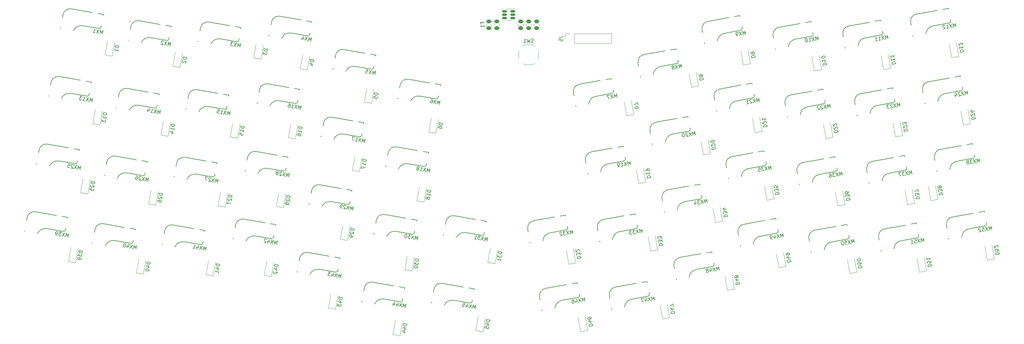
<source format=gbo>
G04 #@! TF.GenerationSoftware,KiCad,Pcbnew,(6.99.0-1912-g359c99991b)*
G04 #@! TF.CreationDate,2022-08-15T14:05:59+07:00*
G04 #@! TF.ProjectId,atreus52,61747265-7573-4353-922e-6b696361645f,1*
G04 #@! TF.SameCoordinates,Original*
G04 #@! TF.FileFunction,Legend,Bot*
G04 #@! TF.FilePolarity,Positive*
%FSLAX46Y46*%
G04 Gerber Fmt 4.6, Leading zero omitted, Abs format (unit mm)*
G04 Created by KiCad (PCBNEW (6.99.0-1912-g359c99991b)) date 2022-08-15 14:05:59*
%MOMM*%
%LPD*%
G01*
G04 APERTURE LIST*
G04 Aperture macros list*
%AMRoundRect*
0 Rectangle with rounded corners*
0 $1 Rounding radius*
0 $2 $3 $4 $5 $6 $7 $8 $9 X,Y pos of 4 corners*
0 Add a 4 corners polygon primitive as box body*
4,1,4,$2,$3,$4,$5,$6,$7,$8,$9,$2,$3,0*
0 Add four circle primitives for the rounded corners*
1,1,$1+$1,$2,$3*
1,1,$1+$1,$4,$5*
1,1,$1+$1,$6,$7*
1,1,$1+$1,$8,$9*
0 Add four rect primitives between the rounded corners*
20,1,$1+$1,$2,$3,$4,$5,0*
20,1,$1+$1,$4,$5,$6,$7,0*
20,1,$1+$1,$6,$7,$8,$9,0*
20,1,$1+$1,$8,$9,$2,$3,0*%
%AMRotRect*
0 Rectangle, with rotation*
0 The origin of the aperture is its center*
0 $1 length*
0 $2 width*
0 $3 Rotation angle, in degrees counterclockwise*
0 Add horizontal line*
21,1,$1,$2,0,0,$3*%
G04 Aperture macros list end*
%ADD10C,0.150000*%
%ADD11C,0.120000*%
%ADD12RoundRect,0.150000X0.512500X0.150000X-0.512500X0.150000X-0.512500X-0.150000X0.512500X-0.150000X0*%
%ADD13O,10.000000X5.000000*%
%ADD14R,1.700000X1.000000*%
%ADD15C,5.500000*%
%ADD16C,1.750000*%
%ADD17C,3.987800*%
%ADD18C,3.300000*%
%ADD19RoundRect,0.250000X0.835780X1.162797X-1.183076X0.806818X-0.835780X-1.162797X1.183076X-0.806818X0*%
%ADD20RotRect,0.900000X1.200000X80.000000*%
%ADD21RoundRect,0.250000X0.450000X-0.262500X0.450000X0.262500X-0.450000X0.262500X-0.450000X-0.262500X0*%
%ADD22RoundRect,0.250000X1.183076X0.806818X-0.835780X1.162797X-1.183076X-0.806818X0.835780X-1.162797X0*%
%ADD23RotRect,0.900000X1.200000X100.000000*%
%ADD24C,0.650000*%
%ADD25R,0.600000X1.450000*%
%ADD26R,0.300000X1.450000*%
%ADD27RoundRect,0.250000X-0.450000X0.262500X-0.450000X-0.262500X0.450000X-0.262500X0.450000X0.262500X0*%
%ADD28O,1.700000X1.700000*%
%ADD29R,1.700000X1.700000*%
%ADD30RoundRect,0.243750X-0.456250X0.243750X-0.456250X-0.243750X0.456250X-0.243750X0.456250X0.243750X0*%
%ADD31C,1.500000*%
%ADD32O,2.800000X1.500000*%
%ADD33O,1.500000X2.800000*%
G04 #@! TA.AperFunction,Profile*
%ADD34C,0.100000*%
G04 #@! TD*
G04 APERTURE END LIST*
D10*
X145733332Y-12069761D02*
X145590475Y-12117380D01*
X145590475Y-12117380D02*
X145352380Y-12117380D01*
X145352380Y-12117380D02*
X145257142Y-12069761D01*
X145257142Y-12069761D02*
X145209523Y-12022142D01*
X145209523Y-12022142D02*
X145161904Y-11926904D01*
X145161904Y-11926904D02*
X145161904Y-11831666D01*
X145161904Y-11831666D02*
X145209523Y-11736428D01*
X145209523Y-11736428D02*
X145257142Y-11688809D01*
X145257142Y-11688809D02*
X145352380Y-11641190D01*
X145352380Y-11641190D02*
X145542856Y-11593571D01*
X145542856Y-11593571D02*
X145638094Y-11545952D01*
X145638094Y-11545952D02*
X145685713Y-11498333D01*
X145685713Y-11498333D02*
X145733332Y-11403095D01*
X145733332Y-11403095D02*
X145733332Y-11307857D01*
X145733332Y-11307857D02*
X145685713Y-11212619D01*
X145685713Y-11212619D02*
X145638094Y-11165000D01*
X145638094Y-11165000D02*
X145542856Y-11117380D01*
X145542856Y-11117380D02*
X145304761Y-11117380D01*
X145304761Y-11117380D02*
X145161904Y-11165000D01*
X144828570Y-11117380D02*
X144590475Y-12117380D01*
X144590475Y-12117380D02*
X144399999Y-11403095D01*
X144399999Y-11403095D02*
X144209523Y-12117380D01*
X144209523Y-12117380D02*
X143971428Y-11117380D01*
X143066666Y-12117380D02*
X143638094Y-12117380D01*
X143352380Y-12117380D02*
X143352380Y-11117380D01*
X143352380Y-11117380D02*
X143447618Y-11260238D01*
X143447618Y-11260238D02*
X143542856Y-11355476D01*
X143542856Y-11355476D02*
X143638094Y-11403095D01*
X186635333Y-19061676D02*
X186461685Y-18076869D01*
X186461685Y-18076869D02*
X186257450Y-18838185D01*
X186257450Y-18838185D02*
X185805147Y-18192634D01*
X185805147Y-18192634D02*
X185978795Y-19177442D01*
X185429982Y-18258786D02*
X184947092Y-19359359D01*
X184773444Y-18374551D02*
X185603630Y-19243593D01*
X184332012Y-18887570D02*
X184417535Y-18824137D01*
X184417535Y-18824137D02*
X184456161Y-18768972D01*
X184456161Y-18768972D02*
X184486519Y-18666912D01*
X184486519Y-18666912D02*
X184478250Y-18620016D01*
X184478250Y-18620016D02*
X184414817Y-18534494D01*
X184414817Y-18534494D02*
X184359652Y-18495867D01*
X184359652Y-18495867D02*
X184257592Y-18465510D01*
X184257592Y-18465510D02*
X184070009Y-18498585D01*
X184070009Y-18498585D02*
X183984487Y-18562019D01*
X183984487Y-18562019D02*
X183945860Y-18617184D01*
X183945860Y-18617184D02*
X183915503Y-18719244D01*
X183915503Y-18719244D02*
X183923772Y-18766139D01*
X183923772Y-18766139D02*
X183987205Y-18851662D01*
X183987205Y-18851662D02*
X184042370Y-18890288D01*
X184042370Y-18890288D02*
X184144430Y-18920646D01*
X184144430Y-18920646D02*
X184332012Y-18887570D01*
X184332012Y-18887570D02*
X184434073Y-18917928D01*
X184434073Y-18917928D02*
X184489237Y-18956554D01*
X184489237Y-18956554D02*
X184552671Y-19042077D01*
X184552671Y-19042077D02*
X184585747Y-19229659D01*
X184585747Y-19229659D02*
X184555389Y-19331719D01*
X184555389Y-19331719D02*
X184516762Y-19386884D01*
X184516762Y-19386884D02*
X184431240Y-19450317D01*
X184431240Y-19450317D02*
X184243658Y-19483393D01*
X184243658Y-19483393D02*
X184141597Y-19453036D01*
X184141597Y-19453036D02*
X184086433Y-19414409D01*
X184086433Y-19414409D02*
X184022999Y-19328887D01*
X184022999Y-19328887D02*
X183989923Y-19141304D01*
X183989923Y-19141304D02*
X184020281Y-19039244D01*
X184020281Y-19039244D02*
X184058908Y-18984079D01*
X184058908Y-18984079D02*
X184144430Y-18920646D01*
X99642274Y-44590186D02*
X98657466Y-44416537D01*
X98657466Y-44416537D02*
X98616121Y-44651015D01*
X98616121Y-44651015D02*
X98638210Y-44799971D01*
X98638210Y-44799971D02*
X98715463Y-44910300D01*
X98715463Y-44910300D02*
X98800985Y-44973734D01*
X98800985Y-44973734D02*
X98980299Y-45053705D01*
X98980299Y-45053705D02*
X99120986Y-45078512D01*
X99120986Y-45078512D02*
X99316837Y-45064692D01*
X99316837Y-45064692D02*
X99418897Y-45034335D01*
X99418897Y-45034335D02*
X99529226Y-44957081D01*
X99529226Y-44957081D02*
X99600929Y-44824664D01*
X99600929Y-44824664D02*
X99642274Y-44590186D01*
X99377667Y-46090845D02*
X99476894Y-45528098D01*
X99427281Y-45809471D02*
X98442473Y-45635823D01*
X98442473Y-45635823D02*
X98599698Y-45566839D01*
X98599698Y-45566839D02*
X98710027Y-45489585D01*
X98710027Y-45489585D02*
X98773460Y-45404063D01*
X98334976Y-46245466D02*
X98219211Y-46902005D01*
X98219211Y-46902005D02*
X99278439Y-46653592D01*
X20656612Y-47268048D02*
X20830260Y-46283240D01*
X20830260Y-46283240D02*
X20377956Y-46928791D01*
X20377956Y-46928791D02*
X20173722Y-46167474D01*
X20173722Y-46167474D02*
X20000073Y-47152282D01*
X19798557Y-46101323D02*
X18968370Y-46970365D01*
X19142018Y-45985557D02*
X19624909Y-47086131D01*
X18797211Y-46021466D02*
X18758585Y-45966301D01*
X18758585Y-45966301D02*
X18673062Y-45902868D01*
X18673062Y-45902868D02*
X18438584Y-45861523D01*
X18438584Y-45861523D02*
X18336524Y-45891881D01*
X18336524Y-45891881D02*
X18281359Y-45930507D01*
X18281359Y-45930507D02*
X18217926Y-46016030D01*
X18217926Y-46016030D02*
X18201388Y-46109821D01*
X18201388Y-46109821D02*
X18223477Y-46258777D01*
X18223477Y-46258777D02*
X18686997Y-46920751D01*
X18686997Y-46920751D02*
X18077354Y-46813255D01*
X17359985Y-45671337D02*
X17828941Y-45754026D01*
X17828941Y-45754026D02*
X17793147Y-46231251D01*
X17793147Y-46231251D02*
X17754521Y-46176087D01*
X17754521Y-46176087D02*
X17668998Y-46112653D01*
X17668998Y-46112653D02*
X17434520Y-46071309D01*
X17434520Y-46071309D02*
X17332460Y-46101666D01*
X17332460Y-46101666D02*
X17277296Y-46140293D01*
X17277296Y-46140293D02*
X17213862Y-46225815D01*
X17213862Y-46225815D02*
X17172517Y-46460293D01*
X17172517Y-46460293D02*
X17202875Y-46562353D01*
X17202875Y-46562353D02*
X17241502Y-46617518D01*
X17241502Y-46617518D02*
X17327024Y-46680951D01*
X17327024Y-46680951D02*
X17561502Y-46722296D01*
X17561502Y-46722296D02*
X17663562Y-46691939D01*
X17663562Y-46691939D02*
X17718727Y-46653312D01*
X215818674Y-72912337D02*
X216803482Y-72738688D01*
X216803482Y-72738688D02*
X216762137Y-72504210D01*
X216762137Y-72504210D02*
X216690435Y-72371792D01*
X216690435Y-72371792D02*
X216580106Y-72294539D01*
X216580106Y-72294539D02*
X216478046Y-72264182D01*
X216478046Y-72264182D02*
X216282194Y-72250362D01*
X216282194Y-72250362D02*
X216141507Y-72275169D01*
X216141507Y-72275169D02*
X215962194Y-72355140D01*
X215962194Y-72355140D02*
X215876672Y-72418574D01*
X215876672Y-72418574D02*
X215799418Y-72528903D01*
X215799418Y-72528903D02*
X215777330Y-72677859D01*
X215777330Y-72677859D02*
X215818674Y-72912337D01*
X216227144Y-71389703D02*
X215570606Y-71505468D01*
X216643654Y-71558029D02*
X215981564Y-71916542D01*
X215981564Y-71916542D02*
X215874068Y-71306899D01*
X215471378Y-70942721D02*
X215438302Y-70755139D01*
X215438302Y-70755139D02*
X215468660Y-70653078D01*
X215468660Y-70653078D02*
X215507287Y-70597914D01*
X215507287Y-70597914D02*
X215631435Y-70479316D01*
X215631435Y-70479316D02*
X215810749Y-70399344D01*
X215810749Y-70399344D02*
X216185914Y-70333193D01*
X216185914Y-70333193D02*
X216287974Y-70363550D01*
X216287974Y-70363550D02*
X216343138Y-70402177D01*
X216343138Y-70402177D02*
X216406572Y-70487699D01*
X216406572Y-70487699D02*
X216439648Y-70675282D01*
X216439648Y-70675282D02*
X216409290Y-70777342D01*
X216409290Y-70777342D02*
X216370664Y-70832506D01*
X216370664Y-70832506D02*
X216285141Y-70895940D01*
X216285141Y-70895940D02*
X216050663Y-70937285D01*
X216050663Y-70937285D02*
X215948603Y-70906927D01*
X215948603Y-70906927D02*
X215893439Y-70868300D01*
X215893439Y-70868300D02*
X215830005Y-70782778D01*
X215830005Y-70782778D02*
X215796929Y-70595196D01*
X215796929Y-70595196D02*
X215827287Y-70493136D01*
X215827287Y-70493136D02*
X215865913Y-70437971D01*
X215865913Y-70437971D02*
X215951436Y-70374537D01*
X234251282Y-67529591D02*
X234077634Y-66544783D01*
X234077634Y-66544783D02*
X233873399Y-67306100D01*
X233873399Y-67306100D02*
X233421095Y-66660548D01*
X233421095Y-66660548D02*
X233594744Y-67645356D01*
X233045931Y-66726700D02*
X232563040Y-67827273D01*
X232389392Y-66842465D02*
X233219579Y-67711508D01*
X231545271Y-66991307D02*
X232014227Y-66908617D01*
X232014227Y-66908617D02*
X232143812Y-67369304D01*
X232143812Y-67369304D02*
X232088648Y-67330678D01*
X232088648Y-67330678D02*
X231986588Y-67300320D01*
X231986588Y-67300320D02*
X231752110Y-67341665D01*
X231752110Y-67341665D02*
X231666587Y-67405098D01*
X231666587Y-67405098D02*
X231627961Y-67460263D01*
X231627961Y-67460263D02*
X231597603Y-67562323D01*
X231597603Y-67562323D02*
X231638948Y-67796801D01*
X231638948Y-67796801D02*
X231702381Y-67882323D01*
X231702381Y-67882323D02*
X231757546Y-67920950D01*
X231757546Y-67920950D02*
X231859606Y-67951308D01*
X231859606Y-67951308D02*
X232094084Y-67909963D01*
X232094084Y-67909963D02*
X232179606Y-67846529D01*
X232179606Y-67846529D02*
X232218233Y-67791365D01*
X230888733Y-67107072D02*
X230794941Y-67123610D01*
X230794941Y-67123610D02*
X230709419Y-67187044D01*
X230709419Y-67187044D02*
X230670792Y-67242208D01*
X230670792Y-67242208D02*
X230640435Y-67344268D01*
X230640435Y-67344268D02*
X230626615Y-67540120D01*
X230626615Y-67540120D02*
X230667960Y-67774598D01*
X230667960Y-67774598D02*
X230747931Y-67953911D01*
X230747931Y-67953911D02*
X230811365Y-68039433D01*
X230811365Y-68039433D02*
X230866529Y-68078060D01*
X230866529Y-68078060D02*
X230968590Y-68108418D01*
X230968590Y-68108418D02*
X231062381Y-68091880D01*
X231062381Y-68091880D02*
X231147903Y-68028446D01*
X231147903Y-68028446D02*
X231186530Y-67973282D01*
X231186530Y-67973282D02*
X231216887Y-67871222D01*
X231216887Y-67871222D02*
X231230707Y-67675370D01*
X231230707Y-67675370D02*
X231189362Y-67440892D01*
X231189362Y-67440892D02*
X231109391Y-67261579D01*
X231109391Y-67261579D02*
X231045957Y-67176056D01*
X231045957Y-67176056D02*
X230990793Y-67137430D01*
X230990793Y-67137430D02*
X230888733Y-67107072D01*
X78642274Y-54615253D02*
X77657466Y-54441604D01*
X77657466Y-54441604D02*
X77616121Y-54676082D01*
X77616121Y-54676082D02*
X77638210Y-54825038D01*
X77638210Y-54825038D02*
X77715463Y-54935367D01*
X77715463Y-54935367D02*
X77800985Y-54998801D01*
X77800985Y-54998801D02*
X77980299Y-55078772D01*
X77980299Y-55078772D02*
X78120986Y-55103579D01*
X78120986Y-55103579D02*
X78316837Y-55089759D01*
X78316837Y-55089759D02*
X78418897Y-55059402D01*
X78418897Y-55059402D02*
X78529226Y-54982148D01*
X78529226Y-54982148D02*
X78600929Y-54849731D01*
X78600929Y-54849731D02*
X78642274Y-54615253D01*
X77585878Y-55396054D02*
X77530713Y-55434681D01*
X77530713Y-55434681D02*
X77467280Y-55520203D01*
X77467280Y-55520203D02*
X77425935Y-55754681D01*
X77425935Y-55754681D02*
X77456293Y-55856742D01*
X77456293Y-55856742D02*
X77494919Y-55911906D01*
X77494919Y-55911906D02*
X77580442Y-55975340D01*
X77580442Y-55975340D02*
X77674233Y-55991878D01*
X77674233Y-55991878D02*
X77823189Y-55969789D01*
X77823189Y-55969789D02*
X78485163Y-55506269D01*
X78485163Y-55506269D02*
X78377667Y-56115912D01*
X77715692Y-56579432D02*
X77685334Y-56477372D01*
X77685334Y-56477372D02*
X77646708Y-56422207D01*
X77646708Y-56422207D02*
X77561185Y-56358773D01*
X77561185Y-56358773D02*
X77514290Y-56350505D01*
X77514290Y-56350505D02*
X77412230Y-56380862D01*
X77412230Y-56380862D02*
X77357065Y-56419489D01*
X77357065Y-56419489D02*
X77293632Y-56505011D01*
X77293632Y-56505011D02*
X77260556Y-56692594D01*
X77260556Y-56692594D02*
X77290913Y-56794654D01*
X77290913Y-56794654D02*
X77329540Y-56849818D01*
X77329540Y-56849818D02*
X77415062Y-56913252D01*
X77415062Y-56913252D02*
X77461958Y-56921521D01*
X77461958Y-56921521D02*
X77564018Y-56891163D01*
X77564018Y-56891163D02*
X77619183Y-56852536D01*
X77619183Y-56852536D02*
X77682616Y-56767014D01*
X77682616Y-56767014D02*
X77715692Y-56579432D01*
X77715692Y-56579432D02*
X77779126Y-56493909D01*
X77779126Y-56493909D02*
X77834290Y-56455283D01*
X77834290Y-56455283D02*
X77936350Y-56424925D01*
X77936350Y-56424925D02*
X78123933Y-56458001D01*
X78123933Y-56458001D02*
X78209455Y-56521435D01*
X78209455Y-56521435D02*
X78248082Y-56576599D01*
X78248082Y-56576599D02*
X78278439Y-56678659D01*
X78278439Y-56678659D02*
X78245363Y-56866242D01*
X78245363Y-56866242D02*
X78181930Y-56951764D01*
X78181930Y-56951764D02*
X78126765Y-56990391D01*
X78126765Y-56990391D02*
X78024705Y-57020748D01*
X78024705Y-57020748D02*
X77837123Y-56987672D01*
X77837123Y-56987672D02*
X77751601Y-56924239D01*
X77751601Y-56924239D02*
X77712974Y-56869074D01*
X77712974Y-56869074D02*
X77682616Y-56767014D01*
X110842274Y-90015253D02*
X109857466Y-89841604D01*
X109857466Y-89841604D02*
X109816121Y-90076082D01*
X109816121Y-90076082D02*
X109838210Y-90225038D01*
X109838210Y-90225038D02*
X109915463Y-90335367D01*
X109915463Y-90335367D02*
X110000985Y-90398801D01*
X110000985Y-90398801D02*
X110180299Y-90478772D01*
X110180299Y-90478772D02*
X110320986Y-90503579D01*
X110320986Y-90503579D02*
X110516837Y-90489759D01*
X110516837Y-90489759D02*
X110618897Y-90459402D01*
X110618897Y-90459402D02*
X110729226Y-90382148D01*
X110729226Y-90382148D02*
X110800929Y-90249731D01*
X110800929Y-90249731D02*
X110842274Y-90015253D01*
X109937666Y-91306355D02*
X110594205Y-91422121D01*
X109603846Y-91005726D02*
X110348625Y-90895282D01*
X110348625Y-90895282D02*
X110241129Y-91504925D01*
X109772287Y-92244267D02*
X110428826Y-92360033D01*
X109438467Y-91943638D02*
X110183246Y-91833194D01*
X110183246Y-91833194D02*
X110075749Y-92442837D01*
X243585628Y-11050657D02*
X243411980Y-10065849D01*
X243411980Y-10065849D02*
X243207745Y-10827166D01*
X243207745Y-10827166D02*
X242755441Y-10181614D01*
X242755441Y-10181614D02*
X242929090Y-11166422D01*
X242380277Y-10247766D02*
X241897386Y-11348339D01*
X241723738Y-10363531D02*
X242553925Y-11232574D01*
X241006370Y-11505449D02*
X241569117Y-11406222D01*
X241287743Y-11455836D02*
X241114095Y-10471028D01*
X241114095Y-10471028D02*
X241232693Y-10595177D01*
X241232693Y-10595177D02*
X241343022Y-10672430D01*
X241343022Y-10672430D02*
X241445083Y-10702788D01*
X240068458Y-11670829D02*
X240631205Y-11571601D01*
X240349831Y-11621215D02*
X240176183Y-10636407D01*
X240176183Y-10636407D02*
X240294781Y-10760556D01*
X240294781Y-10760556D02*
X240405110Y-10837809D01*
X240405110Y-10837809D02*
X240507170Y-10868167D01*
X183718674Y-87112337D02*
X184703482Y-86938688D01*
X184703482Y-86938688D02*
X184662137Y-86704210D01*
X184662137Y-86704210D02*
X184590435Y-86571792D01*
X184590435Y-86571792D02*
X184480106Y-86494539D01*
X184480106Y-86494539D02*
X184378046Y-86464182D01*
X184378046Y-86464182D02*
X184182194Y-86450362D01*
X184182194Y-86450362D02*
X184041507Y-86475169D01*
X184041507Y-86475169D02*
X183862194Y-86555140D01*
X183862194Y-86555140D02*
X183776672Y-86618574D01*
X183776672Y-86618574D02*
X183699418Y-86728903D01*
X183699418Y-86728903D02*
X183677330Y-86877859D01*
X183677330Y-86877859D02*
X183718674Y-87112337D01*
X184127144Y-85589703D02*
X183470606Y-85705468D01*
X184543654Y-85758029D02*
X183881564Y-86116542D01*
X183881564Y-86116542D02*
X183774068Y-85506899D01*
X184380993Y-85109760D02*
X184265227Y-84453221D01*
X184265227Y-84453221D02*
X183354840Y-85048930D01*
X177118674Y-49612337D02*
X178103482Y-49438688D01*
X178103482Y-49438688D02*
X178062137Y-49204210D01*
X178062137Y-49204210D02*
X177990435Y-49071792D01*
X177990435Y-49071792D02*
X177880106Y-48994539D01*
X177880106Y-48994539D02*
X177778046Y-48964182D01*
X177778046Y-48964182D02*
X177582194Y-48950362D01*
X177582194Y-48950362D02*
X177441507Y-48975169D01*
X177441507Y-48975169D02*
X177262194Y-49055140D01*
X177262194Y-49055140D02*
X177176672Y-49118574D01*
X177176672Y-49118574D02*
X177099418Y-49228903D01*
X177099418Y-49228903D02*
X177077330Y-49377859D01*
X177077330Y-49377859D02*
X177118674Y-49612337D01*
X176854068Y-48111677D02*
X176953295Y-48674424D01*
X176903681Y-48393051D02*
X177888489Y-48219403D01*
X177888489Y-48219403D02*
X177764340Y-48338001D01*
X177764340Y-48338001D02*
X177687087Y-48448330D01*
X177687087Y-48448330D02*
X177656729Y-48550390D01*
X176771378Y-47642721D02*
X176738302Y-47455139D01*
X176738302Y-47455139D02*
X176768660Y-47353078D01*
X176768660Y-47353078D02*
X176807287Y-47297914D01*
X176807287Y-47297914D02*
X176931435Y-47179316D01*
X176931435Y-47179316D02*
X177110749Y-47099344D01*
X177110749Y-47099344D02*
X177485914Y-47033193D01*
X177485914Y-47033193D02*
X177587974Y-47063550D01*
X177587974Y-47063550D02*
X177643138Y-47102177D01*
X177643138Y-47102177D02*
X177706572Y-47187699D01*
X177706572Y-47187699D02*
X177739648Y-47375282D01*
X177739648Y-47375282D02*
X177709290Y-47477342D01*
X177709290Y-47477342D02*
X177670664Y-47532506D01*
X177670664Y-47532506D02*
X177585141Y-47595940D01*
X177585141Y-47595940D02*
X177350663Y-47637285D01*
X177350663Y-47637285D02*
X177248603Y-47606927D01*
X177248603Y-47606927D02*
X177193439Y-47568300D01*
X177193439Y-47568300D02*
X177130005Y-47482778D01*
X177130005Y-47482778D02*
X177096929Y-47295196D01*
X177096929Y-47295196D02*
X177127287Y-47193136D01*
X177127287Y-47193136D02*
X177165913Y-47137971D01*
X177165913Y-47137971D02*
X177251436Y-47074537D01*
X190403605Y-37690334D02*
X190229957Y-36705526D01*
X190229957Y-36705526D02*
X190025722Y-37466843D01*
X190025722Y-37466843D02*
X189573418Y-36821291D01*
X189573418Y-36821291D02*
X189747067Y-37806099D01*
X189198254Y-36887443D02*
X188715363Y-37988016D01*
X188541715Y-37003208D02*
X189371902Y-37872251D01*
X188229984Y-37154882D02*
X188174819Y-37116256D01*
X188174819Y-37116256D02*
X188072759Y-37085898D01*
X188072759Y-37085898D02*
X187838281Y-37127243D01*
X187838281Y-37127243D02*
X187752759Y-37190676D01*
X187752759Y-37190676D02*
X187714132Y-37245841D01*
X187714132Y-37245841D02*
X187683774Y-37347901D01*
X187683774Y-37347901D02*
X187700312Y-37441692D01*
X187700312Y-37441692D02*
X187772015Y-37574110D01*
X187772015Y-37574110D02*
X188433990Y-38037630D01*
X188433990Y-38037630D02*
X187824347Y-38145126D01*
X187041056Y-37267815D02*
X186947264Y-37284353D01*
X186947264Y-37284353D02*
X186861742Y-37347787D01*
X186861742Y-37347787D02*
X186823115Y-37402951D01*
X186823115Y-37402951D02*
X186792758Y-37505011D01*
X186792758Y-37505011D02*
X186778938Y-37700863D01*
X186778938Y-37700863D02*
X186820283Y-37935341D01*
X186820283Y-37935341D02*
X186900254Y-38114654D01*
X186900254Y-38114654D02*
X186963688Y-38200176D01*
X186963688Y-38200176D02*
X187018852Y-38238803D01*
X187018852Y-38238803D02*
X187120913Y-38269161D01*
X187120913Y-38269161D02*
X187214704Y-38252623D01*
X187214704Y-38252623D02*
X187300226Y-38189189D01*
X187300226Y-38189189D02*
X187338853Y-38134025D01*
X187338853Y-38134025D02*
X187369210Y-38031965D01*
X187369210Y-38031965D02*
X187383030Y-37836113D01*
X187383030Y-37836113D02*
X187341685Y-37601635D01*
X187341685Y-37601635D02*
X187261714Y-37422322D01*
X187261714Y-37422322D02*
X187198280Y-37336799D01*
X187198280Y-37336799D02*
X187143116Y-37298173D01*
X187143116Y-37298173D02*
X187041056Y-37267815D01*
X225618674Y-18412337D02*
X226603482Y-18238688D01*
X226603482Y-18238688D02*
X226562137Y-18004210D01*
X226562137Y-18004210D02*
X226490435Y-17871792D01*
X226490435Y-17871792D02*
X226380106Y-17794539D01*
X226380106Y-17794539D02*
X226278046Y-17764182D01*
X226278046Y-17764182D02*
X226082194Y-17750362D01*
X226082194Y-17750362D02*
X225941507Y-17775169D01*
X225941507Y-17775169D02*
X225762194Y-17855140D01*
X225762194Y-17855140D02*
X225676672Y-17918574D01*
X225676672Y-17918574D02*
X225599418Y-18028903D01*
X225599418Y-18028903D02*
X225577330Y-18177859D01*
X225577330Y-18177859D02*
X225618674Y-18412337D01*
X225354068Y-16911677D02*
X225453295Y-17474424D01*
X225403681Y-17193051D02*
X226388489Y-17019403D01*
X226388489Y-17019403D02*
X226264340Y-17138001D01*
X226264340Y-17138001D02*
X226187087Y-17248330D01*
X226187087Y-17248330D02*
X226156729Y-17350390D01*
X226231379Y-16128386D02*
X226214841Y-16034595D01*
X226214841Y-16034595D02*
X226151407Y-15949073D01*
X226151407Y-15949073D02*
X226096243Y-15910446D01*
X226096243Y-15910446D02*
X225994183Y-15880088D01*
X225994183Y-15880088D02*
X225798331Y-15866268D01*
X225798331Y-15866268D02*
X225563853Y-15907613D01*
X225563853Y-15907613D02*
X225384540Y-15987585D01*
X225384540Y-15987585D02*
X225299018Y-16051018D01*
X225299018Y-16051018D02*
X225260391Y-16106183D01*
X225260391Y-16106183D02*
X225230033Y-16208243D01*
X225230033Y-16208243D02*
X225246571Y-16302034D01*
X225246571Y-16302034D02*
X225310005Y-16387556D01*
X225310005Y-16387556D02*
X225365169Y-16426183D01*
X225365169Y-16426183D02*
X225467229Y-16456541D01*
X225467229Y-16456541D02*
X225663081Y-16470361D01*
X225663081Y-16470361D02*
X225897559Y-16429016D01*
X225897559Y-16429016D02*
X226076872Y-16349044D01*
X226076872Y-16349044D02*
X226162395Y-16285611D01*
X226162395Y-16285611D02*
X226201021Y-16230446D01*
X226201021Y-16230446D02*
X226231379Y-16128386D01*
X101978971Y-20990309D02*
X102152620Y-20005501D01*
X102152620Y-20005501D02*
X101700316Y-20651053D01*
X101700316Y-20651053D02*
X101496081Y-19889736D01*
X101496081Y-19889736D02*
X101322433Y-20874544D01*
X101120916Y-19823584D02*
X100290730Y-20692626D01*
X100464378Y-19707819D02*
X100947268Y-20808392D01*
X99620257Y-19558977D02*
X100089213Y-19641667D01*
X100089213Y-19641667D02*
X100053419Y-20118892D01*
X100053419Y-20118892D02*
X100014792Y-20063727D01*
X100014792Y-20063727D02*
X99929270Y-20000294D01*
X99929270Y-20000294D02*
X99694792Y-19958949D01*
X99694792Y-19958949D02*
X99592732Y-19989307D01*
X99592732Y-19989307D02*
X99537567Y-20027933D01*
X99537567Y-20027933D02*
X99474134Y-20113456D01*
X99474134Y-20113456D02*
X99432789Y-20347934D01*
X99432789Y-20347934D02*
X99463147Y-20449994D01*
X99463147Y-20449994D02*
X99501773Y-20505158D01*
X99501773Y-20505158D02*
X99587295Y-20568592D01*
X99587295Y-20568592D02*
X99821774Y-20609937D01*
X99821774Y-20609937D02*
X99923834Y-20579579D01*
X99923834Y-20579579D02*
X99978998Y-20540952D01*
X205935985Y-16343380D02*
X206920792Y-16169732D01*
X206920792Y-16169732D02*
X206879448Y-15935254D01*
X206879448Y-15935254D02*
X206807745Y-15802836D01*
X206807745Y-15802836D02*
X206697416Y-15725583D01*
X206697416Y-15725583D02*
X206595356Y-15695225D01*
X206595356Y-15695225D02*
X206399504Y-15681405D01*
X206399504Y-15681405D02*
X206258818Y-15706212D01*
X206258818Y-15706212D02*
X206079504Y-15786183D01*
X206079504Y-15786183D02*
X205993982Y-15849617D01*
X205993982Y-15849617D02*
X205916729Y-15959946D01*
X205916729Y-15959946D02*
X205894640Y-16108902D01*
X205894640Y-16108902D02*
X205935985Y-16343380D01*
X205754068Y-15311677D02*
X205720992Y-15124094D01*
X205720992Y-15124094D02*
X205751349Y-15022034D01*
X205751349Y-15022034D02*
X205789976Y-14966869D01*
X205789976Y-14966869D02*
X205914125Y-14848271D01*
X205914125Y-14848271D02*
X206093438Y-14768300D01*
X206093438Y-14768300D02*
X206468603Y-14702148D01*
X206468603Y-14702148D02*
X206570663Y-14732506D01*
X206570663Y-14732506D02*
X206625828Y-14771133D01*
X206625828Y-14771133D02*
X206689262Y-14856655D01*
X206689262Y-14856655D02*
X206722337Y-15044237D01*
X206722337Y-15044237D02*
X206691980Y-15146297D01*
X206691980Y-15146297D02*
X206653353Y-15201462D01*
X206653353Y-15201462D02*
X206567831Y-15264895D01*
X206567831Y-15264895D02*
X206333353Y-15306240D01*
X206333353Y-15306240D02*
X206231293Y-15275883D01*
X206231293Y-15275883D02*
X206176128Y-15237256D01*
X206176128Y-15237256D02*
X206112694Y-15151734D01*
X206112694Y-15151734D02*
X206079619Y-14964151D01*
X206079619Y-14964151D02*
X206109976Y-14862091D01*
X206109976Y-14862091D02*
X206148603Y-14806927D01*
X206148603Y-14806927D02*
X206234125Y-14743493D01*
X195018674Y-41712337D02*
X196003482Y-41538688D01*
X196003482Y-41538688D02*
X195962137Y-41304210D01*
X195962137Y-41304210D02*
X195890435Y-41171792D01*
X195890435Y-41171792D02*
X195780106Y-41094539D01*
X195780106Y-41094539D02*
X195678046Y-41064182D01*
X195678046Y-41064182D02*
X195482194Y-41050362D01*
X195482194Y-41050362D02*
X195341507Y-41075169D01*
X195341507Y-41075169D02*
X195162194Y-41155140D01*
X195162194Y-41155140D02*
X195076672Y-41218574D01*
X195076672Y-41218574D02*
X194999418Y-41328903D01*
X194999418Y-41328903D02*
X194977330Y-41477859D01*
X194977330Y-41477859D02*
X195018674Y-41712337D01*
X195744312Y-40617314D02*
X195782938Y-40562150D01*
X195782938Y-40562150D02*
X195813296Y-40460089D01*
X195813296Y-40460089D02*
X195771951Y-40225611D01*
X195771951Y-40225611D02*
X195708518Y-40140089D01*
X195708518Y-40140089D02*
X195653353Y-40101462D01*
X195653353Y-40101462D02*
X195551293Y-40071105D01*
X195551293Y-40071105D02*
X195457502Y-40087643D01*
X195457502Y-40087643D02*
X195325084Y-40159345D01*
X195325084Y-40159345D02*
X194861564Y-40821320D01*
X194861564Y-40821320D02*
X194754068Y-40211677D01*
X195631379Y-39428386D02*
X195614841Y-39334595D01*
X195614841Y-39334595D02*
X195551407Y-39249073D01*
X195551407Y-39249073D02*
X195496243Y-39210446D01*
X195496243Y-39210446D02*
X195394183Y-39180088D01*
X195394183Y-39180088D02*
X195198331Y-39166268D01*
X195198331Y-39166268D02*
X194963853Y-39207613D01*
X194963853Y-39207613D02*
X194784540Y-39287585D01*
X194784540Y-39287585D02*
X194699018Y-39351018D01*
X194699018Y-39351018D02*
X194660391Y-39406183D01*
X194660391Y-39406183D02*
X194630033Y-39508243D01*
X194630033Y-39508243D02*
X194646571Y-39602034D01*
X194646571Y-39602034D02*
X194710005Y-39687556D01*
X194710005Y-39687556D02*
X194765169Y-39726183D01*
X194765169Y-39726183D02*
X194867229Y-39756541D01*
X194867229Y-39756541D02*
X195063081Y-39770361D01*
X195063081Y-39770361D02*
X195297559Y-39729016D01*
X195297559Y-39729016D02*
X195476872Y-39649044D01*
X195476872Y-39649044D02*
X195562395Y-39585611D01*
X195562395Y-39585611D02*
X195601021Y-39530446D01*
X195601021Y-39530446D02*
X195631379Y-39428386D01*
X201618674Y-79112337D02*
X202603482Y-78938688D01*
X202603482Y-78938688D02*
X202562137Y-78704210D01*
X202562137Y-78704210D02*
X202490435Y-78571792D01*
X202490435Y-78571792D02*
X202380106Y-78494539D01*
X202380106Y-78494539D02*
X202278046Y-78464182D01*
X202278046Y-78464182D02*
X202082194Y-78450362D01*
X202082194Y-78450362D02*
X201941507Y-78475169D01*
X201941507Y-78475169D02*
X201762194Y-78555140D01*
X201762194Y-78555140D02*
X201676672Y-78618574D01*
X201676672Y-78618574D02*
X201599418Y-78728903D01*
X201599418Y-78728903D02*
X201577330Y-78877859D01*
X201577330Y-78877859D02*
X201618674Y-79112337D01*
X202027144Y-77589703D02*
X201370606Y-77705468D01*
X202443654Y-77758029D02*
X201781564Y-78116542D01*
X201781564Y-78116542D02*
X201674068Y-77506899D01*
X201817587Y-76949702D02*
X201881021Y-77035225D01*
X201881021Y-77035225D02*
X201936185Y-77073851D01*
X201936185Y-77073851D02*
X202038246Y-77104209D01*
X202038246Y-77104209D02*
X202085141Y-77095940D01*
X202085141Y-77095940D02*
X202170664Y-77032506D01*
X202170664Y-77032506D02*
X202209290Y-76977342D01*
X202209290Y-76977342D02*
X202239648Y-76875282D01*
X202239648Y-76875282D02*
X202206572Y-76687699D01*
X202206572Y-76687699D02*
X202143138Y-76602177D01*
X202143138Y-76602177D02*
X202087974Y-76563550D01*
X202087974Y-76563550D02*
X201985914Y-76533193D01*
X201985914Y-76533193D02*
X201939018Y-76541462D01*
X201939018Y-76541462D02*
X201853496Y-76604895D01*
X201853496Y-76604895D02*
X201814869Y-76660060D01*
X201814869Y-76660060D02*
X201784512Y-76762120D01*
X201784512Y-76762120D02*
X201817587Y-76949702D01*
X201817587Y-76949702D02*
X201787230Y-77051762D01*
X201787230Y-77051762D02*
X201748603Y-77106927D01*
X201748603Y-77106927D02*
X201663081Y-77170361D01*
X201663081Y-77170361D02*
X201475498Y-77203436D01*
X201475498Y-77203436D02*
X201373438Y-77173079D01*
X201373438Y-77173079D02*
X201318274Y-77134452D01*
X201318274Y-77134452D02*
X201254840Y-77048930D01*
X201254840Y-77048930D02*
X201221764Y-76861347D01*
X201221764Y-76861347D02*
X201252122Y-76759287D01*
X201252122Y-76759287D02*
X201290749Y-76704123D01*
X201290749Y-76704123D02*
X201376271Y-76640689D01*
X201376271Y-76640689D02*
X201563853Y-76607613D01*
X201563853Y-76607613D02*
X201665913Y-76637971D01*
X201665913Y-76637971D02*
X201721078Y-76676598D01*
X201721078Y-76676598D02*
X201784512Y-76762120D01*
X117442274Y-53065253D02*
X116457466Y-52891604D01*
X116457466Y-52891604D02*
X116416121Y-53126082D01*
X116416121Y-53126082D02*
X116438210Y-53275038D01*
X116438210Y-53275038D02*
X116515463Y-53385367D01*
X116515463Y-53385367D02*
X116600985Y-53448801D01*
X116600985Y-53448801D02*
X116780299Y-53528772D01*
X116780299Y-53528772D02*
X116920986Y-53553579D01*
X116920986Y-53553579D02*
X117116837Y-53539759D01*
X117116837Y-53539759D02*
X117218897Y-53509402D01*
X117218897Y-53509402D02*
X117329226Y-53432148D01*
X117329226Y-53432148D02*
X117400929Y-53299731D01*
X117400929Y-53299731D02*
X117442274Y-53065253D01*
X117177667Y-54565912D02*
X117276894Y-54003165D01*
X117227281Y-54284538D02*
X116242473Y-54110890D01*
X116242473Y-54110890D02*
X116399698Y-54041906D01*
X116399698Y-54041906D02*
X116510027Y-53964652D01*
X116510027Y-53964652D02*
X116573460Y-53879130D01*
X116515692Y-55029432D02*
X116485334Y-54927372D01*
X116485334Y-54927372D02*
X116446708Y-54872207D01*
X116446708Y-54872207D02*
X116361185Y-54808773D01*
X116361185Y-54808773D02*
X116314290Y-54800505D01*
X116314290Y-54800505D02*
X116212230Y-54830862D01*
X116212230Y-54830862D02*
X116157065Y-54869489D01*
X116157065Y-54869489D02*
X116093632Y-54955011D01*
X116093632Y-54955011D02*
X116060556Y-55142594D01*
X116060556Y-55142594D02*
X116090913Y-55244654D01*
X116090913Y-55244654D02*
X116129540Y-55299818D01*
X116129540Y-55299818D02*
X116215062Y-55363252D01*
X116215062Y-55363252D02*
X116261958Y-55371521D01*
X116261958Y-55371521D02*
X116364018Y-55341163D01*
X116364018Y-55341163D02*
X116419183Y-55302536D01*
X116419183Y-55302536D02*
X116482616Y-55217014D01*
X116482616Y-55217014D02*
X116515692Y-55029432D01*
X116515692Y-55029432D02*
X116579126Y-54943909D01*
X116579126Y-54943909D02*
X116634290Y-54905283D01*
X116634290Y-54905283D02*
X116736350Y-54874925D01*
X116736350Y-54874925D02*
X116923933Y-54908001D01*
X116923933Y-54908001D02*
X117009455Y-54971435D01*
X117009455Y-54971435D02*
X117048082Y-55026599D01*
X117048082Y-55026599D02*
X117078439Y-55128659D01*
X117078439Y-55128659D02*
X117045363Y-55316242D01*
X117045363Y-55316242D02*
X116981930Y-55401764D01*
X116981930Y-55401764D02*
X116926765Y-55440391D01*
X116926765Y-55440391D02*
X116824705Y-55470748D01*
X116824705Y-55470748D02*
X116637123Y-55437672D01*
X116637123Y-55437672D02*
X116551601Y-55374239D01*
X116551601Y-55374239D02*
X116512974Y-55319074D01*
X116512974Y-55319074D02*
X116482616Y-55217014D01*
X81479155Y-30576184D02*
X81652803Y-29591376D01*
X81652803Y-29591376D02*
X81200499Y-30236927D01*
X81200499Y-30236927D02*
X80996265Y-29475610D01*
X80996265Y-29475610D02*
X80822616Y-30460418D01*
X80621100Y-29409459D02*
X79790913Y-30278501D01*
X79964561Y-29293693D02*
X80447452Y-30394267D01*
X78899897Y-30121391D02*
X79462644Y-30220618D01*
X79181270Y-30171005D02*
X79354918Y-29186197D01*
X79354918Y-29186197D02*
X79423903Y-29343422D01*
X79423903Y-29343422D02*
X79501156Y-29453751D01*
X79501156Y-29453751D02*
X79586678Y-29517184D01*
X78229424Y-28987742D02*
X78417006Y-29020818D01*
X78417006Y-29020818D02*
X78502529Y-29084251D01*
X78502529Y-29084251D02*
X78541155Y-29139416D01*
X78541155Y-29139416D02*
X78610139Y-29296640D01*
X78610139Y-29296640D02*
X78623959Y-29492492D01*
X78623959Y-29492492D02*
X78557808Y-29867657D01*
X78557808Y-29867657D02*
X78494374Y-29953179D01*
X78494374Y-29953179D02*
X78439209Y-29991806D01*
X78439209Y-29991806D02*
X78337149Y-30022163D01*
X78337149Y-30022163D02*
X78149567Y-29989087D01*
X78149567Y-29989087D02*
X78064045Y-29925654D01*
X78064045Y-29925654D02*
X78025418Y-29870489D01*
X78025418Y-29870489D02*
X77995060Y-29768429D01*
X77995060Y-29768429D02*
X78036405Y-29533951D01*
X78036405Y-29533951D02*
X78099839Y-29448429D01*
X78099839Y-29448429D02*
X78155003Y-29409802D01*
X78155003Y-29409802D02*
X78257063Y-29379445D01*
X78257063Y-29379445D02*
X78444646Y-29412520D01*
X78444646Y-29412520D02*
X78530168Y-29475954D01*
X78530168Y-29475954D02*
X78568795Y-29531118D01*
X78568795Y-29531118D02*
X78599152Y-29633179D01*
X36068644Y-69278710D02*
X36242292Y-68293902D01*
X36242292Y-68293902D02*
X35789988Y-68939453D01*
X35789988Y-68939453D02*
X35585754Y-68178136D01*
X35585754Y-68178136D02*
X35412105Y-69162944D01*
X35210589Y-68111985D02*
X34380402Y-68981027D01*
X34554050Y-67996219D02*
X35036941Y-69096793D01*
X33698942Y-68183916D02*
X33583177Y-68840455D01*
X33999572Y-67850096D02*
X34110016Y-68594875D01*
X34110016Y-68594875D02*
X33500373Y-68487379D01*
X33053391Y-67731613D02*
X32959600Y-67715075D01*
X32959600Y-67715075D02*
X32857539Y-67745432D01*
X32857539Y-67745432D02*
X32802375Y-67784059D01*
X32802375Y-67784059D02*
X32738941Y-67869581D01*
X32738941Y-67869581D02*
X32658970Y-68048895D01*
X32658970Y-68048895D02*
X32617625Y-68283373D01*
X32617625Y-68283373D02*
X32631445Y-68479224D01*
X32631445Y-68479224D02*
X32661803Y-68581284D01*
X32661803Y-68581284D02*
X32700429Y-68636449D01*
X32700429Y-68636449D02*
X32785951Y-68699882D01*
X32785951Y-68699882D02*
X32879743Y-68716420D01*
X32879743Y-68716420D02*
X32981803Y-68686063D01*
X32981803Y-68686063D02*
X33036967Y-68647436D01*
X33036967Y-68647436D02*
X33100401Y-68561914D01*
X33100401Y-68561914D02*
X33180372Y-68382600D01*
X33180372Y-68382600D02*
X33221717Y-68148122D01*
X33221717Y-68148122D02*
X33207897Y-67952271D01*
X33207897Y-67952271D02*
X33177540Y-67850211D01*
X33177540Y-67850211D02*
X33138913Y-67795046D01*
X33138913Y-67795046D02*
X33053391Y-67731613D01*
X85159584Y-16984209D02*
X84174776Y-16810561D01*
X84174776Y-16810561D02*
X84133431Y-17045039D01*
X84133431Y-17045039D02*
X84155520Y-17193995D01*
X84155520Y-17193995D02*
X84232773Y-17304324D01*
X84232773Y-17304324D02*
X84318296Y-17367757D01*
X84318296Y-17367757D02*
X84497609Y-17447729D01*
X84497609Y-17447729D02*
X84638296Y-17472536D01*
X84638296Y-17472536D02*
X84834147Y-17458716D01*
X84834147Y-17458716D02*
X84936207Y-17428358D01*
X84936207Y-17428358D02*
X85046537Y-17351105D01*
X85046537Y-17351105D02*
X85118239Y-17218687D01*
X85118239Y-17218687D02*
X85159584Y-16984209D01*
X84254977Y-18275312D02*
X84911515Y-18391077D01*
X83921157Y-17974682D02*
X84665935Y-17864239D01*
X84665935Y-17864239D02*
X84558439Y-18473881D01*
X180418674Y-68312337D02*
X181403482Y-68138688D01*
X181403482Y-68138688D02*
X181362137Y-67904210D01*
X181362137Y-67904210D02*
X181290435Y-67771792D01*
X181290435Y-67771792D02*
X181180106Y-67694539D01*
X181180106Y-67694539D02*
X181078046Y-67664182D01*
X181078046Y-67664182D02*
X180882194Y-67650362D01*
X180882194Y-67650362D02*
X180741507Y-67675169D01*
X180741507Y-67675169D02*
X180562194Y-67755140D01*
X180562194Y-67755140D02*
X180476672Y-67818574D01*
X180476672Y-67818574D02*
X180399418Y-67928903D01*
X180399418Y-67928903D02*
X180377330Y-68077859D01*
X180377330Y-68077859D02*
X180418674Y-68312337D01*
X181246372Y-67247672D02*
X181138875Y-66638029D01*
X181138875Y-66638029D02*
X180821593Y-67032450D01*
X180821593Y-67032450D02*
X180796786Y-66891763D01*
X180796786Y-66891763D02*
X180733353Y-66806241D01*
X180733353Y-66806241D02*
X180678188Y-66767614D01*
X180678188Y-66767614D02*
X180576128Y-66737256D01*
X180576128Y-66737256D02*
X180341650Y-66778601D01*
X180341650Y-66778601D02*
X180256128Y-66842035D01*
X180256128Y-66842035D02*
X180217501Y-66897199D01*
X180217501Y-66897199D02*
X180187143Y-66999260D01*
X180187143Y-66999260D02*
X180236757Y-67280633D01*
X180236757Y-67280633D02*
X180300191Y-67366155D01*
X180300191Y-67366155D02*
X180355355Y-67404782D01*
X181080993Y-66309760D02*
X180973496Y-65700117D01*
X180973496Y-65700117D02*
X180656214Y-66094538D01*
X180656214Y-66094538D02*
X180631407Y-65953851D01*
X180631407Y-65953851D02*
X180567974Y-65868329D01*
X180567974Y-65868329D02*
X180512809Y-65829702D01*
X180512809Y-65829702D02*
X180410749Y-65799344D01*
X180410749Y-65799344D02*
X180176271Y-65840689D01*
X180176271Y-65840689D02*
X180090749Y-65904123D01*
X180090749Y-65904123D02*
X180052122Y-65959287D01*
X180052122Y-65959287D02*
X180021764Y-66061347D01*
X180021764Y-66061347D02*
X180071378Y-66342721D01*
X180071378Y-66342721D02*
X180134812Y-66428243D01*
X180134812Y-66428243D02*
X180189976Y-66466870D01*
X179159130Y-83336383D02*
X178985482Y-82351575D01*
X178985482Y-82351575D02*
X178781247Y-83112892D01*
X178781247Y-83112892D02*
X178328943Y-82467340D01*
X178328943Y-82467340D02*
X178502592Y-83452148D01*
X177953779Y-82533492D02*
X177470888Y-83634065D01*
X177297240Y-82649257D02*
X178127427Y-83518300D01*
X176557897Y-83118099D02*
X176673663Y-83774637D01*
X176726224Y-82701589D02*
X177084736Y-83363679D01*
X177084736Y-83363679D02*
X176475093Y-83471175D01*
X176077954Y-82864250D02*
X175421416Y-82980016D01*
X175421416Y-82980016D02*
X176017124Y-83890403D01*
X84309513Y-11782147D02*
X84483162Y-10797339D01*
X84483162Y-10797339D02*
X84030858Y-11442891D01*
X84030858Y-11442891D02*
X83826623Y-10681574D01*
X83826623Y-10681574D02*
X83652975Y-11666382D01*
X83451458Y-10615422D02*
X82621272Y-11484464D01*
X82794920Y-10499657D02*
X83277810Y-11600230D01*
X81939812Y-10687354D02*
X81824046Y-11343892D01*
X82240441Y-10353533D02*
X82350885Y-11098312D01*
X82350885Y-11098312D02*
X81741242Y-10990816D01*
X26786286Y-9762663D02*
X26959935Y-8777855D01*
X26959935Y-8777855D02*
X26507631Y-9423407D01*
X26507631Y-9423407D02*
X26303396Y-8662090D01*
X26303396Y-8662090D02*
X26129748Y-9646898D01*
X25928231Y-8595938D02*
X25098045Y-9464980D01*
X25271693Y-8480173D02*
X25754583Y-9580746D01*
X24207028Y-9307870D02*
X24769775Y-9407098D01*
X24488402Y-9357484D02*
X24662050Y-8372676D01*
X24662050Y-8372676D02*
X24731034Y-8529901D01*
X24731034Y-8529901D02*
X24808287Y-8640230D01*
X24808287Y-8640230D02*
X24893810Y-8703664D01*
X81942274Y-35565253D02*
X80957466Y-35391604D01*
X80957466Y-35391604D02*
X80916121Y-35626082D01*
X80916121Y-35626082D02*
X80938210Y-35775038D01*
X80938210Y-35775038D02*
X81015463Y-35885367D01*
X81015463Y-35885367D02*
X81100985Y-35948801D01*
X81100985Y-35948801D02*
X81280299Y-36028772D01*
X81280299Y-36028772D02*
X81420986Y-36053579D01*
X81420986Y-36053579D02*
X81616837Y-36039759D01*
X81616837Y-36039759D02*
X81718897Y-36009402D01*
X81718897Y-36009402D02*
X81829226Y-35932148D01*
X81829226Y-35932148D02*
X81900929Y-35799731D01*
X81900929Y-35799731D02*
X81942274Y-35565253D01*
X81677667Y-37065912D02*
X81776894Y-36503165D01*
X81727281Y-36784538D02*
X80742473Y-36610890D01*
X80742473Y-36610890D02*
X80899698Y-36541906D01*
X80899698Y-36541906D02*
X81010027Y-36464652D01*
X81010027Y-36464652D02*
X81073460Y-36379130D01*
X80544018Y-37736385D02*
X80577094Y-37548802D01*
X80577094Y-37548802D02*
X80640527Y-37463280D01*
X80640527Y-37463280D02*
X80695692Y-37424653D01*
X80695692Y-37424653D02*
X80852917Y-37355669D01*
X80852917Y-37355669D02*
X81048768Y-37341849D01*
X81048768Y-37341849D02*
X81423933Y-37408001D01*
X81423933Y-37408001D02*
X81509455Y-37471435D01*
X81509455Y-37471435D02*
X81548082Y-37526599D01*
X81548082Y-37526599D02*
X81578439Y-37628659D01*
X81578439Y-37628659D02*
X81545363Y-37816242D01*
X81545363Y-37816242D02*
X81481930Y-37901764D01*
X81481930Y-37901764D02*
X81426765Y-37940391D01*
X81426765Y-37940391D02*
X81324705Y-37970748D01*
X81324705Y-37970748D02*
X81090227Y-37929403D01*
X81090227Y-37929403D02*
X81004705Y-37865970D01*
X81004705Y-37865970D02*
X80966078Y-37810805D01*
X80966078Y-37810805D02*
X80935721Y-37708745D01*
X80935721Y-37708745D02*
X80968796Y-37521163D01*
X80968796Y-37521163D02*
X81032230Y-37435641D01*
X81032230Y-37435641D02*
X81087395Y-37397014D01*
X81087395Y-37397014D02*
X81189455Y-37366656D01*
X96342274Y-63640186D02*
X95357466Y-63466537D01*
X95357466Y-63466537D02*
X95316121Y-63701015D01*
X95316121Y-63701015D02*
X95338210Y-63849971D01*
X95338210Y-63849971D02*
X95415463Y-63960300D01*
X95415463Y-63960300D02*
X95500985Y-64023734D01*
X95500985Y-64023734D02*
X95680299Y-64103705D01*
X95680299Y-64103705D02*
X95820986Y-64128512D01*
X95820986Y-64128512D02*
X96016837Y-64114692D01*
X96016837Y-64114692D02*
X96118897Y-64084335D01*
X96118897Y-64084335D02*
X96229226Y-64007081D01*
X96229226Y-64007081D02*
X96300929Y-63874664D01*
X96300929Y-63874664D02*
X96342274Y-63640186D01*
X95285878Y-64420987D02*
X95230713Y-64459614D01*
X95230713Y-64459614D02*
X95167280Y-64545136D01*
X95167280Y-64545136D02*
X95125935Y-64779614D01*
X95125935Y-64779614D02*
X95156293Y-64881675D01*
X95156293Y-64881675D02*
X95194919Y-64936839D01*
X95194919Y-64936839D02*
X95280442Y-65000273D01*
X95280442Y-65000273D02*
X95374233Y-65016811D01*
X95374233Y-65016811D02*
X95523189Y-64994722D01*
X95523189Y-64994722D02*
X96185163Y-64531202D01*
X96185163Y-64531202D02*
X96077667Y-65140845D01*
X95994977Y-65609801D02*
X95961901Y-65797383D01*
X95961901Y-65797383D02*
X95898468Y-65882906D01*
X95898468Y-65882906D02*
X95843303Y-65921532D01*
X95843303Y-65921532D02*
X95686079Y-65990517D01*
X95686079Y-65990517D02*
X95490227Y-66004336D01*
X95490227Y-66004336D02*
X95115062Y-65938185D01*
X95115062Y-65938185D02*
X95029540Y-65874751D01*
X95029540Y-65874751D02*
X94990913Y-65819587D01*
X94990913Y-65819587D02*
X94960556Y-65717527D01*
X94960556Y-65717527D02*
X94993632Y-65529944D01*
X94993632Y-65529944D02*
X95057065Y-65444422D01*
X95057065Y-65444422D02*
X95112230Y-65405795D01*
X95112230Y-65405795D02*
X95214290Y-65375438D01*
X95214290Y-65375438D02*
X95448768Y-65416782D01*
X95448768Y-65416782D02*
X95534290Y-65480216D01*
X95534290Y-65480216D02*
X95572917Y-65535380D01*
X95572917Y-65535380D02*
X95603274Y-65637441D01*
X95603274Y-65637441D02*
X95570199Y-65825023D01*
X95570199Y-65825023D02*
X95506765Y-65910545D01*
X95506765Y-65910545D02*
X95451601Y-65949172D01*
X95451601Y-65949172D02*
X95349540Y-65979530D01*
X227652652Y-30106896D02*
X227479004Y-29122088D01*
X227479004Y-29122088D02*
X227274769Y-29883405D01*
X227274769Y-29883405D02*
X226822465Y-29237853D01*
X226822465Y-29237853D02*
X226996114Y-30222661D01*
X226447301Y-29304005D02*
X225964410Y-30404578D01*
X225790762Y-29419770D02*
X226620949Y-30288813D01*
X225479031Y-29571444D02*
X225423866Y-29532818D01*
X225423866Y-29532818D02*
X225321806Y-29502460D01*
X225321806Y-29502460D02*
X225087328Y-29543805D01*
X225087328Y-29543805D02*
X225001806Y-29607238D01*
X225001806Y-29607238D02*
X224963179Y-29662403D01*
X224963179Y-29662403D02*
X224932821Y-29764463D01*
X224932821Y-29764463D02*
X224949359Y-29858254D01*
X224949359Y-29858254D02*
X225021062Y-29990672D01*
X225021062Y-29990672D02*
X225683037Y-30454192D01*
X225683037Y-30454192D02*
X225073394Y-30561688D01*
X224541119Y-29736824D02*
X224485954Y-29698197D01*
X224485954Y-29698197D02*
X224383894Y-29667839D01*
X224383894Y-29667839D02*
X224149416Y-29709184D01*
X224149416Y-29709184D02*
X224063894Y-29772618D01*
X224063894Y-29772618D02*
X224025267Y-29827782D01*
X224025267Y-29827782D02*
X223994909Y-29929842D01*
X223994909Y-29929842D02*
X224011447Y-30023634D01*
X224011447Y-30023634D02*
X224083150Y-30156051D01*
X224083150Y-30156051D02*
X224745124Y-30619571D01*
X224745124Y-30619571D02*
X224135482Y-30727068D01*
X23955927Y-28556700D02*
X24129575Y-27571892D01*
X24129575Y-27571892D02*
X23677271Y-28217443D01*
X23677271Y-28217443D02*
X23473037Y-27456126D01*
X23473037Y-27456126D02*
X23299388Y-28440934D01*
X23097872Y-27389975D02*
X22267685Y-28259017D01*
X22441333Y-27274209D02*
X22924224Y-28374783D01*
X21376669Y-28101907D02*
X21939416Y-28201134D01*
X21658042Y-28151521D02*
X21831690Y-27166713D01*
X21831690Y-27166713D02*
X21900675Y-27323938D01*
X21900675Y-27323938D02*
X21977928Y-27434267D01*
X21977928Y-27434267D02*
X22063450Y-27497700D01*
X21222048Y-27059216D02*
X20612405Y-26951720D01*
X20612405Y-26951720D02*
X20874522Y-27384767D01*
X20874522Y-27384767D02*
X20733835Y-27359961D01*
X20733835Y-27359961D02*
X20631775Y-27390318D01*
X20631775Y-27390318D02*
X20576611Y-27428945D01*
X20576611Y-27428945D02*
X20513177Y-27514467D01*
X20513177Y-27514467D02*
X20471832Y-27748945D01*
X20471832Y-27748945D02*
X20502190Y-27851005D01*
X20502190Y-27851005D02*
X20540817Y-27906170D01*
X20540817Y-27906170D02*
X20626339Y-27969603D01*
X20626339Y-27969603D02*
X20907713Y-28019217D01*
X20907713Y-28019217D02*
X21009773Y-27988860D01*
X21009773Y-27988860D02*
X21064937Y-27950233D01*
X244718674Y-18112337D02*
X245703482Y-17938688D01*
X245703482Y-17938688D02*
X245662137Y-17704210D01*
X245662137Y-17704210D02*
X245590435Y-17571792D01*
X245590435Y-17571792D02*
X245480106Y-17494539D01*
X245480106Y-17494539D02*
X245378046Y-17464182D01*
X245378046Y-17464182D02*
X245182194Y-17450362D01*
X245182194Y-17450362D02*
X245041507Y-17475169D01*
X245041507Y-17475169D02*
X244862194Y-17555140D01*
X244862194Y-17555140D02*
X244776672Y-17618574D01*
X244776672Y-17618574D02*
X244699418Y-17728903D01*
X244699418Y-17728903D02*
X244677330Y-17877859D01*
X244677330Y-17877859D02*
X244718674Y-18112337D01*
X244454068Y-16611677D02*
X244553295Y-17174424D01*
X244503681Y-16893051D02*
X245488489Y-16719403D01*
X245488489Y-16719403D02*
X245364340Y-16838001D01*
X245364340Y-16838001D02*
X245287087Y-16948330D01*
X245287087Y-16948330D02*
X245256729Y-17050390D01*
X244288688Y-15673765D02*
X244387916Y-16236512D01*
X244338302Y-15955139D02*
X245323110Y-15781490D01*
X245323110Y-15781490D02*
X245198961Y-15900089D01*
X245198961Y-15900089D02*
X245121708Y-16010418D01*
X245121708Y-16010418D02*
X245091350Y-16112478D01*
X152837380Y-10666666D02*
X153551666Y-10666666D01*
X153551666Y-10666666D02*
X153694523Y-10619047D01*
X153694523Y-10619047D02*
X153789761Y-10523809D01*
X153789761Y-10523809D02*
X153837380Y-10380952D01*
X153837380Y-10380952D02*
X153837380Y-10285714D01*
X152837380Y-11619047D02*
X152837380Y-11142857D01*
X152837380Y-11142857D02*
X153313571Y-11095238D01*
X153313571Y-11095238D02*
X153265952Y-11142857D01*
X153265952Y-11142857D02*
X153218333Y-11238095D01*
X153218333Y-11238095D02*
X153218333Y-11476190D01*
X153218333Y-11476190D02*
X153265952Y-11571428D01*
X153265952Y-11571428D02*
X153313571Y-11619047D01*
X153313571Y-11619047D02*
X153408809Y-11666666D01*
X153408809Y-11666666D02*
X153646904Y-11666666D01*
X153646904Y-11666666D02*
X153742142Y-11619047D01*
X153742142Y-11619047D02*
X153789761Y-11571428D01*
X153789761Y-11571428D02*
X153837380Y-11476190D01*
X153837380Y-11476190D02*
X153837380Y-11238095D01*
X153837380Y-11238095D02*
X153789761Y-11142857D01*
X153789761Y-11142857D02*
X153742142Y-11095238D01*
X173735985Y-30443380D02*
X174720792Y-30269732D01*
X174720792Y-30269732D02*
X174679448Y-30035254D01*
X174679448Y-30035254D02*
X174607745Y-29902836D01*
X174607745Y-29902836D02*
X174497416Y-29825583D01*
X174497416Y-29825583D02*
X174395356Y-29795225D01*
X174395356Y-29795225D02*
X174199504Y-29781405D01*
X174199504Y-29781405D02*
X174058818Y-29806212D01*
X174058818Y-29806212D02*
X173879504Y-29886183D01*
X173879504Y-29886183D02*
X173793982Y-29949617D01*
X173793982Y-29949617D02*
X173716729Y-30059946D01*
X173716729Y-30059946D02*
X173694640Y-30208902D01*
X173694640Y-30208902D02*
X173735985Y-30443380D01*
X174563682Y-29378715D02*
X174447917Y-28722177D01*
X174447917Y-28722177D02*
X173537530Y-29317885D01*
X131593571Y-6866666D02*
X131593571Y-6533333D01*
X132117380Y-6533333D02*
X131117380Y-6533333D01*
X131117380Y-6533333D02*
X131117380Y-7009523D01*
X132117380Y-7914285D02*
X132117380Y-7342857D01*
X132117380Y-7628571D02*
X131117380Y-7628571D01*
X131117380Y-7628571D02*
X131260238Y-7533333D01*
X131260238Y-7533333D02*
X131355476Y-7438095D01*
X131355476Y-7438095D02*
X131403095Y-7342857D01*
X62622274Y-54415253D02*
X61637466Y-54241604D01*
X61637466Y-54241604D02*
X61596121Y-54476082D01*
X61596121Y-54476082D02*
X61618210Y-54625038D01*
X61618210Y-54625038D02*
X61695463Y-54735367D01*
X61695463Y-54735367D02*
X61780985Y-54798801D01*
X61780985Y-54798801D02*
X61960299Y-54878772D01*
X61960299Y-54878772D02*
X62100986Y-54903579D01*
X62100986Y-54903579D02*
X62296837Y-54889759D01*
X62296837Y-54889759D02*
X62398897Y-54859402D01*
X62398897Y-54859402D02*
X62509226Y-54782148D01*
X62509226Y-54782148D02*
X62580929Y-54649731D01*
X62580929Y-54649731D02*
X62622274Y-54415253D01*
X61565878Y-55196054D02*
X61510713Y-55234681D01*
X61510713Y-55234681D02*
X61447280Y-55320203D01*
X61447280Y-55320203D02*
X61405935Y-55554681D01*
X61405935Y-55554681D02*
X61436293Y-55656742D01*
X61436293Y-55656742D02*
X61474919Y-55711906D01*
X61474919Y-55711906D02*
X61560442Y-55775340D01*
X61560442Y-55775340D02*
X61654233Y-55791878D01*
X61654233Y-55791878D02*
X61803189Y-55769789D01*
X61803189Y-55769789D02*
X62465163Y-55306269D01*
X62465163Y-55306269D02*
X62357667Y-55915912D01*
X61314976Y-56070533D02*
X61199211Y-56727072D01*
X61199211Y-56727072D02*
X62258439Y-56478659D01*
X191635985Y-22543380D02*
X192620792Y-22369732D01*
X192620792Y-22369732D02*
X192579448Y-22135254D01*
X192579448Y-22135254D02*
X192507745Y-22002836D01*
X192507745Y-22002836D02*
X192397416Y-21925583D01*
X192397416Y-21925583D02*
X192295356Y-21895225D01*
X192295356Y-21895225D02*
X192099504Y-21881405D01*
X192099504Y-21881405D02*
X191958818Y-21906212D01*
X191958818Y-21906212D02*
X191779504Y-21986183D01*
X191779504Y-21986183D02*
X191693982Y-22049617D01*
X191693982Y-22049617D02*
X191616729Y-22159946D01*
X191616729Y-22159946D02*
X191594640Y-22308902D01*
X191594640Y-22308902D02*
X191635985Y-22543380D01*
X192000277Y-21318658D02*
X192063710Y-21404180D01*
X192063710Y-21404180D02*
X192118875Y-21442807D01*
X192118875Y-21442807D02*
X192220935Y-21473164D01*
X192220935Y-21473164D02*
X192267831Y-21464895D01*
X192267831Y-21464895D02*
X192353353Y-21401462D01*
X192353353Y-21401462D02*
X192391980Y-21346297D01*
X192391980Y-21346297D02*
X192422337Y-21244237D01*
X192422337Y-21244237D02*
X192389262Y-21056655D01*
X192389262Y-21056655D02*
X192325828Y-20971133D01*
X192325828Y-20971133D02*
X192270663Y-20932506D01*
X192270663Y-20932506D02*
X192168603Y-20902148D01*
X192168603Y-20902148D02*
X192121708Y-20910417D01*
X192121708Y-20910417D02*
X192036185Y-20973851D01*
X192036185Y-20973851D02*
X191997559Y-21029015D01*
X191997559Y-21029015D02*
X191967201Y-21131075D01*
X191967201Y-21131075D02*
X192000277Y-21318658D01*
X192000277Y-21318658D02*
X191969919Y-21420718D01*
X191969919Y-21420718D02*
X191931293Y-21475883D01*
X191931293Y-21475883D02*
X191845770Y-21539316D01*
X191845770Y-21539316D02*
X191658188Y-21572392D01*
X191658188Y-21572392D02*
X191556128Y-21542034D01*
X191556128Y-21542034D02*
X191500963Y-21503408D01*
X191500963Y-21503408D02*
X191437530Y-21417885D01*
X191437530Y-21417885D02*
X191404454Y-21230303D01*
X191404454Y-21230303D02*
X191434811Y-21128243D01*
X191434811Y-21128243D02*
X191473438Y-21073078D01*
X191473438Y-21073078D02*
X191558960Y-21009645D01*
X191558960Y-21009645D02*
X191746543Y-20976569D01*
X191746543Y-20976569D02*
X191848603Y-21006927D01*
X191848603Y-21006927D02*
X191903768Y-21045553D01*
X191903768Y-21045553D02*
X191967201Y-21131075D01*
X129624975Y-85758348D02*
X129798623Y-84773540D01*
X129798623Y-84773540D02*
X129346319Y-85419091D01*
X129346319Y-85419091D02*
X129142085Y-84657774D01*
X129142085Y-84657774D02*
X128968436Y-85642582D01*
X128766920Y-84591623D02*
X127936733Y-85460665D01*
X128110381Y-84475857D02*
X128593272Y-85576431D01*
X127255273Y-84663554D02*
X127139508Y-85320093D01*
X127555903Y-84329734D02*
X127666347Y-85074513D01*
X127666347Y-85074513D02*
X127056704Y-84967017D01*
X126328348Y-84161637D02*
X126797304Y-84244326D01*
X126797304Y-84244326D02*
X126761510Y-84721551D01*
X126761510Y-84721551D02*
X126722884Y-84666387D01*
X126722884Y-84666387D02*
X126637361Y-84602953D01*
X126637361Y-84602953D02*
X126402883Y-84561609D01*
X126402883Y-84561609D02*
X126300823Y-84591966D01*
X126300823Y-84591966D02*
X126245659Y-84630593D01*
X126245659Y-84630593D02*
X126182225Y-84716115D01*
X126182225Y-84716115D02*
X126140880Y-84950593D01*
X126140880Y-84950593D02*
X126171238Y-85052653D01*
X126171238Y-85052653D02*
X126209865Y-85107818D01*
X126209865Y-85107818D02*
X126295387Y-85171251D01*
X126295387Y-85171251D02*
X126529865Y-85212596D01*
X126529865Y-85212596D02*
X126631925Y-85182239D01*
X126631925Y-85182239D02*
X126687090Y-85143612D01*
X92549982Y-77207041D02*
X92723630Y-76222233D01*
X92723630Y-76222233D02*
X92271326Y-76867784D01*
X92271326Y-76867784D02*
X92067092Y-76106467D01*
X92067092Y-76106467D02*
X91893443Y-77091275D01*
X91691927Y-76040316D02*
X90861740Y-76909358D01*
X91035388Y-75924550D02*
X91518279Y-77025124D01*
X90180280Y-76112247D02*
X90064515Y-76768786D01*
X90480910Y-75778427D02*
X90591354Y-76523206D01*
X90591354Y-76523206D02*
X89981711Y-76415710D01*
X89816103Y-75709557D02*
X89206460Y-75602061D01*
X89206460Y-75602061D02*
X89468577Y-76035108D01*
X89468577Y-76035108D02*
X89327890Y-76010302D01*
X89327890Y-76010302D02*
X89225830Y-76040659D01*
X89225830Y-76040659D02*
X89170666Y-76079286D01*
X89170666Y-76079286D02*
X89107232Y-76164808D01*
X89107232Y-76164808D02*
X89065887Y-76399286D01*
X89065887Y-76399286D02*
X89096245Y-76501346D01*
X89096245Y-76501346D02*
X89134872Y-76556511D01*
X89134872Y-76556511D02*
X89220394Y-76619944D01*
X89220394Y-76619944D02*
X89501768Y-76669558D01*
X89501768Y-76669558D02*
X89603828Y-76639201D01*
X89603828Y-76639201D02*
X89658992Y-76600574D01*
X232118674Y-55812337D02*
X233103482Y-55638688D01*
X233103482Y-55638688D02*
X233062137Y-55404210D01*
X233062137Y-55404210D02*
X232990435Y-55271792D01*
X232990435Y-55271792D02*
X232880106Y-55194539D01*
X232880106Y-55194539D02*
X232778046Y-55164182D01*
X232778046Y-55164182D02*
X232582194Y-55150362D01*
X232582194Y-55150362D02*
X232441507Y-55175169D01*
X232441507Y-55175169D02*
X232262194Y-55255140D01*
X232262194Y-55255140D02*
X232176672Y-55318574D01*
X232176672Y-55318574D02*
X232099418Y-55428903D01*
X232099418Y-55428903D02*
X232077330Y-55577859D01*
X232077330Y-55577859D02*
X232118674Y-55812337D01*
X232946372Y-54747672D02*
X232838875Y-54138029D01*
X232838875Y-54138029D02*
X232521593Y-54532450D01*
X232521593Y-54532450D02*
X232496786Y-54391763D01*
X232496786Y-54391763D02*
X232433353Y-54306241D01*
X232433353Y-54306241D02*
X232378188Y-54267614D01*
X232378188Y-54267614D02*
X232276128Y-54237256D01*
X232276128Y-54237256D02*
X232041650Y-54278601D01*
X232041650Y-54278601D02*
X231956128Y-54342035D01*
X231956128Y-54342035D02*
X231917501Y-54397199D01*
X231917501Y-54397199D02*
X231887143Y-54499260D01*
X231887143Y-54499260D02*
X231936757Y-54780633D01*
X231936757Y-54780633D02*
X232000191Y-54866155D01*
X232000191Y-54866155D02*
X232055355Y-54904782D01*
X232690034Y-53293908D02*
X232723110Y-53481490D01*
X232723110Y-53481490D02*
X232692752Y-53583551D01*
X232692752Y-53583551D02*
X232654126Y-53638715D01*
X232654126Y-53638715D02*
X232529977Y-53757313D01*
X232529977Y-53757313D02*
X232350663Y-53837285D01*
X232350663Y-53837285D02*
X231975498Y-53903436D01*
X231975498Y-53903436D02*
X231873438Y-53873079D01*
X231873438Y-53873079D02*
X231818274Y-53834452D01*
X231818274Y-53834452D02*
X231754840Y-53748930D01*
X231754840Y-53748930D02*
X231721764Y-53561347D01*
X231721764Y-53561347D02*
X231752122Y-53459287D01*
X231752122Y-53459287D02*
X231790749Y-53404123D01*
X231790749Y-53404123D02*
X231876271Y-53340689D01*
X231876271Y-53340689D02*
X232110749Y-53299344D01*
X232110749Y-53299344D02*
X232212809Y-53329702D01*
X232212809Y-53329702D02*
X232267974Y-53368329D01*
X232267974Y-53368329D02*
X232331407Y-53453851D01*
X232331407Y-53453851D02*
X232364483Y-53641433D01*
X232364483Y-53641433D02*
X232334125Y-53743493D01*
X232334125Y-53743493D02*
X232295499Y-53798658D01*
X232295499Y-53798658D02*
X232209976Y-53862092D01*
X193702921Y-56401682D02*
X193529273Y-55416874D01*
X193529273Y-55416874D02*
X193325038Y-56178191D01*
X193325038Y-56178191D02*
X192872734Y-55532639D01*
X192872734Y-55532639D02*
X193046383Y-56517447D01*
X192497570Y-55598791D02*
X192014679Y-56699364D01*
X191841031Y-55714556D02*
X192671218Y-56583599D01*
X191559657Y-55764170D02*
X190950015Y-55871667D01*
X190950015Y-55871667D02*
X191344435Y-56188949D01*
X191344435Y-56188949D02*
X191203749Y-56213756D01*
X191203749Y-56213756D02*
X191118226Y-56277189D01*
X191118226Y-56277189D02*
X191079600Y-56332354D01*
X191079600Y-56332354D02*
X191049242Y-56434414D01*
X191049242Y-56434414D02*
X191090587Y-56668892D01*
X191090587Y-56668892D02*
X191154020Y-56754414D01*
X191154020Y-56754414D02*
X191209185Y-56793041D01*
X191209185Y-56793041D02*
X191311245Y-56823399D01*
X191311245Y-56823399D02*
X191592619Y-56773785D01*
X191592619Y-56773785D02*
X191678141Y-56710351D01*
X191678141Y-56710351D02*
X191716768Y-56655187D01*
X190163776Y-56348777D02*
X190279542Y-57005316D01*
X190332103Y-55932268D02*
X190690615Y-56594357D01*
X190690615Y-56594357D02*
X190080972Y-56701853D01*
X204304791Y-9853514D02*
X204131143Y-8868707D01*
X204131143Y-8868707D02*
X203926908Y-9630023D01*
X203926908Y-9630023D02*
X203474605Y-8984472D01*
X203474605Y-8984472D02*
X203648253Y-9969280D01*
X203099440Y-9050624D02*
X202616550Y-10151197D01*
X202442902Y-9166389D02*
X203273088Y-10035431D01*
X202194489Y-10225617D02*
X202006907Y-10258693D01*
X202006907Y-10258693D02*
X201904847Y-10228336D01*
X201904847Y-10228336D02*
X201849682Y-10189709D01*
X201849682Y-10189709D02*
X201731084Y-10065560D01*
X201731084Y-10065560D02*
X201651112Y-9886247D01*
X201651112Y-9886247D02*
X201584961Y-9511082D01*
X201584961Y-9511082D02*
X201615318Y-9409022D01*
X201615318Y-9409022D02*
X201653945Y-9353857D01*
X201653945Y-9353857D02*
X201739467Y-9290423D01*
X201739467Y-9290423D02*
X201927050Y-9257348D01*
X201927050Y-9257348D02*
X202029110Y-9287705D01*
X202029110Y-9287705D02*
X202084275Y-9326332D01*
X202084275Y-9326332D02*
X202147708Y-9411854D01*
X202147708Y-9411854D02*
X202189053Y-9646332D01*
X202189053Y-9646332D02*
X202158695Y-9748392D01*
X202158695Y-9748392D02*
X202120069Y-9803557D01*
X202120069Y-9803557D02*
X202034546Y-9866991D01*
X202034546Y-9866991D02*
X201846964Y-9900066D01*
X201846964Y-9900066D02*
X201744904Y-9869709D01*
X201744904Y-9869709D02*
X201689739Y-9831082D01*
X201689739Y-9831082D02*
X201626306Y-9745560D01*
X95849297Y-58495694D02*
X96022945Y-57510886D01*
X96022945Y-57510886D02*
X95570641Y-58156437D01*
X95570641Y-58156437D02*
X95366407Y-57395120D01*
X95366407Y-57395120D02*
X95192758Y-58379928D01*
X94991242Y-57328969D02*
X94161055Y-58198011D01*
X94334703Y-57213203D02*
X94817594Y-58313777D01*
X93989896Y-57249112D02*
X93951270Y-57193947D01*
X93951270Y-57193947D02*
X93865747Y-57130514D01*
X93865747Y-57130514D02*
X93631269Y-57089169D01*
X93631269Y-57089169D02*
X93529209Y-57119527D01*
X93529209Y-57119527D02*
X93474044Y-57158153D01*
X93474044Y-57158153D02*
X93410611Y-57243676D01*
X93410611Y-57243676D02*
X93394073Y-57337467D01*
X93394073Y-57337467D02*
X93416162Y-57486423D01*
X93416162Y-57486423D02*
X93879682Y-58148397D01*
X93879682Y-58148397D02*
X93270039Y-58040901D01*
X92801083Y-57958211D02*
X92613500Y-57925135D01*
X92613500Y-57925135D02*
X92527978Y-57861702D01*
X92527978Y-57861702D02*
X92489351Y-57806537D01*
X92489351Y-57806537D02*
X92420367Y-57649313D01*
X92420367Y-57649313D02*
X92406547Y-57453461D01*
X92406547Y-57453461D02*
X92472699Y-57078296D01*
X92472699Y-57078296D02*
X92536132Y-56992774D01*
X92536132Y-56992774D02*
X92591297Y-56954147D01*
X92591297Y-56954147D02*
X92693357Y-56923790D01*
X92693357Y-56923790D02*
X92880939Y-56956866D01*
X92880939Y-56956866D02*
X92966462Y-57020299D01*
X92966462Y-57020299D02*
X93005088Y-57075464D01*
X93005088Y-57075464D02*
X93035446Y-57177524D01*
X93035446Y-57177524D02*
X92994101Y-57412002D01*
X92994101Y-57412002D02*
X92930668Y-57497524D01*
X92930668Y-57497524D02*
X92875503Y-57536151D01*
X92875503Y-57536151D02*
X92773443Y-57566508D01*
X92773443Y-57566508D02*
X92585861Y-57533433D01*
X92585861Y-57533433D02*
X92500338Y-57469999D01*
X92500338Y-57469999D02*
X92461712Y-57414834D01*
X92461712Y-57414834D02*
X92431354Y-57312774D01*
X159932591Y-83670436D02*
X159758943Y-82685628D01*
X159758943Y-82685628D02*
X159554708Y-83446945D01*
X159554708Y-83446945D02*
X159102404Y-82801393D01*
X159102404Y-82801393D02*
X159276053Y-83786201D01*
X158727240Y-82867545D02*
X158244349Y-83968118D01*
X158070701Y-82983310D02*
X158900888Y-83852353D01*
X157331358Y-83452152D02*
X157447124Y-84108690D01*
X157499685Y-83035642D02*
X157858197Y-83697732D01*
X157858197Y-83697732D02*
X157248554Y-83805228D01*
X156335564Y-83289262D02*
X156523146Y-83256186D01*
X156523146Y-83256186D02*
X156625206Y-83286544D01*
X156625206Y-83286544D02*
X156680371Y-83325170D01*
X156680371Y-83325170D02*
X156798969Y-83449319D01*
X156798969Y-83449319D02*
X156878940Y-83628633D01*
X156878940Y-83628633D02*
X156945092Y-84003798D01*
X156945092Y-84003798D02*
X156914734Y-84105858D01*
X156914734Y-84105858D02*
X156876108Y-84161022D01*
X156876108Y-84161022D02*
X156790585Y-84224456D01*
X156790585Y-84224456D02*
X156603003Y-84257532D01*
X156603003Y-84257532D02*
X156500943Y-84227174D01*
X156500943Y-84227174D02*
X156445778Y-84188547D01*
X156445778Y-84188547D02*
X156382345Y-84103025D01*
X156382345Y-84103025D02*
X156341000Y-83868547D01*
X156341000Y-83868547D02*
X156371358Y-83766487D01*
X156371358Y-83766487D02*
X156409984Y-83711322D01*
X156409984Y-83711322D02*
X156495506Y-83647889D01*
X156495506Y-83647889D02*
X156683089Y-83614813D01*
X156683089Y-83614813D02*
X156785149Y-83645171D01*
X156785149Y-83645171D02*
X156840314Y-83683797D01*
X156840314Y-83683797D02*
X156903747Y-83769320D01*
X161118674Y-90612337D02*
X162103482Y-90438688D01*
X162103482Y-90438688D02*
X162062137Y-90204210D01*
X162062137Y-90204210D02*
X161990435Y-90071792D01*
X161990435Y-90071792D02*
X161880106Y-89994539D01*
X161880106Y-89994539D02*
X161778046Y-89964182D01*
X161778046Y-89964182D02*
X161582194Y-89950362D01*
X161582194Y-89950362D02*
X161441507Y-89975169D01*
X161441507Y-89975169D02*
X161262194Y-90055140D01*
X161262194Y-90055140D02*
X161176672Y-90118574D01*
X161176672Y-90118574D02*
X161099418Y-90228903D01*
X161099418Y-90228903D02*
X161077330Y-90377859D01*
X161077330Y-90377859D02*
X161118674Y-90612337D01*
X161527144Y-89089703D02*
X160870606Y-89205468D01*
X161943654Y-89258029D02*
X161281564Y-89616542D01*
X161281564Y-89616542D02*
X161174068Y-89006899D01*
X161690034Y-88093908D02*
X161723110Y-88281490D01*
X161723110Y-88281490D02*
X161692752Y-88383551D01*
X161692752Y-88383551D02*
X161654126Y-88438715D01*
X161654126Y-88438715D02*
X161529977Y-88557313D01*
X161529977Y-88557313D02*
X161350663Y-88637285D01*
X161350663Y-88637285D02*
X160975498Y-88703436D01*
X160975498Y-88703436D02*
X160873438Y-88673079D01*
X160873438Y-88673079D02*
X160818274Y-88634452D01*
X160818274Y-88634452D02*
X160754840Y-88548930D01*
X160754840Y-88548930D02*
X160721764Y-88361347D01*
X160721764Y-88361347D02*
X160752122Y-88259287D01*
X160752122Y-88259287D02*
X160790749Y-88204123D01*
X160790749Y-88204123D02*
X160876271Y-88140689D01*
X160876271Y-88140689D02*
X161110749Y-88099344D01*
X161110749Y-88099344D02*
X161212809Y-88129702D01*
X161212809Y-88129702D02*
X161267974Y-88168329D01*
X161267974Y-88168329D02*
X161331407Y-88253851D01*
X161331407Y-88253851D02*
X161364483Y-88441433D01*
X161364483Y-88441433D02*
X161334125Y-88543493D01*
X161334125Y-88543493D02*
X161295499Y-88598658D01*
X161295499Y-88598658D02*
X161209976Y-88662092D01*
X55300936Y-69623602D02*
X55474584Y-68638794D01*
X55474584Y-68638794D02*
X55022280Y-69284345D01*
X55022280Y-69284345D02*
X54818046Y-68523028D01*
X54818046Y-68523028D02*
X54644397Y-69507836D01*
X54442881Y-68456877D02*
X53612694Y-69325919D01*
X53786342Y-68341111D02*
X54269233Y-69441685D01*
X52931234Y-68528808D02*
X52815469Y-69185347D01*
X53231864Y-68194988D02*
X53342308Y-68939767D01*
X53342308Y-68939767D02*
X52732665Y-68832271D01*
X51783765Y-69003430D02*
X52346513Y-69102657D01*
X52065139Y-69053043D02*
X52238787Y-68068236D01*
X52238787Y-68068236D02*
X52307772Y-68225460D01*
X52307772Y-68225460D02*
X52385025Y-68335789D01*
X52385025Y-68335789D02*
X52470547Y-68399223D01*
X39367959Y-50567363D02*
X39541607Y-49582555D01*
X39541607Y-49582555D02*
X39089303Y-50228106D01*
X39089303Y-50228106D02*
X38885069Y-49466789D01*
X38885069Y-49466789D02*
X38711420Y-50451597D01*
X38509904Y-49400638D02*
X37679717Y-50269680D01*
X37853365Y-49284872D02*
X38336256Y-50385446D01*
X37508558Y-49320781D02*
X37469932Y-49265616D01*
X37469932Y-49265616D02*
X37384409Y-49202183D01*
X37384409Y-49202183D02*
X37149931Y-49160838D01*
X37149931Y-49160838D02*
X37047871Y-49191196D01*
X37047871Y-49191196D02*
X36992706Y-49229822D01*
X36992706Y-49229822D02*
X36929273Y-49315345D01*
X36929273Y-49315345D02*
X36912735Y-49409136D01*
X36912735Y-49409136D02*
X36934824Y-49558092D01*
X36934824Y-49558092D02*
X37398344Y-50220066D01*
X37398344Y-50220066D02*
X36788701Y-50112570D01*
X36118228Y-48978921D02*
X36305810Y-49011997D01*
X36305810Y-49011997D02*
X36391333Y-49075430D01*
X36391333Y-49075430D02*
X36429959Y-49130595D01*
X36429959Y-49130595D02*
X36498943Y-49287819D01*
X36498943Y-49287819D02*
X36512763Y-49483671D01*
X36512763Y-49483671D02*
X36446612Y-49858836D01*
X36446612Y-49858836D02*
X36383178Y-49944358D01*
X36383178Y-49944358D02*
X36328013Y-49982985D01*
X36328013Y-49982985D02*
X36225953Y-50013342D01*
X36225953Y-50013342D02*
X36038371Y-49980266D01*
X36038371Y-49980266D02*
X35952849Y-49916833D01*
X35952849Y-49916833D02*
X35914222Y-49861668D01*
X35914222Y-49861668D02*
X35883864Y-49759608D01*
X35883864Y-49759608D02*
X35925209Y-49525130D01*
X35925209Y-49525130D02*
X35988643Y-49439608D01*
X35988643Y-49439608D02*
X36043807Y-49400981D01*
X36043807Y-49400981D02*
X36145867Y-49370624D01*
X36145867Y-49370624D02*
X36333450Y-49403699D01*
X36333450Y-49403699D02*
X36418972Y-49467133D01*
X36418972Y-49467133D02*
X36457599Y-49522297D01*
X36457599Y-49522297D02*
X36487956Y-49624358D01*
X78179839Y-49287532D02*
X78353487Y-48302724D01*
X78353487Y-48302724D02*
X77901183Y-48948275D01*
X77901183Y-48948275D02*
X77696949Y-48186958D01*
X77696949Y-48186958D02*
X77523300Y-49171766D01*
X77321784Y-48120807D02*
X76491597Y-48989849D01*
X76665245Y-48005041D02*
X77148136Y-49105615D01*
X76320438Y-48040950D02*
X76281812Y-47985785D01*
X76281812Y-47985785D02*
X76196289Y-47922352D01*
X76196289Y-47922352D02*
X75961811Y-47881007D01*
X75961811Y-47881007D02*
X75859751Y-47911365D01*
X75859751Y-47911365D02*
X75804586Y-47949991D01*
X75804586Y-47949991D02*
X75741153Y-48035514D01*
X75741153Y-48035514D02*
X75724615Y-48129305D01*
X75724615Y-48129305D02*
X75746704Y-48278261D01*
X75746704Y-48278261D02*
X76210224Y-48940235D01*
X76210224Y-48940235D02*
X75600581Y-48832739D01*
X75137061Y-48170764D02*
X75239121Y-48140406D01*
X75239121Y-48140406D02*
X75294286Y-48101780D01*
X75294286Y-48101780D02*
X75357719Y-48016257D01*
X75357719Y-48016257D02*
X75365988Y-47969362D01*
X75365988Y-47969362D02*
X75335630Y-47867302D01*
X75335630Y-47867302D02*
X75297004Y-47812137D01*
X75297004Y-47812137D02*
X75211481Y-47748704D01*
X75211481Y-47748704D02*
X75023899Y-47715628D01*
X75023899Y-47715628D02*
X74921839Y-47745985D01*
X74921839Y-47745985D02*
X74866674Y-47784612D01*
X74866674Y-47784612D02*
X74803241Y-47870134D01*
X74803241Y-47870134D02*
X74794972Y-47917030D01*
X74794972Y-47917030D02*
X74825329Y-48019090D01*
X74825329Y-48019090D02*
X74863956Y-48074255D01*
X74863956Y-48074255D02*
X74949478Y-48137688D01*
X74949478Y-48137688D02*
X75137061Y-48170764D01*
X75137061Y-48170764D02*
X75222583Y-48234198D01*
X75222583Y-48234198D02*
X75261210Y-48289362D01*
X75261210Y-48289362D02*
X75291567Y-48391422D01*
X75291567Y-48391422D02*
X75258492Y-48579005D01*
X75258492Y-48579005D02*
X75195058Y-48664527D01*
X75195058Y-48664527D02*
X75139893Y-48703154D01*
X75139893Y-48703154D02*
X75037833Y-48733511D01*
X75037833Y-48733511D02*
X74850251Y-48700435D01*
X74850251Y-48700435D02*
X74764729Y-48637002D01*
X74764729Y-48637002D02*
X74726102Y-48581837D01*
X74726102Y-48581837D02*
X74695744Y-48479777D01*
X74695744Y-48479777D02*
X74728820Y-48292195D01*
X74728820Y-48292195D02*
X74792254Y-48206672D01*
X74792254Y-48206672D02*
X74847418Y-48168046D01*
X74847418Y-48168046D02*
X74949478Y-48137688D01*
X110393088Y-85430395D02*
X110566736Y-84445587D01*
X110566736Y-84445587D02*
X110114432Y-85091138D01*
X110114432Y-85091138D02*
X109910198Y-84329821D01*
X109910198Y-84329821D02*
X109736549Y-85314629D01*
X109535033Y-84263670D02*
X108704846Y-85132712D01*
X108878494Y-84147904D02*
X109361385Y-85248478D01*
X108023386Y-84335601D02*
X107907621Y-84992140D01*
X108324016Y-84001781D02*
X108434460Y-84746560D01*
X108434460Y-84746560D02*
X107824817Y-84639064D01*
X107085474Y-84170222D02*
X106969709Y-84826761D01*
X107386104Y-83836402D02*
X107496547Y-84581181D01*
X107496547Y-84581181D02*
X106886905Y-84473684D01*
X132922287Y-67058348D02*
X133095935Y-66073540D01*
X133095935Y-66073540D02*
X132643631Y-66719091D01*
X132643631Y-66719091D02*
X132439397Y-65957774D01*
X132439397Y-65957774D02*
X132265748Y-66942582D01*
X132064232Y-65891623D02*
X131234045Y-66760665D01*
X131407693Y-65775857D02*
X131890584Y-66876431D01*
X131126320Y-65726244D02*
X130516677Y-65618747D01*
X130516677Y-65618747D02*
X130778794Y-66051795D01*
X130778794Y-66051795D02*
X130638108Y-66026988D01*
X130638108Y-66026988D02*
X130536047Y-66057345D01*
X130536047Y-66057345D02*
X130480883Y-66095972D01*
X130480883Y-66095972D02*
X130417449Y-66181494D01*
X130417449Y-66181494D02*
X130376104Y-66415972D01*
X130376104Y-66415972D02*
X130406462Y-66518033D01*
X130406462Y-66518033D02*
X130445089Y-66573197D01*
X130445089Y-66573197D02*
X130530611Y-66636631D01*
X130530611Y-66636631D02*
X130811985Y-66686244D01*
X130811985Y-66686244D02*
X130914045Y-66655887D01*
X130914045Y-66655887D02*
X130969209Y-66617260D01*
X129405116Y-66438176D02*
X129967864Y-66537403D01*
X129686490Y-66487789D02*
X129860138Y-65502982D01*
X129860138Y-65502982D02*
X129929123Y-65660206D01*
X129929123Y-65660206D02*
X130006376Y-65770535D01*
X130006376Y-65770535D02*
X130091898Y-65833969D01*
X197002236Y-75113029D02*
X196828588Y-74128221D01*
X196828588Y-74128221D02*
X196624353Y-74889538D01*
X196624353Y-74889538D02*
X196172049Y-74243986D01*
X196172049Y-74243986D02*
X196345698Y-75228794D01*
X195796885Y-74310138D02*
X195313994Y-75410711D01*
X195140346Y-74425903D02*
X195970533Y-75294946D01*
X194401003Y-74894745D02*
X194516769Y-75551283D01*
X194569330Y-74478235D02*
X194927842Y-75140325D01*
X194927842Y-75140325D02*
X194318199Y-75247821D01*
X193761003Y-75104302D02*
X193846525Y-75040868D01*
X193846525Y-75040868D02*
X193885152Y-74985704D01*
X193885152Y-74985704D02*
X193915509Y-74883643D01*
X193915509Y-74883643D02*
X193907240Y-74836748D01*
X193907240Y-74836748D02*
X193843807Y-74751226D01*
X193843807Y-74751226D02*
X193788642Y-74712599D01*
X193788642Y-74712599D02*
X193686582Y-74682241D01*
X193686582Y-74682241D02*
X193499000Y-74715317D01*
X193499000Y-74715317D02*
X193413478Y-74778751D01*
X193413478Y-74778751D02*
X193374851Y-74833915D01*
X193374851Y-74833915D02*
X193344493Y-74935975D01*
X193344493Y-74935975D02*
X193352762Y-74982871D01*
X193352762Y-74982871D02*
X193416196Y-75068393D01*
X193416196Y-75068393D02*
X193471360Y-75107020D01*
X193471360Y-75107020D02*
X193573420Y-75137377D01*
X193573420Y-75137377D02*
X193761003Y-75104302D01*
X193761003Y-75104302D02*
X193863063Y-75134659D01*
X193863063Y-75134659D02*
X193918228Y-75173286D01*
X193918228Y-75173286D02*
X193981661Y-75258808D01*
X193981661Y-75258808D02*
X194014737Y-75446391D01*
X194014737Y-75446391D02*
X193984379Y-75548451D01*
X193984379Y-75548451D02*
X193945753Y-75603615D01*
X193945753Y-75603615D02*
X193860230Y-75667049D01*
X193860230Y-75667049D02*
X193672648Y-75700125D01*
X193672648Y-75700125D02*
X193570588Y-75669767D01*
X193570588Y-75669767D02*
X193515423Y-75631140D01*
X193515423Y-75631140D02*
X193451990Y-75545618D01*
X193451990Y-75545618D02*
X193418914Y-75358036D01*
X193418914Y-75358036D02*
X193449272Y-75255976D01*
X193449272Y-75255976D02*
X193487898Y-75200811D01*
X193487898Y-75200811D02*
X193573420Y-75137377D01*
X58600251Y-50912255D02*
X58773899Y-49927447D01*
X58773899Y-49927447D02*
X58321595Y-50572998D01*
X58321595Y-50572998D02*
X58117361Y-49811681D01*
X58117361Y-49811681D02*
X57943712Y-50796489D01*
X57742196Y-49745530D02*
X56912009Y-50614572D01*
X57085657Y-49629764D02*
X57568548Y-50730338D01*
X56740850Y-49665673D02*
X56702224Y-49610508D01*
X56702224Y-49610508D02*
X56616701Y-49547075D01*
X56616701Y-49547075D02*
X56382223Y-49505730D01*
X56382223Y-49505730D02*
X56280163Y-49536088D01*
X56280163Y-49536088D02*
X56224998Y-49574714D01*
X56224998Y-49574714D02*
X56161565Y-49660237D01*
X56161565Y-49660237D02*
X56145027Y-49754028D01*
X56145027Y-49754028D02*
X56167116Y-49902984D01*
X56167116Y-49902984D02*
X56630636Y-50564958D01*
X56630636Y-50564958D02*
X56020993Y-50457462D01*
X55866372Y-49414771D02*
X55209833Y-49299006D01*
X55209833Y-49299006D02*
X55458245Y-50358234D01*
X208073063Y-28482173D02*
X207899415Y-27497365D01*
X207899415Y-27497365D02*
X207695180Y-28258682D01*
X207695180Y-28258682D02*
X207242876Y-27613130D01*
X207242876Y-27613130D02*
X207416525Y-28597938D01*
X206867712Y-27679282D02*
X206384821Y-28779855D01*
X206211173Y-27795047D02*
X207041360Y-28664090D01*
X205899442Y-27946721D02*
X205844277Y-27908095D01*
X205844277Y-27908095D02*
X205742217Y-27877737D01*
X205742217Y-27877737D02*
X205507739Y-27919082D01*
X205507739Y-27919082D02*
X205422217Y-27982515D01*
X205422217Y-27982515D02*
X205383590Y-28037680D01*
X205383590Y-28037680D02*
X205353232Y-28139740D01*
X205353232Y-28139740D02*
X205369770Y-28233531D01*
X205369770Y-28233531D02*
X205441473Y-28365949D01*
X205441473Y-28365949D02*
X206103448Y-28829469D01*
X206103448Y-28829469D02*
X205493805Y-28936965D01*
X204555893Y-29102345D02*
X205118640Y-29003117D01*
X204837266Y-29052731D02*
X204663618Y-28067923D01*
X204663618Y-28067923D02*
X204782216Y-28192072D01*
X204782216Y-28192072D02*
X204892545Y-28269325D01*
X204892545Y-28269325D02*
X204994605Y-28299683D01*
X248018674Y-36712337D02*
X249003482Y-36538688D01*
X249003482Y-36538688D02*
X248962137Y-36304210D01*
X248962137Y-36304210D02*
X248890435Y-36171792D01*
X248890435Y-36171792D02*
X248780106Y-36094539D01*
X248780106Y-36094539D02*
X248678046Y-36064182D01*
X248678046Y-36064182D02*
X248482194Y-36050362D01*
X248482194Y-36050362D02*
X248341507Y-36075169D01*
X248341507Y-36075169D02*
X248162194Y-36155140D01*
X248162194Y-36155140D02*
X248076672Y-36218574D01*
X248076672Y-36218574D02*
X247999418Y-36328903D01*
X247999418Y-36328903D02*
X247977330Y-36477859D01*
X247977330Y-36477859D02*
X248018674Y-36712337D01*
X248744312Y-35617314D02*
X248782938Y-35562150D01*
X248782938Y-35562150D02*
X248813296Y-35460089D01*
X248813296Y-35460089D02*
X248771951Y-35225611D01*
X248771951Y-35225611D02*
X248708518Y-35140089D01*
X248708518Y-35140089D02*
X248653353Y-35101462D01*
X248653353Y-35101462D02*
X248551293Y-35071105D01*
X248551293Y-35071105D02*
X248457502Y-35087643D01*
X248457502Y-35087643D02*
X248325084Y-35159345D01*
X248325084Y-35159345D02*
X247861564Y-35821320D01*
X247861564Y-35821320D02*
X247754068Y-35211677D01*
X248680993Y-34709760D02*
X248573496Y-34100117D01*
X248573496Y-34100117D02*
X248256214Y-34494538D01*
X248256214Y-34494538D02*
X248231407Y-34353851D01*
X248231407Y-34353851D02*
X248167974Y-34268329D01*
X248167974Y-34268329D02*
X248112809Y-34229702D01*
X248112809Y-34229702D02*
X248010749Y-34199344D01*
X248010749Y-34199344D02*
X247776271Y-34240689D01*
X247776271Y-34240689D02*
X247690749Y-34304123D01*
X247690749Y-34304123D02*
X247652122Y-34359287D01*
X247652122Y-34359287D02*
X247621764Y-34461347D01*
X247621764Y-34461347D02*
X247671378Y-34742721D01*
X247671378Y-34742721D02*
X247734812Y-34828243D01*
X247734812Y-34828243D02*
X247789976Y-34866870D01*
X273318674Y-70812337D02*
X274303482Y-70638688D01*
X274303482Y-70638688D02*
X274262137Y-70404210D01*
X274262137Y-70404210D02*
X274190435Y-70271792D01*
X274190435Y-70271792D02*
X274080106Y-70194539D01*
X274080106Y-70194539D02*
X273978046Y-70164182D01*
X273978046Y-70164182D02*
X273782194Y-70150362D01*
X273782194Y-70150362D02*
X273641507Y-70175169D01*
X273641507Y-70175169D02*
X273462194Y-70255140D01*
X273462194Y-70255140D02*
X273376672Y-70318574D01*
X273376672Y-70318574D02*
X273299418Y-70428903D01*
X273299418Y-70428903D02*
X273277330Y-70577859D01*
X273277330Y-70577859D02*
X273318674Y-70812337D01*
X274047144Y-69184925D02*
X274129834Y-69653881D01*
X274129834Y-69653881D02*
X273669147Y-69783466D01*
X273669147Y-69783466D02*
X273707774Y-69728301D01*
X273707774Y-69728301D02*
X273738131Y-69626241D01*
X273738131Y-69626241D02*
X273696786Y-69391763D01*
X273696786Y-69391763D02*
X273633353Y-69306241D01*
X273633353Y-69306241D02*
X273578188Y-69267614D01*
X273578188Y-69267614D02*
X273476128Y-69237256D01*
X273476128Y-69237256D02*
X273241650Y-69278601D01*
X273241650Y-69278601D02*
X273156128Y-69342035D01*
X273156128Y-69342035D02*
X273117501Y-69397199D01*
X273117501Y-69397199D02*
X273087143Y-69499260D01*
X273087143Y-69499260D02*
X273128488Y-69733738D01*
X273128488Y-69733738D02*
X273191922Y-69819260D01*
X273191922Y-69819260D02*
X273247086Y-69857886D01*
X273878932Y-68779402D02*
X273917559Y-68724237D01*
X273917559Y-68724237D02*
X273947917Y-68622177D01*
X273947917Y-68622177D02*
X273906572Y-68387699D01*
X273906572Y-68387699D02*
X273843138Y-68302177D01*
X273843138Y-68302177D02*
X273787974Y-68263550D01*
X273787974Y-68263550D02*
X273685914Y-68233193D01*
X273685914Y-68233193D02*
X273592123Y-68249731D01*
X273592123Y-68249731D02*
X273459705Y-68321433D01*
X273459705Y-68321433D02*
X272996185Y-68983408D01*
X272996185Y-68983408D02*
X272888688Y-68373765D01*
X116991719Y-48007700D02*
X117165367Y-47022892D01*
X117165367Y-47022892D02*
X116713063Y-47668443D01*
X116713063Y-47668443D02*
X116508829Y-46907126D01*
X116508829Y-46907126D02*
X116335180Y-47891934D01*
X116133664Y-46840975D02*
X115303477Y-47710017D01*
X115477125Y-46725209D02*
X115960016Y-47825783D01*
X114412461Y-47552907D02*
X114975208Y-47652134D01*
X114693834Y-47602521D02*
X114867482Y-46617713D01*
X114867482Y-46617713D02*
X114936467Y-46774938D01*
X114936467Y-46774938D02*
X115013720Y-46885267D01*
X115013720Y-46885267D02*
X115099242Y-46948700D01*
X113948941Y-46890932D02*
X114051001Y-46860574D01*
X114051001Y-46860574D02*
X114106166Y-46821948D01*
X114106166Y-46821948D02*
X114169599Y-46736425D01*
X114169599Y-46736425D02*
X114177868Y-46689530D01*
X114177868Y-46689530D02*
X114147510Y-46587470D01*
X114147510Y-46587470D02*
X114108884Y-46532305D01*
X114108884Y-46532305D02*
X114023361Y-46468872D01*
X114023361Y-46468872D02*
X113835779Y-46435796D01*
X113835779Y-46435796D02*
X113733719Y-46466153D01*
X113733719Y-46466153D02*
X113678554Y-46504780D01*
X113678554Y-46504780D02*
X113615121Y-46590302D01*
X113615121Y-46590302D02*
X113606852Y-46637198D01*
X113606852Y-46637198D02*
X113637209Y-46739258D01*
X113637209Y-46739258D02*
X113675836Y-46794423D01*
X113675836Y-46794423D02*
X113761358Y-46857856D01*
X113761358Y-46857856D02*
X113948941Y-46890932D01*
X113948941Y-46890932D02*
X114034463Y-46954366D01*
X114034463Y-46954366D02*
X114073090Y-47009530D01*
X114073090Y-47009530D02*
X114103447Y-47111590D01*
X114103447Y-47111590D02*
X114070372Y-47299173D01*
X114070372Y-47299173D02*
X114006938Y-47384695D01*
X114006938Y-47384695D02*
X113951773Y-47423322D01*
X113951773Y-47423322D02*
X113849713Y-47453679D01*
X113849713Y-47453679D02*
X113662131Y-47420603D01*
X113662131Y-47420603D02*
X113576609Y-47357170D01*
X113576609Y-47357170D02*
X113537982Y-47302005D01*
X113537982Y-47302005D02*
X113507624Y-47199945D01*
X113507624Y-47199945D02*
X113540700Y-47012363D01*
X113540700Y-47012363D02*
X113604134Y-46926840D01*
X113604134Y-46926840D02*
X113659298Y-46888214D01*
X113659298Y-46888214D02*
X113761358Y-46857856D01*
X40067274Y-72965253D02*
X39082466Y-72791604D01*
X39082466Y-72791604D02*
X39041121Y-73026082D01*
X39041121Y-73026082D02*
X39063210Y-73175038D01*
X39063210Y-73175038D02*
X39140463Y-73285367D01*
X39140463Y-73285367D02*
X39225985Y-73348801D01*
X39225985Y-73348801D02*
X39405299Y-73428772D01*
X39405299Y-73428772D02*
X39545986Y-73453579D01*
X39545986Y-73453579D02*
X39741837Y-73439759D01*
X39741837Y-73439759D02*
X39843897Y-73409402D01*
X39843897Y-73409402D02*
X39954226Y-73332148D01*
X39954226Y-73332148D02*
X40025929Y-73199731D01*
X40025929Y-73199731D02*
X40067274Y-72965253D01*
X39162666Y-74256355D02*
X39819205Y-74372121D01*
X38828846Y-73955726D02*
X39573625Y-73845282D01*
X39573625Y-73845282D02*
X39466129Y-74454925D01*
X38710363Y-74901907D02*
X38693825Y-74995698D01*
X38693825Y-74995698D02*
X38724182Y-75097758D01*
X38724182Y-75097758D02*
X38762809Y-75152923D01*
X38762809Y-75152923D02*
X38848331Y-75216356D01*
X38848331Y-75216356D02*
X39027645Y-75296328D01*
X39027645Y-75296328D02*
X39262123Y-75337672D01*
X39262123Y-75337672D02*
X39457974Y-75323853D01*
X39457974Y-75323853D02*
X39560034Y-75293495D01*
X39560034Y-75293495D02*
X39615199Y-75254868D01*
X39615199Y-75254868D02*
X39678632Y-75169346D01*
X39678632Y-75169346D02*
X39695170Y-75075555D01*
X39695170Y-75075555D02*
X39664813Y-74973495D01*
X39664813Y-74973495D02*
X39626186Y-74918330D01*
X39626186Y-74918330D02*
X39540664Y-74854897D01*
X39540664Y-74854897D02*
X39361350Y-74774925D01*
X39361350Y-74774925D02*
X39126872Y-74733580D01*
X39126872Y-74733580D02*
X38931021Y-74747400D01*
X38931021Y-74747400D02*
X38828961Y-74777758D01*
X38828961Y-74777758D02*
X38773796Y-74816384D01*
X38773796Y-74816384D02*
X38710363Y-74901907D01*
X254618674Y-74112337D02*
X255603482Y-73938688D01*
X255603482Y-73938688D02*
X255562137Y-73704210D01*
X255562137Y-73704210D02*
X255490435Y-73571792D01*
X255490435Y-73571792D02*
X255380106Y-73494539D01*
X255380106Y-73494539D02*
X255278046Y-73464182D01*
X255278046Y-73464182D02*
X255082194Y-73450362D01*
X255082194Y-73450362D02*
X254941507Y-73475169D01*
X254941507Y-73475169D02*
X254762194Y-73555140D01*
X254762194Y-73555140D02*
X254676672Y-73618574D01*
X254676672Y-73618574D02*
X254599418Y-73728903D01*
X254599418Y-73728903D02*
X254577330Y-73877859D01*
X254577330Y-73877859D02*
X254618674Y-74112337D01*
X255347144Y-72484925D02*
X255429834Y-72953881D01*
X255429834Y-72953881D02*
X254969147Y-73083466D01*
X254969147Y-73083466D02*
X255007774Y-73028301D01*
X255007774Y-73028301D02*
X255038131Y-72926241D01*
X255038131Y-72926241D02*
X254996786Y-72691763D01*
X254996786Y-72691763D02*
X254933353Y-72606241D01*
X254933353Y-72606241D02*
X254878188Y-72567614D01*
X254878188Y-72567614D02*
X254776128Y-72537256D01*
X254776128Y-72537256D02*
X254541650Y-72578601D01*
X254541650Y-72578601D02*
X254456128Y-72642035D01*
X254456128Y-72642035D02*
X254417501Y-72697199D01*
X254417501Y-72697199D02*
X254387143Y-72799260D01*
X254387143Y-72799260D02*
X254428488Y-73033738D01*
X254428488Y-73033738D02*
X254491922Y-73119260D01*
X254491922Y-73119260D02*
X254547086Y-73157886D01*
X254188688Y-71673765D02*
X254287916Y-72236512D01*
X254238302Y-71955139D02*
X255223110Y-71781490D01*
X255223110Y-71781490D02*
X255098961Y-71900089D01*
X255098961Y-71900089D02*
X255021708Y-72010418D01*
X255021708Y-72010418D02*
X254991350Y-72112478D01*
X17357296Y-65979395D02*
X17530944Y-64994587D01*
X17530944Y-64994587D02*
X17078640Y-65640138D01*
X17078640Y-65640138D02*
X16874406Y-64878821D01*
X16874406Y-64878821D02*
X16700757Y-65863629D01*
X16499241Y-64812670D02*
X15669054Y-65681712D01*
X15842702Y-64696904D02*
X16325593Y-65797478D01*
X15561329Y-64647291D02*
X14951686Y-64539794D01*
X14951686Y-64539794D02*
X15213803Y-64972842D01*
X15213803Y-64972842D02*
X15073117Y-64948035D01*
X15073117Y-64948035D02*
X14971056Y-64978392D01*
X14971056Y-64978392D02*
X14915892Y-65017019D01*
X14915892Y-65017019D02*
X14852458Y-65102541D01*
X14852458Y-65102541D02*
X14811113Y-65337019D01*
X14811113Y-65337019D02*
X14841471Y-65439080D01*
X14841471Y-65439080D02*
X14880098Y-65494244D01*
X14880098Y-65494244D02*
X14965620Y-65557678D01*
X14965620Y-65557678D02*
X15246994Y-65607291D01*
X15246994Y-65607291D02*
X15349054Y-65576934D01*
X15349054Y-65576934D02*
X15404218Y-65538307D01*
X14309082Y-65441912D02*
X14121499Y-65408836D01*
X14121499Y-65408836D02*
X14035977Y-65345403D01*
X14035977Y-65345403D02*
X13997350Y-65290238D01*
X13997350Y-65290238D02*
X13928366Y-65133014D01*
X13928366Y-65133014D02*
X13914546Y-64937162D01*
X13914546Y-64937162D02*
X13980698Y-64561997D01*
X13980698Y-64561997D02*
X14044131Y-64476475D01*
X14044131Y-64476475D02*
X14099296Y-64437848D01*
X14099296Y-64437848D02*
X14201356Y-64407491D01*
X14201356Y-64407491D02*
X14388938Y-64440567D01*
X14388938Y-64440567D02*
X14474461Y-64504000D01*
X14474461Y-64504000D02*
X14513087Y-64559165D01*
X14513087Y-64559165D02*
X14543445Y-64661225D01*
X14543445Y-64661225D02*
X14502100Y-64895703D01*
X14502100Y-64895703D02*
X14438667Y-64981225D01*
X14438667Y-64981225D02*
X14383502Y-65019852D01*
X14383502Y-65019852D02*
X14281442Y-65050209D01*
X14281442Y-65050209D02*
X14093860Y-65017134D01*
X14093860Y-65017134D02*
X14008337Y-64953700D01*
X14008337Y-64953700D02*
X13969711Y-64898535D01*
X13969711Y-64898535D02*
X13939353Y-64796475D01*
X61899566Y-32200908D02*
X62073214Y-31216100D01*
X62073214Y-31216100D02*
X61620910Y-31861651D01*
X61620910Y-31861651D02*
X61416676Y-31100334D01*
X61416676Y-31100334D02*
X61243027Y-32085142D01*
X61041511Y-31034183D02*
X60211324Y-31903225D01*
X60384972Y-30918417D02*
X60867863Y-32018991D01*
X59320308Y-31746115D02*
X59883055Y-31845342D01*
X59601681Y-31795729D02*
X59775329Y-30810921D01*
X59775329Y-30810921D02*
X59844314Y-30968146D01*
X59844314Y-30968146D02*
X59921567Y-31078475D01*
X59921567Y-31078475D02*
X60007089Y-31141908D01*
X58602939Y-30604197D02*
X59071895Y-30686886D01*
X59071895Y-30686886D02*
X59036101Y-31164111D01*
X59036101Y-31164111D02*
X58997475Y-31108947D01*
X58997475Y-31108947D02*
X58911952Y-31045513D01*
X58911952Y-31045513D02*
X58677474Y-31004169D01*
X58677474Y-31004169D02*
X58575414Y-31034526D01*
X58575414Y-31034526D02*
X58520250Y-31073153D01*
X58520250Y-31073153D02*
X58456816Y-31158675D01*
X58456816Y-31158675D02*
X58415471Y-31393153D01*
X58415471Y-31393153D02*
X58445829Y-31495213D01*
X58445829Y-31495213D02*
X58484456Y-31550378D01*
X58484456Y-31550378D02*
X58569978Y-31613811D01*
X58569978Y-31613811D02*
X58804456Y-31655156D01*
X58804456Y-31655156D02*
X58906516Y-31624799D01*
X58906516Y-31624799D02*
X58961681Y-31586172D01*
X230951967Y-48818243D02*
X230778319Y-47833435D01*
X230778319Y-47833435D02*
X230574084Y-48594752D01*
X230574084Y-48594752D02*
X230121780Y-47949200D01*
X230121780Y-47949200D02*
X230295429Y-48934008D01*
X229746616Y-48015352D02*
X229263725Y-49115925D01*
X229090077Y-48131117D02*
X229920264Y-49000160D01*
X228808703Y-48180731D02*
X228199061Y-48288228D01*
X228199061Y-48288228D02*
X228593481Y-48605510D01*
X228593481Y-48605510D02*
X228452795Y-48630317D01*
X228452795Y-48630317D02*
X228367272Y-48693750D01*
X228367272Y-48693750D02*
X228328646Y-48748915D01*
X228328646Y-48748915D02*
X228298288Y-48850975D01*
X228298288Y-48850975D02*
X228339633Y-49085453D01*
X228339633Y-49085453D02*
X228403066Y-49170975D01*
X228403066Y-49170975D02*
X228458231Y-49209602D01*
X228458231Y-49209602D02*
X228560291Y-49239960D01*
X228560291Y-49239960D02*
X228841665Y-49190346D01*
X228841665Y-49190346D02*
X228927187Y-49126912D01*
X228927187Y-49126912D02*
X228965814Y-49071748D01*
X227354940Y-48437069D02*
X227542522Y-48403993D01*
X227542522Y-48403993D02*
X227644582Y-48434351D01*
X227644582Y-48434351D02*
X227699747Y-48472977D01*
X227699747Y-48472977D02*
X227818345Y-48597126D01*
X227818345Y-48597126D02*
X227898316Y-48776440D01*
X227898316Y-48776440D02*
X227964468Y-49151605D01*
X227964468Y-49151605D02*
X227934110Y-49253665D01*
X227934110Y-49253665D02*
X227895484Y-49308829D01*
X227895484Y-49308829D02*
X227809961Y-49372263D01*
X227809961Y-49372263D02*
X227622379Y-49405339D01*
X227622379Y-49405339D02*
X227520319Y-49374981D01*
X227520319Y-49374981D02*
X227465154Y-49336354D01*
X227465154Y-49336354D02*
X227401721Y-49250832D01*
X227401721Y-49250832D02*
X227360376Y-49016354D01*
X227360376Y-49016354D02*
X227390734Y-48914294D01*
X227390734Y-48914294D02*
X227429360Y-48859129D01*
X227429360Y-48859129D02*
X227514882Y-48795696D01*
X227514882Y-48795696D02*
X227702465Y-48762620D01*
X227702465Y-48762620D02*
X227804525Y-48792978D01*
X227804525Y-48792978D02*
X227859690Y-48831604D01*
X227859690Y-48831604D02*
X227923123Y-48917127D01*
X93042274Y-82690186D02*
X92057466Y-82516537D01*
X92057466Y-82516537D02*
X92016121Y-82751015D01*
X92016121Y-82751015D02*
X92038210Y-82899971D01*
X92038210Y-82899971D02*
X92115463Y-83010300D01*
X92115463Y-83010300D02*
X92200985Y-83073734D01*
X92200985Y-83073734D02*
X92380299Y-83153705D01*
X92380299Y-83153705D02*
X92520986Y-83178512D01*
X92520986Y-83178512D02*
X92716837Y-83164692D01*
X92716837Y-83164692D02*
X92818897Y-83134335D01*
X92818897Y-83134335D02*
X92929226Y-83057081D01*
X92929226Y-83057081D02*
X93000929Y-82924664D01*
X93000929Y-82924664D02*
X93042274Y-82690186D01*
X92137666Y-83981288D02*
X92794205Y-84097054D01*
X91803846Y-83680659D02*
X92548625Y-83570215D01*
X92548625Y-83570215D02*
X92441129Y-84179858D01*
X91734976Y-84345466D02*
X91627480Y-84955109D01*
X91627480Y-84955109D02*
X92060527Y-84692991D01*
X92060527Y-84692991D02*
X92035721Y-84833678D01*
X92035721Y-84833678D02*
X92066078Y-84935738D01*
X92066078Y-84935738D02*
X92104705Y-84990903D01*
X92104705Y-84990903D02*
X92190227Y-85054336D01*
X92190227Y-85054336D02*
X92424705Y-85095681D01*
X92424705Y-85095681D02*
X92526765Y-85065324D01*
X92526765Y-85065324D02*
X92581930Y-85026697D01*
X92581930Y-85026697D02*
X92645363Y-84941175D01*
X92645363Y-84941175D02*
X92694977Y-84659801D01*
X92694977Y-84659801D02*
X92664620Y-84557741D01*
X92664620Y-84557741D02*
X92625993Y-84502576D01*
X272194922Y-63885383D02*
X272021274Y-62900575D01*
X272021274Y-62900575D02*
X271817039Y-63661892D01*
X271817039Y-63661892D02*
X271364735Y-63016340D01*
X271364735Y-63016340D02*
X271538384Y-64001148D01*
X270989571Y-63082492D02*
X270506680Y-64183065D01*
X270333032Y-63198257D02*
X271163219Y-64067300D01*
X269488911Y-63347099D02*
X269957867Y-63264409D01*
X269957867Y-63264409D02*
X270087452Y-63725096D01*
X270087452Y-63725096D02*
X270032288Y-63686470D01*
X270032288Y-63686470D02*
X269930228Y-63656112D01*
X269930228Y-63656112D02*
X269695750Y-63697457D01*
X269695750Y-63697457D02*
X269610227Y-63760890D01*
X269610227Y-63760890D02*
X269571601Y-63816055D01*
X269571601Y-63816055D02*
X269541243Y-63918115D01*
X269541243Y-63918115D02*
X269582588Y-64152593D01*
X269582588Y-64152593D02*
X269646021Y-64238115D01*
X269646021Y-64238115D02*
X269701186Y-64276742D01*
X269701186Y-64276742D02*
X269803246Y-64307100D01*
X269803246Y-64307100D02*
X270037724Y-64265755D01*
X270037724Y-64265755D02*
X270123246Y-64202321D01*
X270123246Y-64202321D02*
X270161873Y-64147157D01*
X269083389Y-63515311D02*
X269028224Y-63476684D01*
X269028224Y-63476684D02*
X268926164Y-63446326D01*
X268926164Y-63446326D02*
X268691686Y-63487671D01*
X268691686Y-63487671D02*
X268606164Y-63551105D01*
X268606164Y-63551105D02*
X268567537Y-63606269D01*
X268567537Y-63606269D02*
X268537179Y-63708329D01*
X268537179Y-63708329D02*
X268553717Y-63802121D01*
X268553717Y-63802121D02*
X268625420Y-63934538D01*
X268625420Y-63934538D02*
X269287394Y-64398058D01*
X269287394Y-64398058D02*
X268677752Y-64505555D01*
X253483574Y-67184698D02*
X253309926Y-66199890D01*
X253309926Y-66199890D02*
X253105691Y-66961207D01*
X253105691Y-66961207D02*
X252653387Y-66315655D01*
X252653387Y-66315655D02*
X252827036Y-67300463D01*
X252278223Y-66381807D02*
X251795332Y-67482380D01*
X251621684Y-66497572D02*
X252451871Y-67366615D01*
X250777563Y-66646414D02*
X251246519Y-66563724D01*
X251246519Y-66563724D02*
X251376104Y-67024411D01*
X251376104Y-67024411D02*
X251320940Y-66985785D01*
X251320940Y-66985785D02*
X251218880Y-66955427D01*
X251218880Y-66955427D02*
X250984402Y-66996772D01*
X250984402Y-66996772D02*
X250898879Y-67060205D01*
X250898879Y-67060205D02*
X250860253Y-67115370D01*
X250860253Y-67115370D02*
X250829895Y-67217430D01*
X250829895Y-67217430D02*
X250871240Y-67451908D01*
X250871240Y-67451908D02*
X250934673Y-67537430D01*
X250934673Y-67537430D02*
X250989838Y-67576057D01*
X250989838Y-67576057D02*
X251091898Y-67606415D01*
X251091898Y-67606415D02*
X251326376Y-67565070D01*
X251326376Y-67565070D02*
X251411898Y-67501636D01*
X251411898Y-67501636D02*
X251450525Y-67446472D01*
X249966404Y-67804870D02*
X250529151Y-67705642D01*
X250247777Y-67755256D02*
X250074129Y-66770448D01*
X250074129Y-66770448D02*
X250192727Y-66894597D01*
X250192727Y-66894597D02*
X250303056Y-66971850D01*
X250303056Y-66971850D02*
X250405116Y-67002208D01*
X212518674Y-54212337D02*
X213503482Y-54038688D01*
X213503482Y-54038688D02*
X213462137Y-53804210D01*
X213462137Y-53804210D02*
X213390435Y-53671792D01*
X213390435Y-53671792D02*
X213280106Y-53594539D01*
X213280106Y-53594539D02*
X213178046Y-53564182D01*
X213178046Y-53564182D02*
X212982194Y-53550362D01*
X212982194Y-53550362D02*
X212841507Y-53575169D01*
X212841507Y-53575169D02*
X212662194Y-53655140D01*
X212662194Y-53655140D02*
X212576672Y-53718574D01*
X212576672Y-53718574D02*
X212499418Y-53828903D01*
X212499418Y-53828903D02*
X212477330Y-53977859D01*
X212477330Y-53977859D02*
X212518674Y-54212337D01*
X213346372Y-53147672D02*
X213238875Y-52538029D01*
X213238875Y-52538029D02*
X212921593Y-52932450D01*
X212921593Y-52932450D02*
X212896786Y-52791763D01*
X212896786Y-52791763D02*
X212833353Y-52706241D01*
X212833353Y-52706241D02*
X212778188Y-52667614D01*
X212778188Y-52667614D02*
X212676128Y-52637256D01*
X212676128Y-52637256D02*
X212441650Y-52678601D01*
X212441650Y-52678601D02*
X212356128Y-52742035D01*
X212356128Y-52742035D02*
X212317501Y-52797199D01*
X212317501Y-52797199D02*
X212287143Y-52899260D01*
X212287143Y-52899260D02*
X212336757Y-53180633D01*
X212336757Y-53180633D02*
X212400191Y-53266155D01*
X212400191Y-53266155D02*
X212455355Y-53304782D01*
X213081765Y-51647012D02*
X213164455Y-52115968D01*
X213164455Y-52115968D02*
X212703768Y-52245554D01*
X212703768Y-52245554D02*
X212742394Y-52190389D01*
X212742394Y-52190389D02*
X212772752Y-52088329D01*
X212772752Y-52088329D02*
X212731407Y-51853851D01*
X212731407Y-51853851D02*
X212667974Y-51768329D01*
X212667974Y-51768329D02*
X212612809Y-51729702D01*
X212612809Y-51729702D02*
X212510749Y-51699344D01*
X212510749Y-51699344D02*
X212276271Y-51740689D01*
X212276271Y-51740689D02*
X212190749Y-51804123D01*
X212190749Y-51804123D02*
X212152122Y-51859287D01*
X212152122Y-51859287D02*
X212121764Y-51961347D01*
X212121764Y-51961347D02*
X212163109Y-52195825D01*
X212163109Y-52195825D02*
X212226543Y-52281348D01*
X212226543Y-52281348D02*
X212281707Y-52319974D01*
X21342274Y-69790186D02*
X20357466Y-69616537D01*
X20357466Y-69616537D02*
X20316121Y-69851015D01*
X20316121Y-69851015D02*
X20338210Y-69999971D01*
X20338210Y-69999971D02*
X20415463Y-70110300D01*
X20415463Y-70110300D02*
X20500985Y-70173734D01*
X20500985Y-70173734D02*
X20680299Y-70253705D01*
X20680299Y-70253705D02*
X20820986Y-70278512D01*
X20820986Y-70278512D02*
X21016837Y-70264692D01*
X21016837Y-70264692D02*
X21118897Y-70234335D01*
X21118897Y-70234335D02*
X21229226Y-70157081D01*
X21229226Y-70157081D02*
X21300929Y-70024664D01*
X21300929Y-70024664D02*
X21342274Y-69790186D01*
X20200356Y-70507554D02*
X20092859Y-71117197D01*
X20092859Y-71117197D02*
X20525907Y-70855079D01*
X20525907Y-70855079D02*
X20501100Y-70995766D01*
X20501100Y-70995766D02*
X20531458Y-71097826D01*
X20531458Y-71097826D02*
X20570084Y-71152991D01*
X20570084Y-71152991D02*
X20655606Y-71216424D01*
X20655606Y-71216424D02*
X20890084Y-71257769D01*
X20890084Y-71257769D02*
X20992145Y-71227411D01*
X20992145Y-71227411D02*
X21047309Y-71188785D01*
X21047309Y-71188785D02*
X21110743Y-71103263D01*
X21110743Y-71103263D02*
X21160356Y-70821889D01*
X21160356Y-70821889D02*
X21129999Y-70719829D01*
X21129999Y-70719829D02*
X21091372Y-70664664D01*
X20994977Y-71759801D02*
X20961901Y-71947383D01*
X20961901Y-71947383D02*
X20898468Y-72032906D01*
X20898468Y-72032906D02*
X20843303Y-72071532D01*
X20843303Y-72071532D02*
X20686079Y-72140517D01*
X20686079Y-72140517D02*
X20490227Y-72154336D01*
X20490227Y-72154336D02*
X20115062Y-72088185D01*
X20115062Y-72088185D02*
X20029540Y-72024751D01*
X20029540Y-72024751D02*
X19990913Y-71969587D01*
X19990913Y-71969587D02*
X19960556Y-71867527D01*
X19960556Y-71867527D02*
X19993632Y-71679944D01*
X19993632Y-71679944D02*
X20057065Y-71594422D01*
X20057065Y-71594422D02*
X20112230Y-71555795D01*
X20112230Y-71555795D02*
X20214290Y-71525438D01*
X20214290Y-71525438D02*
X20448768Y-71566782D01*
X20448768Y-71566782D02*
X20534290Y-71630216D01*
X20534290Y-71630216D02*
X20572917Y-71685380D01*
X20572917Y-71685380D02*
X20603274Y-71787441D01*
X20603274Y-71787441D02*
X20570199Y-71975023D01*
X20570199Y-71975023D02*
X20506765Y-72060545D01*
X20506765Y-72060545D02*
X20451601Y-72099172D01*
X20451601Y-72099172D02*
X20349540Y-72129530D01*
X45497633Y-13061978D02*
X45671282Y-12077170D01*
X45671282Y-12077170D02*
X45218978Y-12722722D01*
X45218978Y-12722722D02*
X45014743Y-11961405D01*
X45014743Y-11961405D02*
X44841095Y-12946213D01*
X44639578Y-11895253D02*
X43809392Y-12764295D01*
X43983040Y-11779488D02*
X44465930Y-12880061D01*
X43638233Y-11815396D02*
X43599606Y-11760232D01*
X43599606Y-11760232D02*
X43514084Y-11696798D01*
X43514084Y-11696798D02*
X43279606Y-11655453D01*
X43279606Y-11655453D02*
X43177545Y-11685811D01*
X43177545Y-11685811D02*
X43122381Y-11724438D01*
X43122381Y-11724438D02*
X43058947Y-11809960D01*
X43058947Y-11809960D02*
X43042409Y-11903751D01*
X43042409Y-11903751D02*
X43064498Y-12052707D01*
X43064498Y-12052707D02*
X43528018Y-12714682D01*
X43528018Y-12714682D02*
X42918375Y-12607185D01*
X251318674Y-55412337D02*
X252303482Y-55238688D01*
X252303482Y-55238688D02*
X252262137Y-55004210D01*
X252262137Y-55004210D02*
X252190435Y-54871792D01*
X252190435Y-54871792D02*
X252080106Y-54794539D01*
X252080106Y-54794539D02*
X251978046Y-54764182D01*
X251978046Y-54764182D02*
X251782194Y-54750362D01*
X251782194Y-54750362D02*
X251641507Y-54775169D01*
X251641507Y-54775169D02*
X251462194Y-54855140D01*
X251462194Y-54855140D02*
X251376672Y-54918574D01*
X251376672Y-54918574D02*
X251299418Y-55028903D01*
X251299418Y-55028903D02*
X251277330Y-55177859D01*
X251277330Y-55177859D02*
X251318674Y-55412337D01*
X252146372Y-54347672D02*
X252038875Y-53738029D01*
X252038875Y-53738029D02*
X251721593Y-54132450D01*
X251721593Y-54132450D02*
X251696786Y-53991763D01*
X251696786Y-53991763D02*
X251633353Y-53906241D01*
X251633353Y-53906241D02*
X251578188Y-53867614D01*
X251578188Y-53867614D02*
X251476128Y-53837256D01*
X251476128Y-53837256D02*
X251241650Y-53878601D01*
X251241650Y-53878601D02*
X251156128Y-53942035D01*
X251156128Y-53942035D02*
X251117501Y-53997199D01*
X251117501Y-53997199D02*
X251087143Y-54099260D01*
X251087143Y-54099260D02*
X251136757Y-54380633D01*
X251136757Y-54380633D02*
X251200191Y-54466155D01*
X251200191Y-54466155D02*
X251255355Y-54504782D01*
X251980993Y-53409760D02*
X251865227Y-52753221D01*
X251865227Y-52753221D02*
X250954840Y-53348930D01*
X246884943Y-29762004D02*
X246711295Y-28777196D01*
X246711295Y-28777196D02*
X246507060Y-29538513D01*
X246507060Y-29538513D02*
X246054756Y-28892961D01*
X246054756Y-28892961D02*
X246228405Y-29877769D01*
X245679592Y-28959113D02*
X245196701Y-30059686D01*
X245023053Y-29074878D02*
X245853240Y-29943921D01*
X244711322Y-29226552D02*
X244656157Y-29187926D01*
X244656157Y-29187926D02*
X244554097Y-29157568D01*
X244554097Y-29157568D02*
X244319619Y-29198913D01*
X244319619Y-29198913D02*
X244234097Y-29262346D01*
X244234097Y-29262346D02*
X244195470Y-29317511D01*
X244195470Y-29317511D02*
X244165112Y-29419571D01*
X244165112Y-29419571D02*
X244181650Y-29513362D01*
X244181650Y-29513362D02*
X244253353Y-29645780D01*
X244253353Y-29645780D02*
X244915328Y-30109300D01*
X244915328Y-30109300D02*
X244305685Y-30216796D01*
X243803767Y-29289871D02*
X243194124Y-29397368D01*
X243194124Y-29397368D02*
X243588545Y-29714650D01*
X243588545Y-29714650D02*
X243447858Y-29739457D01*
X243447858Y-29739457D02*
X243362336Y-29802890D01*
X243362336Y-29802890D02*
X243323710Y-29858055D01*
X243323710Y-29858055D02*
X243293352Y-29960115D01*
X243293352Y-29960115D02*
X243334697Y-30194593D01*
X243334697Y-30194593D02*
X243398130Y-30280115D01*
X243398130Y-30280115D02*
X243453295Y-30318742D01*
X243453295Y-30318742D02*
X243555355Y-30349100D01*
X243555355Y-30349100D02*
X243836729Y-30299486D01*
X243836729Y-30299486D02*
X243922251Y-30236052D01*
X243922251Y-30236052D02*
X243960877Y-30180888D01*
X156635293Y-64970436D02*
X156461645Y-63985628D01*
X156461645Y-63985628D02*
X156257410Y-64746945D01*
X156257410Y-64746945D02*
X155805106Y-64101393D01*
X155805106Y-64101393D02*
X155978755Y-65086201D01*
X155429942Y-64167545D02*
X154947051Y-65268118D01*
X154773403Y-64283310D02*
X155603590Y-65152353D01*
X154492029Y-64332924D02*
X153882387Y-64440421D01*
X153882387Y-64440421D02*
X154276807Y-64757703D01*
X154276807Y-64757703D02*
X154136121Y-64782510D01*
X154136121Y-64782510D02*
X154050598Y-64845943D01*
X154050598Y-64845943D02*
X154011972Y-64901108D01*
X154011972Y-64901108D02*
X153981614Y-65003168D01*
X153981614Y-65003168D02*
X154022959Y-65237646D01*
X154022959Y-65237646D02*
X154086392Y-65323168D01*
X154086392Y-65323168D02*
X154141557Y-65361795D01*
X154141557Y-65361795D02*
X154243617Y-65392153D01*
X154243617Y-65392153D02*
X154524991Y-65342539D01*
X154524991Y-65342539D02*
X154610513Y-65279105D01*
X154610513Y-65279105D02*
X154649140Y-65223941D01*
X153523760Y-64600364D02*
X153468595Y-64561737D01*
X153468595Y-64561737D02*
X153366535Y-64531379D01*
X153366535Y-64531379D02*
X153132057Y-64572724D01*
X153132057Y-64572724D02*
X153046535Y-64636158D01*
X153046535Y-64636158D02*
X153007908Y-64691322D01*
X153007908Y-64691322D02*
X152977550Y-64793382D01*
X152977550Y-64793382D02*
X152994088Y-64887174D01*
X152994088Y-64887174D02*
X153065791Y-65019591D01*
X153065791Y-65019591D02*
X153727765Y-65483111D01*
X153727765Y-65483111D02*
X153118123Y-65590608D01*
X120673065Y-34484209D02*
X119688257Y-34310561D01*
X119688257Y-34310561D02*
X119646912Y-34545039D01*
X119646912Y-34545039D02*
X119669001Y-34693995D01*
X119669001Y-34693995D02*
X119746254Y-34804324D01*
X119746254Y-34804324D02*
X119831777Y-34867757D01*
X119831777Y-34867757D02*
X120011090Y-34947729D01*
X120011090Y-34947729D02*
X120151777Y-34972536D01*
X120151777Y-34972536D02*
X120347628Y-34958716D01*
X120347628Y-34958716D02*
X120449688Y-34928358D01*
X120449688Y-34928358D02*
X120560018Y-34851105D01*
X120560018Y-34851105D02*
X120631720Y-34718687D01*
X120631720Y-34718687D02*
X120673065Y-34484209D01*
X119440188Y-35717429D02*
X119473264Y-35529847D01*
X119473264Y-35529847D02*
X119536698Y-35444324D01*
X119536698Y-35444324D02*
X119591862Y-35405698D01*
X119591862Y-35405698D02*
X119749087Y-35336713D01*
X119749087Y-35336713D02*
X119944938Y-35322894D01*
X119944938Y-35322894D02*
X120320103Y-35389045D01*
X120320103Y-35389045D02*
X120405626Y-35452479D01*
X120405626Y-35452479D02*
X120444252Y-35507643D01*
X120444252Y-35507643D02*
X120474610Y-35609704D01*
X120474610Y-35609704D02*
X120441534Y-35797286D01*
X120441534Y-35797286D02*
X120378100Y-35882808D01*
X120378100Y-35882808D02*
X120322936Y-35921435D01*
X120322936Y-35921435D02*
X120220876Y-35951793D01*
X120220876Y-35951793D02*
X119986398Y-35910448D01*
X119986398Y-35910448D02*
X119900875Y-35847014D01*
X119900875Y-35847014D02*
X119862249Y-35791850D01*
X119862249Y-35791850D02*
X119831891Y-35689790D01*
X119831891Y-35689790D02*
X119864967Y-35502207D01*
X119864967Y-35502207D02*
X119928400Y-35416685D01*
X119928400Y-35416685D02*
X119983565Y-35378058D01*
X119983565Y-35378058D02*
X120085625Y-35347701D01*
X113692404Y-66719048D02*
X113866052Y-65734240D01*
X113866052Y-65734240D02*
X113413748Y-66379791D01*
X113413748Y-66379791D02*
X113209514Y-65618474D01*
X113209514Y-65618474D02*
X113035865Y-66603282D01*
X112834349Y-65552323D02*
X112004162Y-66421365D01*
X112177810Y-65436557D02*
X112660701Y-66537131D01*
X111896437Y-65386944D02*
X111286794Y-65279447D01*
X111286794Y-65279447D02*
X111548911Y-65712495D01*
X111548911Y-65712495D02*
X111408225Y-65687688D01*
X111408225Y-65687688D02*
X111306164Y-65718045D01*
X111306164Y-65718045D02*
X111251000Y-65756672D01*
X111251000Y-65756672D02*
X111187566Y-65842194D01*
X111187566Y-65842194D02*
X111146221Y-66076672D01*
X111146221Y-66076672D02*
X111176579Y-66178733D01*
X111176579Y-66178733D02*
X111215206Y-66233897D01*
X111215206Y-66233897D02*
X111300728Y-66297331D01*
X111300728Y-66297331D02*
X111582102Y-66346944D01*
X111582102Y-66346944D02*
X111684162Y-66316587D01*
X111684162Y-66316587D02*
X111739326Y-66277960D01*
X110677151Y-65171951D02*
X110583360Y-65155413D01*
X110583360Y-65155413D02*
X110481299Y-65185770D01*
X110481299Y-65185770D02*
X110426135Y-65224397D01*
X110426135Y-65224397D02*
X110362701Y-65309919D01*
X110362701Y-65309919D02*
X110282730Y-65489233D01*
X110282730Y-65489233D02*
X110241385Y-65723711D01*
X110241385Y-65723711D02*
X110255205Y-65919562D01*
X110255205Y-65919562D02*
X110285563Y-66021622D01*
X110285563Y-66021622D02*
X110324189Y-66076787D01*
X110324189Y-66076787D02*
X110409711Y-66140220D01*
X110409711Y-66140220D02*
X110503503Y-66156758D01*
X110503503Y-66156758D02*
X110605563Y-66126401D01*
X110605563Y-66126401D02*
X110660727Y-66087774D01*
X110660727Y-66087774D02*
X110724161Y-66002252D01*
X110724161Y-66002252D02*
X110804132Y-65822938D01*
X110804132Y-65822938D02*
X110845477Y-65588460D01*
X110845477Y-65588460D02*
X110831657Y-65392609D01*
X110831657Y-65392609D02*
X110801300Y-65290549D01*
X110801300Y-65290549D02*
X110762673Y-65235384D01*
X110762673Y-65235384D02*
X110677151Y-65171951D01*
X228818674Y-37112337D02*
X229803482Y-36938688D01*
X229803482Y-36938688D02*
X229762137Y-36704210D01*
X229762137Y-36704210D02*
X229690435Y-36571792D01*
X229690435Y-36571792D02*
X229580106Y-36494539D01*
X229580106Y-36494539D02*
X229478046Y-36464182D01*
X229478046Y-36464182D02*
X229282194Y-36450362D01*
X229282194Y-36450362D02*
X229141507Y-36475169D01*
X229141507Y-36475169D02*
X228962194Y-36555140D01*
X228962194Y-36555140D02*
X228876672Y-36618574D01*
X228876672Y-36618574D02*
X228799418Y-36728903D01*
X228799418Y-36728903D02*
X228777330Y-36877859D01*
X228777330Y-36877859D02*
X228818674Y-37112337D01*
X229544312Y-36017314D02*
X229582938Y-35962150D01*
X229582938Y-35962150D02*
X229613296Y-35860089D01*
X229613296Y-35860089D02*
X229571951Y-35625611D01*
X229571951Y-35625611D02*
X229508518Y-35540089D01*
X229508518Y-35540089D02*
X229453353Y-35501462D01*
X229453353Y-35501462D02*
X229351293Y-35471105D01*
X229351293Y-35471105D02*
X229257502Y-35487643D01*
X229257502Y-35487643D02*
X229125084Y-35559345D01*
X229125084Y-35559345D02*
X228661564Y-36221320D01*
X228661564Y-36221320D02*
X228554068Y-35611677D01*
X229378932Y-35079402D02*
X229417559Y-35024237D01*
X229417559Y-35024237D02*
X229447917Y-34922177D01*
X229447917Y-34922177D02*
X229406572Y-34687699D01*
X229406572Y-34687699D02*
X229343138Y-34602177D01*
X229343138Y-34602177D02*
X229287974Y-34563550D01*
X229287974Y-34563550D02*
X229185914Y-34533193D01*
X229185914Y-34533193D02*
X229092123Y-34549731D01*
X229092123Y-34549731D02*
X228959705Y-34621433D01*
X228959705Y-34621433D02*
X228496185Y-35283408D01*
X228496185Y-35283408D02*
X228388688Y-34673765D01*
X198318674Y-60412337D02*
X199303482Y-60238688D01*
X199303482Y-60238688D02*
X199262137Y-60004210D01*
X199262137Y-60004210D02*
X199190435Y-59871792D01*
X199190435Y-59871792D02*
X199080106Y-59794539D01*
X199080106Y-59794539D02*
X198978046Y-59764182D01*
X198978046Y-59764182D02*
X198782194Y-59750362D01*
X198782194Y-59750362D02*
X198641507Y-59775169D01*
X198641507Y-59775169D02*
X198462194Y-59855140D01*
X198462194Y-59855140D02*
X198376672Y-59918574D01*
X198376672Y-59918574D02*
X198299418Y-60028903D01*
X198299418Y-60028903D02*
X198277330Y-60177859D01*
X198277330Y-60177859D02*
X198318674Y-60412337D01*
X199146372Y-59347672D02*
X199038875Y-58738029D01*
X199038875Y-58738029D02*
X198721593Y-59132450D01*
X198721593Y-59132450D02*
X198696786Y-58991763D01*
X198696786Y-58991763D02*
X198633353Y-58906241D01*
X198633353Y-58906241D02*
X198578188Y-58867614D01*
X198578188Y-58867614D02*
X198476128Y-58837256D01*
X198476128Y-58837256D02*
X198241650Y-58878601D01*
X198241650Y-58878601D02*
X198156128Y-58942035D01*
X198156128Y-58942035D02*
X198117501Y-58997199D01*
X198117501Y-58997199D02*
X198087143Y-59099260D01*
X198087143Y-59099260D02*
X198136757Y-59380633D01*
X198136757Y-59380633D02*
X198200191Y-59466155D01*
X198200191Y-59466155D02*
X198255355Y-59504782D01*
X198561765Y-57951791D02*
X197905226Y-58067556D01*
X198978275Y-58120117D02*
X198316185Y-58478630D01*
X198316185Y-58478630D02*
X198208689Y-57868987D01*
X263518674Y-14812337D02*
X264503482Y-14638688D01*
X264503482Y-14638688D02*
X264462137Y-14404210D01*
X264462137Y-14404210D02*
X264390435Y-14271792D01*
X264390435Y-14271792D02*
X264280106Y-14194539D01*
X264280106Y-14194539D02*
X264178046Y-14164182D01*
X264178046Y-14164182D02*
X263982194Y-14150362D01*
X263982194Y-14150362D02*
X263841507Y-14175169D01*
X263841507Y-14175169D02*
X263662194Y-14255140D01*
X263662194Y-14255140D02*
X263576672Y-14318574D01*
X263576672Y-14318574D02*
X263499418Y-14428903D01*
X263499418Y-14428903D02*
X263477330Y-14577859D01*
X263477330Y-14577859D02*
X263518674Y-14812337D01*
X263254068Y-13311677D02*
X263353295Y-13874424D01*
X263303681Y-13593051D02*
X264288489Y-13419403D01*
X264288489Y-13419403D02*
X264164340Y-13538001D01*
X264164340Y-13538001D02*
X264087087Y-13648330D01*
X264087087Y-13648330D02*
X264056729Y-13750390D01*
X264078932Y-12779402D02*
X264117559Y-12724237D01*
X264117559Y-12724237D02*
X264147917Y-12622177D01*
X264147917Y-12622177D02*
X264106572Y-12387699D01*
X264106572Y-12387699D02*
X264043138Y-12302177D01*
X264043138Y-12302177D02*
X263987974Y-12263550D01*
X263987974Y-12263550D02*
X263885914Y-12233193D01*
X263885914Y-12233193D02*
X263792123Y-12249731D01*
X263792123Y-12249731D02*
X263659705Y-12321433D01*
X263659705Y-12321433D02*
X263196185Y-12983408D01*
X263196185Y-12983408D02*
X263088688Y-12373765D01*
X257718674Y-54312337D02*
X258703482Y-54138688D01*
X258703482Y-54138688D02*
X258662137Y-53904210D01*
X258662137Y-53904210D02*
X258590435Y-53771792D01*
X258590435Y-53771792D02*
X258480106Y-53694539D01*
X258480106Y-53694539D02*
X258378046Y-53664182D01*
X258378046Y-53664182D02*
X258182194Y-53650362D01*
X258182194Y-53650362D02*
X258041507Y-53675169D01*
X258041507Y-53675169D02*
X257862194Y-53755140D01*
X257862194Y-53755140D02*
X257776672Y-53818574D01*
X257776672Y-53818574D02*
X257699418Y-53928903D01*
X257699418Y-53928903D02*
X257677330Y-54077859D01*
X257677330Y-54077859D02*
X257718674Y-54312337D01*
X258546372Y-53247672D02*
X258438875Y-52638029D01*
X258438875Y-52638029D02*
X258121593Y-53032450D01*
X258121593Y-53032450D02*
X258096786Y-52891763D01*
X258096786Y-52891763D02*
X258033353Y-52806241D01*
X258033353Y-52806241D02*
X257978188Y-52767614D01*
X257978188Y-52767614D02*
X257876128Y-52737256D01*
X257876128Y-52737256D02*
X257641650Y-52778601D01*
X257641650Y-52778601D02*
X257556128Y-52842035D01*
X257556128Y-52842035D02*
X257517501Y-52897199D01*
X257517501Y-52897199D02*
X257487143Y-52999260D01*
X257487143Y-52999260D02*
X257536757Y-53280633D01*
X257536757Y-53280633D02*
X257600191Y-53366155D01*
X257600191Y-53366155D02*
X257655355Y-53404782D01*
X257917587Y-52149702D02*
X257981021Y-52235225D01*
X257981021Y-52235225D02*
X258036185Y-52273851D01*
X258036185Y-52273851D02*
X258138246Y-52304209D01*
X258138246Y-52304209D02*
X258185141Y-52295940D01*
X258185141Y-52295940D02*
X258270664Y-52232506D01*
X258270664Y-52232506D02*
X258309290Y-52177342D01*
X258309290Y-52177342D02*
X258339648Y-52075282D01*
X258339648Y-52075282D02*
X258306572Y-51887699D01*
X258306572Y-51887699D02*
X258243138Y-51802177D01*
X258243138Y-51802177D02*
X258187974Y-51763550D01*
X258187974Y-51763550D02*
X258085914Y-51733193D01*
X258085914Y-51733193D02*
X258039018Y-51741462D01*
X258039018Y-51741462D02*
X257953496Y-51804895D01*
X257953496Y-51804895D02*
X257914869Y-51860060D01*
X257914869Y-51860060D02*
X257884512Y-51962120D01*
X257884512Y-51962120D02*
X257917587Y-52149702D01*
X257917587Y-52149702D02*
X257887230Y-52251762D01*
X257887230Y-52251762D02*
X257848603Y-52306927D01*
X257848603Y-52306927D02*
X257763081Y-52370361D01*
X257763081Y-52370361D02*
X257575498Y-52403436D01*
X257575498Y-52403436D02*
X257473438Y-52373079D01*
X257473438Y-52373079D02*
X257418274Y-52334452D01*
X257418274Y-52334452D02*
X257354840Y-52248930D01*
X257354840Y-52248930D02*
X257321764Y-52061347D01*
X257321764Y-52061347D02*
X257352122Y-51959287D01*
X257352122Y-51959287D02*
X257390749Y-51904123D01*
X257390749Y-51904123D02*
X257476271Y-51840689D01*
X257476271Y-51840689D02*
X257663853Y-51807613D01*
X257663853Y-51807613D02*
X257765913Y-51837971D01*
X257765913Y-51837971D02*
X257821078Y-51876598D01*
X257821078Y-51876598D02*
X257884512Y-51962120D01*
X137042274Y-70115253D02*
X136057466Y-69941604D01*
X136057466Y-69941604D02*
X136016121Y-70176082D01*
X136016121Y-70176082D02*
X136038210Y-70325038D01*
X136038210Y-70325038D02*
X136115463Y-70435367D01*
X136115463Y-70435367D02*
X136200985Y-70498801D01*
X136200985Y-70498801D02*
X136380299Y-70578772D01*
X136380299Y-70578772D02*
X136520986Y-70603579D01*
X136520986Y-70603579D02*
X136716837Y-70589759D01*
X136716837Y-70589759D02*
X136818897Y-70559402D01*
X136818897Y-70559402D02*
X136929226Y-70482148D01*
X136929226Y-70482148D02*
X137000929Y-70349731D01*
X137000929Y-70349731D02*
X137042274Y-70115253D01*
X135900356Y-70832621D02*
X135792859Y-71442264D01*
X135792859Y-71442264D02*
X136225907Y-71180146D01*
X136225907Y-71180146D02*
X136201100Y-71320833D01*
X136201100Y-71320833D02*
X136231458Y-71422893D01*
X136231458Y-71422893D02*
X136270084Y-71478058D01*
X136270084Y-71478058D02*
X136355606Y-71541491D01*
X136355606Y-71541491D02*
X136590084Y-71582836D01*
X136590084Y-71582836D02*
X136692145Y-71552478D01*
X136692145Y-71552478D02*
X136747309Y-71513852D01*
X136747309Y-71513852D02*
X136810743Y-71428330D01*
X136810743Y-71428330D02*
X136860356Y-71146956D01*
X136860356Y-71146956D02*
X136829999Y-71044896D01*
X136829999Y-71044896D02*
X136791372Y-70989731D01*
X136612288Y-72553824D02*
X136711515Y-71991077D01*
X136661901Y-72272450D02*
X135677094Y-72098802D01*
X135677094Y-72098802D02*
X135834318Y-72029818D01*
X135834318Y-72029818D02*
X135944648Y-71952565D01*
X135944648Y-71952565D02*
X136008081Y-71867042D01*
X31323065Y-13109142D02*
X30338257Y-12935494D01*
X30338257Y-12935494D02*
X30296912Y-13169972D01*
X30296912Y-13169972D02*
X30319001Y-13318928D01*
X30319001Y-13318928D02*
X30396254Y-13429257D01*
X30396254Y-13429257D02*
X30481777Y-13492690D01*
X30481777Y-13492690D02*
X30661090Y-13572662D01*
X30661090Y-13572662D02*
X30801777Y-13597469D01*
X30801777Y-13597469D02*
X30997628Y-13583649D01*
X30997628Y-13583649D02*
X31099688Y-13553291D01*
X31099688Y-13553291D02*
X31210018Y-13476038D01*
X31210018Y-13476038D02*
X31281720Y-13343620D01*
X31281720Y-13343620D02*
X31323065Y-13109142D01*
X31058458Y-14609802D02*
X31157686Y-14047054D01*
X31108072Y-14328428D02*
X30123264Y-14154780D01*
X30123264Y-14154780D02*
X30280489Y-14085795D01*
X30280489Y-14085795D02*
X30390818Y-14008542D01*
X30390818Y-14008542D02*
X30454252Y-13923020D01*
X266718674Y-33412337D02*
X267703482Y-33238688D01*
X267703482Y-33238688D02*
X267662137Y-33004210D01*
X267662137Y-33004210D02*
X267590435Y-32871792D01*
X267590435Y-32871792D02*
X267480106Y-32794539D01*
X267480106Y-32794539D02*
X267378046Y-32764182D01*
X267378046Y-32764182D02*
X267182194Y-32750362D01*
X267182194Y-32750362D02*
X267041507Y-32775169D01*
X267041507Y-32775169D02*
X266862194Y-32855140D01*
X266862194Y-32855140D02*
X266776672Y-32918574D01*
X266776672Y-32918574D02*
X266699418Y-33028903D01*
X266699418Y-33028903D02*
X266677330Y-33177859D01*
X266677330Y-33177859D02*
X266718674Y-33412337D01*
X267444312Y-32317314D02*
X267482938Y-32262150D01*
X267482938Y-32262150D02*
X267513296Y-32160089D01*
X267513296Y-32160089D02*
X267471951Y-31925611D01*
X267471951Y-31925611D02*
X267408518Y-31840089D01*
X267408518Y-31840089D02*
X267353353Y-31801462D01*
X267353353Y-31801462D02*
X267251293Y-31771105D01*
X267251293Y-31771105D02*
X267157502Y-31787643D01*
X267157502Y-31787643D02*
X267025084Y-31859345D01*
X267025084Y-31859345D02*
X266561564Y-32521320D01*
X266561564Y-32521320D02*
X266454068Y-31911677D01*
X266961765Y-30951791D02*
X266305226Y-31067556D01*
X267378275Y-31120117D02*
X266716185Y-31478630D01*
X266716185Y-31478630D02*
X266608689Y-30868987D01*
X75342274Y-73665253D02*
X74357466Y-73491604D01*
X74357466Y-73491604D02*
X74316121Y-73726082D01*
X74316121Y-73726082D02*
X74338210Y-73875038D01*
X74338210Y-73875038D02*
X74415463Y-73985367D01*
X74415463Y-73985367D02*
X74500985Y-74048801D01*
X74500985Y-74048801D02*
X74680299Y-74128772D01*
X74680299Y-74128772D02*
X74820986Y-74153579D01*
X74820986Y-74153579D02*
X75016837Y-74139759D01*
X75016837Y-74139759D02*
X75118897Y-74109402D01*
X75118897Y-74109402D02*
X75229226Y-74032148D01*
X75229226Y-74032148D02*
X75300929Y-73899731D01*
X75300929Y-73899731D02*
X75342274Y-73665253D01*
X74437666Y-74956355D02*
X75094205Y-75072121D01*
X74103846Y-74655726D02*
X74848625Y-74545282D01*
X74848625Y-74545282D02*
X74741129Y-75154925D01*
X74120499Y-75383967D02*
X74065334Y-75422593D01*
X74065334Y-75422593D02*
X74001901Y-75508115D01*
X74001901Y-75508115D02*
X73960556Y-75742594D01*
X73960556Y-75742594D02*
X73990913Y-75844654D01*
X73990913Y-75844654D02*
X74029540Y-75899818D01*
X74029540Y-75899818D02*
X74115062Y-75963252D01*
X74115062Y-75963252D02*
X74208854Y-75979790D01*
X74208854Y-75979790D02*
X74357809Y-75957701D01*
X74357809Y-75957701D02*
X75019784Y-75494181D01*
X75019784Y-75494181D02*
X74912288Y-76103824D01*
X157818674Y-71912337D02*
X158803482Y-71738688D01*
X158803482Y-71738688D02*
X158762137Y-71504210D01*
X158762137Y-71504210D02*
X158690435Y-71371792D01*
X158690435Y-71371792D02*
X158580106Y-71294539D01*
X158580106Y-71294539D02*
X158478046Y-71264182D01*
X158478046Y-71264182D02*
X158282194Y-71250362D01*
X158282194Y-71250362D02*
X158141507Y-71275169D01*
X158141507Y-71275169D02*
X157962194Y-71355140D01*
X157962194Y-71355140D02*
X157876672Y-71418574D01*
X157876672Y-71418574D02*
X157799418Y-71528903D01*
X157799418Y-71528903D02*
X157777330Y-71677859D01*
X157777330Y-71677859D02*
X157818674Y-71912337D01*
X158646372Y-70847672D02*
X158538875Y-70238029D01*
X158538875Y-70238029D02*
X158221593Y-70632450D01*
X158221593Y-70632450D02*
X158196786Y-70491763D01*
X158196786Y-70491763D02*
X158133353Y-70406241D01*
X158133353Y-70406241D02*
X158078188Y-70367614D01*
X158078188Y-70367614D02*
X157976128Y-70337256D01*
X157976128Y-70337256D02*
X157741650Y-70378601D01*
X157741650Y-70378601D02*
X157656128Y-70442035D01*
X157656128Y-70442035D02*
X157617501Y-70497199D01*
X157617501Y-70497199D02*
X157587143Y-70599260D01*
X157587143Y-70599260D02*
X157636757Y-70880633D01*
X157636757Y-70880633D02*
X157700191Y-70966155D01*
X157700191Y-70966155D02*
X157755355Y-71004782D01*
X158378932Y-69879402D02*
X158417559Y-69824237D01*
X158417559Y-69824237D02*
X158447917Y-69722177D01*
X158447917Y-69722177D02*
X158406572Y-69487699D01*
X158406572Y-69487699D02*
X158343138Y-69402177D01*
X158343138Y-69402177D02*
X158287974Y-69363550D01*
X158287974Y-69363550D02*
X158185914Y-69333193D01*
X158185914Y-69333193D02*
X158092123Y-69349731D01*
X158092123Y-69349731D02*
X157959705Y-69421433D01*
X157959705Y-69421433D02*
X157496185Y-70083408D01*
X157496185Y-70083408D02*
X157388688Y-69473765D01*
X24692274Y-50740186D02*
X23707466Y-50566537D01*
X23707466Y-50566537D02*
X23666121Y-50801015D01*
X23666121Y-50801015D02*
X23688210Y-50949971D01*
X23688210Y-50949971D02*
X23765463Y-51060300D01*
X23765463Y-51060300D02*
X23850985Y-51123734D01*
X23850985Y-51123734D02*
X24030299Y-51203705D01*
X24030299Y-51203705D02*
X24170986Y-51228512D01*
X24170986Y-51228512D02*
X24366837Y-51214692D01*
X24366837Y-51214692D02*
X24468897Y-51184335D01*
X24468897Y-51184335D02*
X24579226Y-51107081D01*
X24579226Y-51107081D02*
X24650929Y-50974664D01*
X24650929Y-50974664D02*
X24692274Y-50740186D01*
X23635878Y-51520987D02*
X23580713Y-51559614D01*
X23580713Y-51559614D02*
X23517280Y-51645136D01*
X23517280Y-51645136D02*
X23475935Y-51879614D01*
X23475935Y-51879614D02*
X23506293Y-51981675D01*
X23506293Y-51981675D02*
X23544919Y-52036839D01*
X23544919Y-52036839D02*
X23630442Y-52100273D01*
X23630442Y-52100273D02*
X23724233Y-52116811D01*
X23724233Y-52116811D02*
X23873189Y-52094722D01*
X23873189Y-52094722D02*
X24535163Y-51631202D01*
X24535163Y-51631202D02*
X24427667Y-52240845D01*
X23285749Y-52958213D02*
X23368438Y-52489257D01*
X23368438Y-52489257D02*
X23845663Y-52525051D01*
X23845663Y-52525051D02*
X23790499Y-52563678D01*
X23790499Y-52563678D02*
X23727065Y-52649200D01*
X23727065Y-52649200D02*
X23685721Y-52883678D01*
X23685721Y-52883678D02*
X23716078Y-52985738D01*
X23716078Y-52985738D02*
X23754705Y-53040903D01*
X23754705Y-53040903D02*
X23840227Y-53104336D01*
X23840227Y-53104336D02*
X24074705Y-53145681D01*
X24074705Y-53145681D02*
X24176765Y-53115324D01*
X24176765Y-53115324D02*
X24231930Y-53076697D01*
X24231930Y-53076697D02*
X24295363Y-52991175D01*
X24295363Y-52991175D02*
X24336708Y-52756697D01*
X24336708Y-52756697D02*
X24306351Y-52654636D01*
X24306351Y-52654636D02*
X24267724Y-52599472D01*
X172560499Y-45913689D02*
X172386851Y-44928881D01*
X172386851Y-44928881D02*
X172182616Y-45690198D01*
X172182616Y-45690198D02*
X171730312Y-45044646D01*
X171730312Y-45044646D02*
X171903961Y-46029454D01*
X171355148Y-45110798D02*
X170872257Y-46211371D01*
X170698609Y-45226563D02*
X171528796Y-46095606D01*
X169981241Y-46368481D02*
X170543988Y-46269254D01*
X170262614Y-46318868D02*
X170088966Y-45334060D01*
X170088966Y-45334060D02*
X170207564Y-45458209D01*
X170207564Y-45458209D02*
X170317893Y-45535462D01*
X170317893Y-45535462D02*
X170419954Y-45565820D01*
X169512285Y-46451171D02*
X169324702Y-46484247D01*
X169324702Y-46484247D02*
X169222642Y-46453889D01*
X169222642Y-46453889D02*
X169167477Y-46415263D01*
X169167477Y-46415263D02*
X169048879Y-46291114D01*
X169048879Y-46291114D02*
X168968908Y-46111800D01*
X168968908Y-46111800D02*
X168902756Y-45736635D01*
X168902756Y-45736635D02*
X168933114Y-45634575D01*
X168933114Y-45634575D02*
X168971741Y-45579411D01*
X168971741Y-45579411D02*
X169057263Y-45515977D01*
X169057263Y-45515977D02*
X169244845Y-45482901D01*
X169244845Y-45482901D02*
X169346905Y-45513259D01*
X169346905Y-45513259D02*
X169402070Y-45551886D01*
X169402070Y-45551886D02*
X169465503Y-45637408D01*
X169465503Y-45637408D02*
X169506848Y-45871886D01*
X169506848Y-45871886D02*
X169476491Y-45973946D01*
X169476491Y-45973946D02*
X169437864Y-46029111D01*
X169437864Y-46029111D02*
X169352342Y-46092544D01*
X169352342Y-46092544D02*
X169164759Y-46125620D01*
X169164759Y-46125620D02*
X169062699Y-46095262D01*
X169062699Y-46095262D02*
X169007535Y-46056636D01*
X169007535Y-46056636D02*
X168944101Y-45971113D01*
X46792274Y-34865253D02*
X45807466Y-34691604D01*
X45807466Y-34691604D02*
X45766121Y-34926082D01*
X45766121Y-34926082D02*
X45788210Y-35075038D01*
X45788210Y-35075038D02*
X45865463Y-35185367D01*
X45865463Y-35185367D02*
X45950985Y-35248801D01*
X45950985Y-35248801D02*
X46130299Y-35328772D01*
X46130299Y-35328772D02*
X46270986Y-35353579D01*
X46270986Y-35353579D02*
X46466837Y-35339759D01*
X46466837Y-35339759D02*
X46568897Y-35309402D01*
X46568897Y-35309402D02*
X46679226Y-35232148D01*
X46679226Y-35232148D02*
X46750929Y-35099731D01*
X46750929Y-35099731D02*
X46792274Y-34865253D01*
X46527667Y-36365912D02*
X46626894Y-35803165D01*
X46577281Y-36084538D02*
X45592473Y-35910890D01*
X45592473Y-35910890D02*
X45749698Y-35841906D01*
X45749698Y-35841906D02*
X45860027Y-35764652D01*
X45860027Y-35764652D02*
X45923460Y-35679130D01*
X45722287Y-37094267D02*
X46378826Y-37210033D01*
X45388467Y-36793638D02*
X46133246Y-36683194D01*
X46133246Y-36683194D02*
X46025749Y-37292837D01*
X102859584Y-26184209D02*
X101874776Y-26010561D01*
X101874776Y-26010561D02*
X101833431Y-26245039D01*
X101833431Y-26245039D02*
X101855520Y-26393995D01*
X101855520Y-26393995D02*
X101932773Y-26504324D01*
X101932773Y-26504324D02*
X102018296Y-26567757D01*
X102018296Y-26567757D02*
X102197609Y-26647729D01*
X102197609Y-26647729D02*
X102338296Y-26672536D01*
X102338296Y-26672536D02*
X102534147Y-26658716D01*
X102534147Y-26658716D02*
X102636207Y-26628358D01*
X102636207Y-26628358D02*
X102746537Y-26551105D01*
X102746537Y-26551105D02*
X102818239Y-26418687D01*
X102818239Y-26418687D02*
X102859584Y-26184209D01*
X101618438Y-27464325D02*
X101701128Y-26995369D01*
X101701128Y-26995369D02*
X102178353Y-27031163D01*
X102178353Y-27031163D02*
X102123188Y-27069789D01*
X102123188Y-27069789D02*
X102059755Y-27155312D01*
X102059755Y-27155312D02*
X102018410Y-27389790D01*
X102018410Y-27389790D02*
X102048768Y-27491850D01*
X102048768Y-27491850D02*
X102087394Y-27547014D01*
X102087394Y-27547014D02*
X102172917Y-27610448D01*
X102172917Y-27610448D02*
X102407395Y-27651793D01*
X102407395Y-27651793D02*
X102509455Y-27621435D01*
X102509455Y-27621435D02*
X102564619Y-27582808D01*
X102564619Y-27582808D02*
X102628053Y-27497286D01*
X102628053Y-27497286D02*
X102669398Y-27262808D01*
X102669398Y-27262808D02*
X102639040Y-27160748D01*
X102639040Y-27160748D02*
X102600413Y-27105583D01*
X74880524Y-67998879D02*
X75054172Y-67014071D01*
X75054172Y-67014071D02*
X74601868Y-67659622D01*
X74601868Y-67659622D02*
X74397634Y-66898305D01*
X74397634Y-66898305D02*
X74223985Y-67883113D01*
X74022469Y-66832154D02*
X73192282Y-67701196D01*
X73365930Y-66716388D02*
X73848821Y-67816962D01*
X72510822Y-66904085D02*
X72395057Y-67560624D01*
X72811452Y-66570265D02*
X72921896Y-67315044D01*
X72921896Y-67315044D02*
X72312253Y-67207548D01*
X72083211Y-66586918D02*
X72044584Y-66531753D01*
X72044584Y-66531753D02*
X71959062Y-66468320D01*
X71959062Y-66468320D02*
X71724584Y-66426975D01*
X71724584Y-66426975D02*
X71622524Y-66457332D01*
X71622524Y-66457332D02*
X71567359Y-66495959D01*
X71567359Y-66495959D02*
X71503926Y-66581481D01*
X71503926Y-66581481D02*
X71487388Y-66675272D01*
X71487388Y-66675272D02*
X71509477Y-66824228D01*
X71509477Y-66824228D02*
X71972996Y-67486203D01*
X71972996Y-67486203D02*
X71363353Y-67378707D01*
X209218674Y-35512337D02*
X210203482Y-35338688D01*
X210203482Y-35338688D02*
X210162137Y-35104210D01*
X210162137Y-35104210D02*
X210090435Y-34971792D01*
X210090435Y-34971792D02*
X209980106Y-34894539D01*
X209980106Y-34894539D02*
X209878046Y-34864182D01*
X209878046Y-34864182D02*
X209682194Y-34850362D01*
X209682194Y-34850362D02*
X209541507Y-34875169D01*
X209541507Y-34875169D02*
X209362194Y-34955140D01*
X209362194Y-34955140D02*
X209276672Y-35018574D01*
X209276672Y-35018574D02*
X209199418Y-35128903D01*
X209199418Y-35128903D02*
X209177330Y-35277859D01*
X209177330Y-35277859D02*
X209218674Y-35512337D01*
X209944312Y-34417314D02*
X209982938Y-34362150D01*
X209982938Y-34362150D02*
X210013296Y-34260089D01*
X210013296Y-34260089D02*
X209971951Y-34025611D01*
X209971951Y-34025611D02*
X209908518Y-33940089D01*
X209908518Y-33940089D02*
X209853353Y-33901462D01*
X209853353Y-33901462D02*
X209751293Y-33871105D01*
X209751293Y-33871105D02*
X209657502Y-33887643D01*
X209657502Y-33887643D02*
X209525084Y-33959345D01*
X209525084Y-33959345D02*
X209061564Y-34621320D01*
X209061564Y-34621320D02*
X208954068Y-34011677D01*
X208788688Y-33073765D02*
X208887916Y-33636512D01*
X208838302Y-33355139D02*
X209823110Y-33181490D01*
X209823110Y-33181490D02*
X209698961Y-33300089D01*
X209698961Y-33300089D02*
X209621708Y-33410418D01*
X209621708Y-33410418D02*
X209591350Y-33512478D01*
X42667275Y-31856016D02*
X42840923Y-30871208D01*
X42840923Y-30871208D02*
X42388619Y-31516759D01*
X42388619Y-31516759D02*
X42184385Y-30755442D01*
X42184385Y-30755442D02*
X42010736Y-31740250D01*
X41809220Y-30689291D02*
X40979033Y-31558333D01*
X41152681Y-30573525D02*
X41635572Y-31674099D01*
X40088017Y-31401223D02*
X40650764Y-31500450D01*
X40369390Y-31450837D02*
X40543038Y-30466029D01*
X40543038Y-30466029D02*
X40612023Y-30623254D01*
X40612023Y-30623254D02*
X40689276Y-30733583D01*
X40689276Y-30733583D02*
X40774798Y-30797016D01*
X39359661Y-30595843D02*
X39243896Y-31252382D01*
X39660291Y-30262023D02*
X39770734Y-31006802D01*
X39770734Y-31006802D02*
X39161092Y-30899305D01*
X235418674Y-74512337D02*
X236403482Y-74338688D01*
X236403482Y-74338688D02*
X236362137Y-74104210D01*
X236362137Y-74104210D02*
X236290435Y-73971792D01*
X236290435Y-73971792D02*
X236180106Y-73894539D01*
X236180106Y-73894539D02*
X236078046Y-73864182D01*
X236078046Y-73864182D02*
X235882194Y-73850362D01*
X235882194Y-73850362D02*
X235741507Y-73875169D01*
X235741507Y-73875169D02*
X235562194Y-73955140D01*
X235562194Y-73955140D02*
X235476672Y-74018574D01*
X235476672Y-74018574D02*
X235399418Y-74128903D01*
X235399418Y-74128903D02*
X235377330Y-74277859D01*
X235377330Y-74277859D02*
X235418674Y-74512337D01*
X236147144Y-72884925D02*
X236229834Y-73353881D01*
X236229834Y-73353881D02*
X235769147Y-73483466D01*
X235769147Y-73483466D02*
X235807774Y-73428301D01*
X235807774Y-73428301D02*
X235838131Y-73326241D01*
X235838131Y-73326241D02*
X235796786Y-73091763D01*
X235796786Y-73091763D02*
X235733353Y-73006241D01*
X235733353Y-73006241D02*
X235678188Y-72967614D01*
X235678188Y-72967614D02*
X235576128Y-72937256D01*
X235576128Y-72937256D02*
X235341650Y-72978601D01*
X235341650Y-72978601D02*
X235256128Y-73042035D01*
X235256128Y-73042035D02*
X235217501Y-73097199D01*
X235217501Y-73097199D02*
X235187143Y-73199260D01*
X235187143Y-73199260D02*
X235228488Y-73433738D01*
X235228488Y-73433738D02*
X235291922Y-73519260D01*
X235291922Y-73519260D02*
X235347086Y-73557886D01*
X236031379Y-72228386D02*
X236014841Y-72134595D01*
X236014841Y-72134595D02*
X235951407Y-72049073D01*
X235951407Y-72049073D02*
X235896243Y-72010446D01*
X235896243Y-72010446D02*
X235794183Y-71980088D01*
X235794183Y-71980088D02*
X235598331Y-71966268D01*
X235598331Y-71966268D02*
X235363853Y-72007613D01*
X235363853Y-72007613D02*
X235184540Y-72087585D01*
X235184540Y-72087585D02*
X235099018Y-72151018D01*
X235099018Y-72151018D02*
X235060391Y-72206183D01*
X235060391Y-72206183D02*
X235030033Y-72308243D01*
X235030033Y-72308243D02*
X235046571Y-72402034D01*
X235046571Y-72402034D02*
X235110005Y-72487556D01*
X235110005Y-72487556D02*
X235165169Y-72526183D01*
X235165169Y-72526183D02*
X235267229Y-72556541D01*
X235267229Y-72556541D02*
X235463081Y-72570361D01*
X235463081Y-72570361D02*
X235697559Y-72529016D01*
X235697559Y-72529016D02*
X235876872Y-72449044D01*
X235876872Y-72449044D02*
X235962395Y-72385611D01*
X235962395Y-72385611D02*
X236001021Y-72330446D01*
X236001021Y-72330446D02*
X236031379Y-72228386D01*
X133742274Y-88915253D02*
X132757466Y-88741604D01*
X132757466Y-88741604D02*
X132716121Y-88976082D01*
X132716121Y-88976082D02*
X132738210Y-89125038D01*
X132738210Y-89125038D02*
X132815463Y-89235367D01*
X132815463Y-89235367D02*
X132900985Y-89298801D01*
X132900985Y-89298801D02*
X133080299Y-89378772D01*
X133080299Y-89378772D02*
X133220986Y-89403579D01*
X133220986Y-89403579D02*
X133416837Y-89389759D01*
X133416837Y-89389759D02*
X133518897Y-89359402D01*
X133518897Y-89359402D02*
X133629226Y-89282148D01*
X133629226Y-89282148D02*
X133700929Y-89149731D01*
X133700929Y-89149731D02*
X133742274Y-88915253D01*
X132837666Y-90206355D02*
X133494205Y-90322121D01*
X132503846Y-89905726D02*
X133248625Y-89795282D01*
X133248625Y-89795282D02*
X133141129Y-90404925D01*
X132335749Y-91133280D02*
X132418438Y-90664324D01*
X132418438Y-90664324D02*
X132895663Y-90700118D01*
X132895663Y-90700118D02*
X132840499Y-90738745D01*
X132840499Y-90738745D02*
X132777065Y-90824267D01*
X132777065Y-90824267D02*
X132735721Y-91058745D01*
X132735721Y-91058745D02*
X132766078Y-91160805D01*
X132766078Y-91160805D02*
X132804705Y-91215970D01*
X132804705Y-91215970D02*
X132890227Y-91279403D01*
X132890227Y-91279403D02*
X133124705Y-91320748D01*
X133124705Y-91320748D02*
X133226765Y-91290391D01*
X133226765Y-91290391D02*
X133281930Y-91251764D01*
X133281930Y-91251764D02*
X133345363Y-91166242D01*
X133345363Y-91166242D02*
X133386708Y-90931764D01*
X133386708Y-90931764D02*
X133356351Y-90829703D01*
X133356351Y-90829703D02*
X133317724Y-90774539D01*
X28042274Y-31690186D02*
X27057466Y-31516537D01*
X27057466Y-31516537D02*
X27016121Y-31751015D01*
X27016121Y-31751015D02*
X27038210Y-31899971D01*
X27038210Y-31899971D02*
X27115463Y-32010300D01*
X27115463Y-32010300D02*
X27200985Y-32073734D01*
X27200985Y-32073734D02*
X27380299Y-32153705D01*
X27380299Y-32153705D02*
X27520986Y-32178512D01*
X27520986Y-32178512D02*
X27716837Y-32164692D01*
X27716837Y-32164692D02*
X27818897Y-32134335D01*
X27818897Y-32134335D02*
X27929226Y-32057081D01*
X27929226Y-32057081D02*
X28000929Y-31924664D01*
X28000929Y-31924664D02*
X28042274Y-31690186D01*
X27777667Y-33190845D02*
X27876894Y-32628098D01*
X27827281Y-32909471D02*
X26842473Y-32735823D01*
X26842473Y-32735823D02*
X26999698Y-32666839D01*
X26999698Y-32666839D02*
X27110027Y-32589585D01*
X27110027Y-32589585D02*
X27173460Y-32504063D01*
X26734976Y-33345466D02*
X26627480Y-33955109D01*
X26627480Y-33955109D02*
X27060527Y-33692991D01*
X27060527Y-33692991D02*
X27035721Y-33833678D01*
X27035721Y-33833678D02*
X27066078Y-33935738D01*
X27066078Y-33935738D02*
X27104705Y-33990903D01*
X27104705Y-33990903D02*
X27190227Y-34054336D01*
X27190227Y-34054336D02*
X27424705Y-34095681D01*
X27424705Y-34095681D02*
X27526765Y-34065324D01*
X27526765Y-34065324D02*
X27581930Y-34026697D01*
X27581930Y-34026697D02*
X27645363Y-33941175D01*
X27645363Y-33941175D02*
X27694977Y-33659801D01*
X27694977Y-33659801D02*
X27664620Y-33557741D01*
X27664620Y-33557741D02*
X27625993Y-33502576D01*
X250184259Y-48473351D02*
X250010611Y-47488543D01*
X250010611Y-47488543D02*
X249806376Y-48249860D01*
X249806376Y-48249860D02*
X249354072Y-47604308D01*
X249354072Y-47604308D02*
X249527721Y-48589116D01*
X248978908Y-47670460D02*
X248496017Y-48771033D01*
X248322369Y-47786225D02*
X249152556Y-48655268D01*
X248040995Y-47835839D02*
X247431353Y-47943336D01*
X247431353Y-47943336D02*
X247825773Y-48260618D01*
X247825773Y-48260618D02*
X247685087Y-48285425D01*
X247685087Y-48285425D02*
X247599564Y-48348858D01*
X247599564Y-48348858D02*
X247560938Y-48404023D01*
X247560938Y-48404023D02*
X247530580Y-48506083D01*
X247530580Y-48506083D02*
X247571925Y-48740561D01*
X247571925Y-48740561D02*
X247635358Y-48826083D01*
X247635358Y-48826083D02*
X247690523Y-48864710D01*
X247690523Y-48864710D02*
X247792583Y-48895068D01*
X247792583Y-48895068D02*
X248073957Y-48845454D01*
X248073957Y-48845454D02*
X248159479Y-48782020D01*
X248159479Y-48782020D02*
X248198106Y-48726856D01*
X247103083Y-48001218D02*
X246446545Y-48116984D01*
X246446545Y-48116984D02*
X247042253Y-49027371D01*
X99148613Y-39784346D02*
X99322261Y-38799538D01*
X99322261Y-38799538D02*
X98869957Y-39445089D01*
X98869957Y-39445089D02*
X98665723Y-38683772D01*
X98665723Y-38683772D02*
X98492074Y-39668580D01*
X98290558Y-38617621D02*
X97460371Y-39486663D01*
X97634019Y-38501855D02*
X98116910Y-39602429D01*
X96569355Y-39329553D02*
X97132102Y-39428780D01*
X96850728Y-39379167D02*
X97024376Y-38394359D01*
X97024376Y-38394359D02*
X97093361Y-38551584D01*
X97093361Y-38551584D02*
X97170614Y-38661913D01*
X97170614Y-38661913D02*
X97256136Y-38725346D01*
X96414734Y-38286862D02*
X95758195Y-38171097D01*
X95758195Y-38171097D02*
X96006607Y-39230325D01*
X168792226Y-27285030D02*
X168618578Y-26300223D01*
X168618578Y-26300223D02*
X168414343Y-27061539D01*
X168414343Y-27061539D02*
X167962040Y-26415988D01*
X167962040Y-26415988D02*
X168135688Y-27400796D01*
X167586875Y-26482140D02*
X167103985Y-27582713D01*
X166930337Y-26597905D02*
X167760523Y-27466947D01*
X166648963Y-26647519D02*
X165992424Y-26763284D01*
X165992424Y-26763284D02*
X166588133Y-27673671D01*
X59267274Y-73465253D02*
X58282466Y-73291604D01*
X58282466Y-73291604D02*
X58241121Y-73526082D01*
X58241121Y-73526082D02*
X58263210Y-73675038D01*
X58263210Y-73675038D02*
X58340463Y-73785367D01*
X58340463Y-73785367D02*
X58425985Y-73848801D01*
X58425985Y-73848801D02*
X58605299Y-73928772D01*
X58605299Y-73928772D02*
X58745986Y-73953579D01*
X58745986Y-73953579D02*
X58941837Y-73939759D01*
X58941837Y-73939759D02*
X59043897Y-73909402D01*
X59043897Y-73909402D02*
X59154226Y-73832148D01*
X59154226Y-73832148D02*
X59225929Y-73699731D01*
X59225929Y-73699731D02*
X59267274Y-73465253D01*
X58362666Y-74756355D02*
X59019205Y-74872121D01*
X58028846Y-74455726D02*
X58773625Y-74345282D01*
X58773625Y-74345282D02*
X58666129Y-74954925D01*
X58837288Y-75903824D02*
X58936515Y-75341077D01*
X58886901Y-75622450D02*
X57902094Y-75448802D01*
X57902094Y-75448802D02*
X58059318Y-75379818D01*
X58059318Y-75379818D02*
X58169648Y-75302565D01*
X58169648Y-75302565D02*
X58233081Y-75217042D01*
X43417274Y-53915253D02*
X42432466Y-53741604D01*
X42432466Y-53741604D02*
X42391121Y-53976082D01*
X42391121Y-53976082D02*
X42413210Y-54125038D01*
X42413210Y-54125038D02*
X42490463Y-54235367D01*
X42490463Y-54235367D02*
X42575985Y-54298801D01*
X42575985Y-54298801D02*
X42755299Y-54378772D01*
X42755299Y-54378772D02*
X42895986Y-54403579D01*
X42895986Y-54403579D02*
X43091837Y-54389759D01*
X43091837Y-54389759D02*
X43193897Y-54359402D01*
X43193897Y-54359402D02*
X43304226Y-54282148D01*
X43304226Y-54282148D02*
X43375929Y-54149731D01*
X43375929Y-54149731D02*
X43417274Y-53915253D01*
X42360878Y-54696054D02*
X42305713Y-54734681D01*
X42305713Y-54734681D02*
X42242280Y-54820203D01*
X42242280Y-54820203D02*
X42200935Y-55054681D01*
X42200935Y-55054681D02*
X42231293Y-55156742D01*
X42231293Y-55156742D02*
X42269919Y-55211906D01*
X42269919Y-55211906D02*
X42355442Y-55275340D01*
X42355442Y-55275340D02*
X42449233Y-55291878D01*
X42449233Y-55291878D02*
X42598189Y-55269789D01*
X42598189Y-55269789D02*
X43260163Y-54806269D01*
X43260163Y-54806269D02*
X43152667Y-55415912D01*
X42019018Y-56086385D02*
X42052094Y-55898802D01*
X42052094Y-55898802D02*
X42115527Y-55813280D01*
X42115527Y-55813280D02*
X42170692Y-55774653D01*
X42170692Y-55774653D02*
X42327917Y-55705669D01*
X42327917Y-55705669D02*
X42523768Y-55691849D01*
X42523768Y-55691849D02*
X42898933Y-55758001D01*
X42898933Y-55758001D02*
X42984455Y-55821435D01*
X42984455Y-55821435D02*
X43023082Y-55876599D01*
X43023082Y-55876599D02*
X43053439Y-55978659D01*
X43053439Y-55978659D02*
X43020363Y-56166242D01*
X43020363Y-56166242D02*
X42956930Y-56251764D01*
X42956930Y-56251764D02*
X42901765Y-56290391D01*
X42901765Y-56290391D02*
X42799705Y-56320748D01*
X42799705Y-56320748D02*
X42565227Y-56279403D01*
X42565227Y-56279403D02*
X42479705Y-56215970D01*
X42479705Y-56215970D02*
X42441078Y-56160805D01*
X42441078Y-56160805D02*
X42410721Y-56058745D01*
X42410721Y-56058745D02*
X42443796Y-55871163D01*
X42443796Y-55871163D02*
X42507230Y-55785641D01*
X42507230Y-55785641D02*
X42562395Y-55747014D01*
X42562395Y-55747014D02*
X42664455Y-55716656D01*
X119822078Y-29213663D02*
X119995727Y-28228855D01*
X119995727Y-28228855D02*
X119543423Y-28874407D01*
X119543423Y-28874407D02*
X119339188Y-28113090D01*
X119339188Y-28113090D02*
X119165540Y-29097898D01*
X118964023Y-28046938D02*
X118133837Y-28915980D01*
X118307485Y-27931173D02*
X118790375Y-29031746D01*
X117510259Y-27790600D02*
X117697842Y-27823676D01*
X117697842Y-27823676D02*
X117783364Y-27887110D01*
X117783364Y-27887110D02*
X117821991Y-27942274D01*
X117821991Y-27942274D02*
X117890975Y-28099499D01*
X117890975Y-28099499D02*
X117904795Y-28295350D01*
X117904795Y-28295350D02*
X117838643Y-28670515D01*
X117838643Y-28670515D02*
X117775210Y-28756037D01*
X117775210Y-28756037D02*
X117720045Y-28794664D01*
X117720045Y-28794664D02*
X117617985Y-28825022D01*
X117617985Y-28825022D02*
X117430402Y-28791946D01*
X117430402Y-28791946D02*
X117344880Y-28728512D01*
X117344880Y-28728512D02*
X117306254Y-28673348D01*
X117306254Y-28673348D02*
X117275896Y-28571288D01*
X117275896Y-28571288D02*
X117317241Y-28336810D01*
X117317241Y-28336810D02*
X117380674Y-28251287D01*
X117380674Y-28251287D02*
X117435839Y-28212661D01*
X117435839Y-28212661D02*
X117537899Y-28182303D01*
X117537899Y-28182303D02*
X117725481Y-28215379D01*
X117725481Y-28215379D02*
X117811004Y-28278812D01*
X117811004Y-28278812D02*
X117849630Y-28333977D01*
X117849630Y-28333977D02*
X117879988Y-28436037D01*
X175859814Y-64625036D02*
X175686166Y-63640228D01*
X175686166Y-63640228D02*
X175481931Y-64401545D01*
X175481931Y-64401545D02*
X175029627Y-63755993D01*
X175029627Y-63755993D02*
X175203276Y-64740801D01*
X174654463Y-63822145D02*
X174171572Y-64922718D01*
X173997924Y-63937910D02*
X174828111Y-64806953D01*
X173716550Y-63987524D02*
X173106908Y-64095021D01*
X173106908Y-64095021D02*
X173501328Y-64412303D01*
X173501328Y-64412303D02*
X173360642Y-64437110D01*
X173360642Y-64437110D02*
X173275119Y-64500543D01*
X173275119Y-64500543D02*
X173236493Y-64555708D01*
X173236493Y-64555708D02*
X173206135Y-64657768D01*
X173206135Y-64657768D02*
X173247480Y-64892246D01*
X173247480Y-64892246D02*
X173310913Y-64977768D01*
X173310913Y-64977768D02*
X173366078Y-65016395D01*
X173366078Y-65016395D02*
X173468138Y-65046753D01*
X173468138Y-65046753D02*
X173749512Y-64997139D01*
X173749512Y-64997139D02*
X173835034Y-64933705D01*
X173835034Y-64933705D02*
X173873661Y-64878541D01*
X172778638Y-64152903D02*
X172168995Y-64260400D01*
X172168995Y-64260400D02*
X172563416Y-64577682D01*
X172563416Y-64577682D02*
X172422729Y-64602489D01*
X172422729Y-64602489D02*
X172337207Y-64665922D01*
X172337207Y-64665922D02*
X172298581Y-64721087D01*
X172298581Y-64721087D02*
X172268223Y-64823147D01*
X172268223Y-64823147D02*
X172309568Y-65057625D01*
X172309568Y-65057625D02*
X172373001Y-65143147D01*
X172373001Y-65143147D02*
X172428166Y-65181774D01*
X172428166Y-65181774D02*
X172530226Y-65212132D01*
X172530226Y-65212132D02*
X172811600Y-65162518D01*
X172811600Y-65162518D02*
X172897122Y-65099084D01*
X172897122Y-65099084D02*
X172935748Y-65043920D01*
X72359584Y-13984209D02*
X71374776Y-13810561D01*
X71374776Y-13810561D02*
X71333431Y-14045039D01*
X71333431Y-14045039D02*
X71355520Y-14193995D01*
X71355520Y-14193995D02*
X71432773Y-14304324D01*
X71432773Y-14304324D02*
X71518296Y-14367757D01*
X71518296Y-14367757D02*
X71697609Y-14447729D01*
X71697609Y-14447729D02*
X71838296Y-14472536D01*
X71838296Y-14472536D02*
X72034147Y-14458716D01*
X72034147Y-14458716D02*
X72136207Y-14428358D01*
X72136207Y-14428358D02*
X72246537Y-14351105D01*
X72246537Y-14351105D02*
X72318239Y-14218687D01*
X72318239Y-14218687D02*
X72359584Y-13984209D01*
X71217666Y-14701577D02*
X71110169Y-15311220D01*
X71110169Y-15311220D02*
X71543217Y-15049103D01*
X71543217Y-15049103D02*
X71518410Y-15189790D01*
X71518410Y-15189790D02*
X71548768Y-15291850D01*
X71548768Y-15291850D02*
X71587394Y-15347014D01*
X71587394Y-15347014D02*
X71672917Y-15410448D01*
X71672917Y-15410448D02*
X71907395Y-15451793D01*
X71907395Y-15451793D02*
X72009455Y-15421435D01*
X72009455Y-15421435D02*
X72064619Y-15382808D01*
X72064619Y-15382808D02*
X72128053Y-15297286D01*
X72128053Y-15297286D02*
X72177667Y-15015912D01*
X72177667Y-15015912D02*
X72147309Y-14913852D01*
X72147309Y-14913852D02*
X72108682Y-14858688D01*
X214671694Y-65904867D02*
X214498046Y-64920059D01*
X214498046Y-64920059D02*
X214293811Y-65681376D01*
X214293811Y-65681376D02*
X213841507Y-65035824D01*
X213841507Y-65035824D02*
X214015156Y-66020632D01*
X213466343Y-65101976D02*
X212983452Y-66202549D01*
X212809804Y-65217741D02*
X213639991Y-66086784D01*
X212070461Y-65686583D02*
X212186227Y-66343121D01*
X212238788Y-65270073D02*
X212597300Y-65932163D01*
X212597300Y-65932163D02*
X211987657Y-66039659D01*
X211623480Y-66442349D02*
X211435897Y-66475425D01*
X211435897Y-66475425D02*
X211333837Y-66445067D01*
X211333837Y-66445067D02*
X211278672Y-66406441D01*
X211278672Y-66406441D02*
X211160074Y-66282292D01*
X211160074Y-66282292D02*
X211080103Y-66102978D01*
X211080103Y-66102978D02*
X211013951Y-65727813D01*
X211013951Y-65727813D02*
X211044309Y-65625753D01*
X211044309Y-65625753D02*
X211082936Y-65570589D01*
X211082936Y-65570589D02*
X211168458Y-65507155D01*
X211168458Y-65507155D02*
X211356040Y-65474079D01*
X211356040Y-65474079D02*
X211458100Y-65504437D01*
X211458100Y-65504437D02*
X211513265Y-65543064D01*
X211513265Y-65543064D02*
X211576698Y-65628586D01*
X211576698Y-65628586D02*
X211618043Y-65863064D01*
X211618043Y-65863064D02*
X211587686Y-65965124D01*
X211587686Y-65965124D02*
X211549059Y-66020289D01*
X211549059Y-66020289D02*
X211463537Y-66083722D01*
X211463537Y-66083722D02*
X211275954Y-66116798D01*
X211275954Y-66116798D02*
X211173894Y-66086440D01*
X211173894Y-66086440D02*
X211118730Y-66047814D01*
X211118730Y-66047814D02*
X211055296Y-65962291D01*
X211372379Y-47193520D02*
X211198731Y-46208712D01*
X211198731Y-46208712D02*
X210994496Y-46970029D01*
X210994496Y-46970029D02*
X210542192Y-46324477D01*
X210542192Y-46324477D02*
X210715841Y-47309285D01*
X210167028Y-46390629D02*
X209684137Y-47491202D01*
X209510489Y-46506394D02*
X210340676Y-47375437D01*
X209229115Y-46556008D02*
X208619473Y-46663505D01*
X208619473Y-46663505D02*
X209013893Y-46980787D01*
X209013893Y-46980787D02*
X208873207Y-47005594D01*
X208873207Y-47005594D02*
X208787684Y-47069027D01*
X208787684Y-47069027D02*
X208749058Y-47124192D01*
X208749058Y-47124192D02*
X208718700Y-47226252D01*
X208718700Y-47226252D02*
X208760045Y-47460730D01*
X208760045Y-47460730D02*
X208823478Y-47546252D01*
X208823478Y-47546252D02*
X208878643Y-47584879D01*
X208878643Y-47584879D02*
X208980703Y-47615237D01*
X208980703Y-47615237D02*
X209262077Y-47565623D01*
X209262077Y-47565623D02*
X209347599Y-47502189D01*
X209347599Y-47502189D02*
X209386226Y-47447025D01*
X207728456Y-46820615D02*
X208197412Y-46737925D01*
X208197412Y-46737925D02*
X208326997Y-47198612D01*
X208326997Y-47198612D02*
X208271833Y-47159986D01*
X208271833Y-47159986D02*
X208169772Y-47129628D01*
X208169772Y-47129628D02*
X207935294Y-47170973D01*
X207935294Y-47170973D02*
X207849772Y-47234406D01*
X207849772Y-47234406D02*
X207811146Y-47289571D01*
X207811146Y-47289571D02*
X207780788Y-47391631D01*
X207780788Y-47391631D02*
X207822133Y-47626109D01*
X207822133Y-47626109D02*
X207885566Y-47711631D01*
X207885566Y-47711631D02*
X207940731Y-47750258D01*
X207940731Y-47750258D02*
X208042791Y-47780616D01*
X208042791Y-47780616D02*
X208277269Y-47739271D01*
X208277269Y-47739271D02*
X208362791Y-47675837D01*
X208362791Y-47675837D02*
X208401418Y-47620673D01*
X64729925Y-13406871D02*
X64903574Y-12422063D01*
X64903574Y-12422063D02*
X64451270Y-13067615D01*
X64451270Y-13067615D02*
X64247035Y-12306298D01*
X64247035Y-12306298D02*
X64073387Y-13291106D01*
X63871870Y-12240146D02*
X63041684Y-13109188D01*
X63215332Y-12124381D02*
X63698222Y-13224954D01*
X62933958Y-12074767D02*
X62324315Y-11967270D01*
X62324315Y-11967270D02*
X62586433Y-12400318D01*
X62586433Y-12400318D02*
X62445746Y-12375511D01*
X62445746Y-12375511D02*
X62343686Y-12405869D01*
X62343686Y-12405869D02*
X62288521Y-12444495D01*
X62288521Y-12444495D02*
X62225088Y-12530018D01*
X62225088Y-12530018D02*
X62183743Y-12764496D01*
X62183743Y-12764496D02*
X62214101Y-12866556D01*
X62214101Y-12866556D02*
X62252727Y-12921720D01*
X62252727Y-12921720D02*
X62338249Y-12985154D01*
X62338249Y-12985154D02*
X62619623Y-13034768D01*
X62619623Y-13034768D02*
X62721683Y-13004410D01*
X62721683Y-13004410D02*
X62776848Y-12965783D01*
X262296975Y-7751341D02*
X262123327Y-6766533D01*
X262123327Y-6766533D02*
X261919092Y-7527850D01*
X261919092Y-7527850D02*
X261466788Y-6882298D01*
X261466788Y-6882298D02*
X261640437Y-7867106D01*
X261091624Y-6948450D02*
X260608733Y-8049023D01*
X260435085Y-7064215D02*
X261265272Y-7933258D01*
X259717717Y-8206133D02*
X260280464Y-8106906D01*
X259999090Y-8156520D02*
X259825442Y-7171712D01*
X259825442Y-7171712D02*
X259944040Y-7295861D01*
X259944040Y-7295861D02*
X260054369Y-7373114D01*
X260054369Y-7373114D02*
X260156430Y-7403472D01*
X259185442Y-7381269D02*
X259130277Y-7342642D01*
X259130277Y-7342642D02*
X259028217Y-7312284D01*
X259028217Y-7312284D02*
X258793739Y-7353629D01*
X258793739Y-7353629D02*
X258708217Y-7417063D01*
X258708217Y-7417063D02*
X258669590Y-7472227D01*
X258669590Y-7472227D02*
X258639232Y-7574287D01*
X258639232Y-7574287D02*
X258655770Y-7668079D01*
X258655770Y-7668079D02*
X258727473Y-7800496D01*
X258727473Y-7800496D02*
X259389447Y-8264016D01*
X259389447Y-8264016D02*
X258779805Y-8371513D01*
X224353336Y-11395549D02*
X224179688Y-10410741D01*
X224179688Y-10410741D02*
X223975453Y-11172058D01*
X223975453Y-11172058D02*
X223523149Y-10526506D01*
X223523149Y-10526506D02*
X223696798Y-11511314D01*
X223147985Y-10592658D02*
X222665094Y-11693231D01*
X222491446Y-10708423D02*
X223321633Y-11577466D01*
X221774078Y-11850341D02*
X222336825Y-11751114D01*
X222055451Y-11800728D02*
X221881803Y-10815920D01*
X221881803Y-10815920D02*
X222000401Y-10940069D01*
X222000401Y-10940069D02*
X222110730Y-11017322D01*
X222110730Y-11017322D02*
X222212791Y-11047680D01*
X220990787Y-10973030D02*
X220896995Y-10989568D01*
X220896995Y-10989568D02*
X220811473Y-11053002D01*
X220811473Y-11053002D02*
X220772846Y-11108166D01*
X220772846Y-11108166D02*
X220742489Y-11210226D01*
X220742489Y-11210226D02*
X220728669Y-11406078D01*
X220728669Y-11406078D02*
X220770014Y-11640556D01*
X220770014Y-11640556D02*
X220849985Y-11819869D01*
X220849985Y-11819869D02*
X220913419Y-11905391D01*
X220913419Y-11905391D02*
X220968583Y-11944018D01*
X220968583Y-11944018D02*
X221070644Y-11974376D01*
X221070644Y-11974376D02*
X221164435Y-11957838D01*
X221164435Y-11957838D02*
X221249957Y-11894404D01*
X221249957Y-11894404D02*
X221288584Y-11839240D01*
X221288584Y-11839240D02*
X221318941Y-11737180D01*
X221318941Y-11737180D02*
X221332761Y-11541328D01*
X221332761Y-11541328D02*
X221291416Y-11306850D01*
X221291416Y-11306850D02*
X221211445Y-11127537D01*
X221211445Y-11127537D02*
X221148011Y-11042014D01*
X221148011Y-11042014D02*
X221092847Y-11003388D01*
X221092847Y-11003388D02*
X220990787Y-10973030D01*
X265596291Y-26462688D02*
X265422643Y-25477880D01*
X265422643Y-25477880D02*
X265218408Y-26239197D01*
X265218408Y-26239197D02*
X264766104Y-25593645D01*
X264766104Y-25593645D02*
X264939753Y-26578453D01*
X264390940Y-25659797D02*
X263908049Y-26760370D01*
X263734401Y-25775562D02*
X264564588Y-26644605D01*
X263422670Y-25927236D02*
X263367505Y-25888610D01*
X263367505Y-25888610D02*
X263265445Y-25858252D01*
X263265445Y-25858252D02*
X263030967Y-25899597D01*
X263030967Y-25899597D02*
X262945445Y-25963030D01*
X262945445Y-25963030D02*
X262906818Y-26018195D01*
X262906818Y-26018195D02*
X262876460Y-26120255D01*
X262876460Y-26120255D02*
X262892998Y-26214046D01*
X262892998Y-26214046D02*
X262964701Y-26346464D01*
X262964701Y-26346464D02*
X263626676Y-26809984D01*
X263626676Y-26809984D02*
X263017033Y-26917480D01*
X262057146Y-26409783D02*
X262172912Y-27066322D01*
X262225473Y-25993274D02*
X262583985Y-26655363D01*
X262583985Y-26655363D02*
X261974342Y-26762859D01*
X65992274Y-35365253D02*
X65007466Y-35191604D01*
X65007466Y-35191604D02*
X64966121Y-35426082D01*
X64966121Y-35426082D02*
X64988210Y-35575038D01*
X64988210Y-35575038D02*
X65065463Y-35685367D01*
X65065463Y-35685367D02*
X65150985Y-35748801D01*
X65150985Y-35748801D02*
X65330299Y-35828772D01*
X65330299Y-35828772D02*
X65470986Y-35853579D01*
X65470986Y-35853579D02*
X65666837Y-35839759D01*
X65666837Y-35839759D02*
X65768897Y-35809402D01*
X65768897Y-35809402D02*
X65879226Y-35732148D01*
X65879226Y-35732148D02*
X65950929Y-35599731D01*
X65950929Y-35599731D02*
X65992274Y-35365253D01*
X65727667Y-36865912D02*
X65826894Y-36303165D01*
X65777281Y-36584538D02*
X64792473Y-36410890D01*
X64792473Y-36410890D02*
X64949698Y-36341906D01*
X64949698Y-36341906D02*
X65060027Y-36264652D01*
X65060027Y-36264652D02*
X65123460Y-36179130D01*
X64585749Y-37583280D02*
X64668438Y-37114324D01*
X64668438Y-37114324D02*
X65145663Y-37150118D01*
X65145663Y-37150118D02*
X65090499Y-37188745D01*
X65090499Y-37188745D02*
X65027065Y-37274267D01*
X65027065Y-37274267D02*
X64985721Y-37508745D01*
X64985721Y-37508745D02*
X65016078Y-37610805D01*
X65016078Y-37610805D02*
X65054705Y-37665970D01*
X65054705Y-37665970D02*
X65140227Y-37729403D01*
X65140227Y-37729403D02*
X65374705Y-37770748D01*
X65374705Y-37770748D02*
X65476765Y-37740391D01*
X65476765Y-37740391D02*
X65531930Y-37701764D01*
X65531930Y-37701764D02*
X65595363Y-37616242D01*
X65595363Y-37616242D02*
X65636708Y-37381764D01*
X65636708Y-37381764D02*
X65606351Y-37279703D01*
X65606351Y-37279703D02*
X65567724Y-37224539D01*
X114142274Y-72115253D02*
X113157466Y-71941604D01*
X113157466Y-71941604D02*
X113116121Y-72176082D01*
X113116121Y-72176082D02*
X113138210Y-72325038D01*
X113138210Y-72325038D02*
X113215463Y-72435367D01*
X113215463Y-72435367D02*
X113300985Y-72498801D01*
X113300985Y-72498801D02*
X113480299Y-72578772D01*
X113480299Y-72578772D02*
X113620986Y-72603579D01*
X113620986Y-72603579D02*
X113816837Y-72589759D01*
X113816837Y-72589759D02*
X113918897Y-72559402D01*
X113918897Y-72559402D02*
X114029226Y-72482148D01*
X114029226Y-72482148D02*
X114100929Y-72349731D01*
X114100929Y-72349731D02*
X114142274Y-72115253D01*
X113000356Y-72832621D02*
X112892859Y-73442264D01*
X112892859Y-73442264D02*
X113325907Y-73180146D01*
X113325907Y-73180146D02*
X113301100Y-73320833D01*
X113301100Y-73320833D02*
X113331458Y-73422893D01*
X113331458Y-73422893D02*
X113370084Y-73478058D01*
X113370084Y-73478058D02*
X113455606Y-73541491D01*
X113455606Y-73541491D02*
X113690084Y-73582836D01*
X113690084Y-73582836D02*
X113792145Y-73552478D01*
X113792145Y-73552478D02*
X113847309Y-73513852D01*
X113847309Y-73513852D02*
X113910743Y-73428330D01*
X113910743Y-73428330D02*
X113960356Y-73146956D01*
X113960356Y-73146956D02*
X113929999Y-73044896D01*
X113929999Y-73044896D02*
X113891372Y-72989731D01*
X112785363Y-74051907D02*
X112768825Y-74145698D01*
X112768825Y-74145698D02*
X112799182Y-74247758D01*
X112799182Y-74247758D02*
X112837809Y-74302923D01*
X112837809Y-74302923D02*
X112923331Y-74366356D01*
X112923331Y-74366356D02*
X113102645Y-74446328D01*
X113102645Y-74446328D02*
X113337123Y-74487672D01*
X113337123Y-74487672D02*
X113532974Y-74473853D01*
X113532974Y-74473853D02*
X113635034Y-74443495D01*
X113635034Y-74443495D02*
X113690199Y-74404868D01*
X113690199Y-74404868D02*
X113753632Y-74319346D01*
X113753632Y-74319346D02*
X113770170Y-74225555D01*
X113770170Y-74225555D02*
X113739813Y-74123495D01*
X113739813Y-74123495D02*
X113701186Y-74068330D01*
X113701186Y-74068330D02*
X113615664Y-74004897D01*
X113615664Y-74004897D02*
X113436350Y-73924925D01*
X113436350Y-73924925D02*
X113201872Y-73883580D01*
X113201872Y-73883580D02*
X113006021Y-73897400D01*
X113006021Y-73897400D02*
X112903961Y-73927758D01*
X112903961Y-73927758D02*
X112848796Y-73966384D01*
X112848796Y-73966384D02*
X112785363Y-74051907D01*
X268895606Y-45174036D02*
X268721958Y-44189228D01*
X268721958Y-44189228D02*
X268517723Y-44950545D01*
X268517723Y-44950545D02*
X268065419Y-44304993D01*
X268065419Y-44304993D02*
X268239068Y-45289801D01*
X267690255Y-44371145D02*
X267207364Y-45471718D01*
X267033716Y-44486910D02*
X267863903Y-45355953D01*
X266752342Y-44536524D02*
X266142700Y-44644021D01*
X266142700Y-44644021D02*
X266537120Y-44961303D01*
X266537120Y-44961303D02*
X266396434Y-44986110D01*
X266396434Y-44986110D02*
X266310911Y-45049543D01*
X266310911Y-45049543D02*
X266272285Y-45104708D01*
X266272285Y-45104708D02*
X266241927Y-45206768D01*
X266241927Y-45206768D02*
X266283272Y-45441246D01*
X266283272Y-45441246D02*
X266346705Y-45526768D01*
X266346705Y-45526768D02*
X266401870Y-45565395D01*
X266401870Y-45565395D02*
X266503930Y-45595753D01*
X266503930Y-45595753D02*
X266785304Y-45546139D01*
X266785304Y-45546139D02*
X266870826Y-45482705D01*
X266870826Y-45482705D02*
X266909453Y-45427541D01*
X265654373Y-45165309D02*
X265739895Y-45101875D01*
X265739895Y-45101875D02*
X265778522Y-45046711D01*
X265778522Y-45046711D02*
X265808879Y-44944650D01*
X265808879Y-44944650D02*
X265800610Y-44897755D01*
X265800610Y-44897755D02*
X265737177Y-44812233D01*
X265737177Y-44812233D02*
X265682012Y-44773606D01*
X265682012Y-44773606D02*
X265579952Y-44743248D01*
X265579952Y-44743248D02*
X265392370Y-44776324D01*
X265392370Y-44776324D02*
X265306848Y-44839758D01*
X265306848Y-44839758D02*
X265268221Y-44894922D01*
X265268221Y-44894922D02*
X265237863Y-44996982D01*
X265237863Y-44996982D02*
X265246132Y-45043878D01*
X265246132Y-45043878D02*
X265309566Y-45129400D01*
X265309566Y-45129400D02*
X265364730Y-45168027D01*
X265364730Y-45168027D02*
X265466790Y-45198384D01*
X265466790Y-45198384D02*
X265654373Y-45165309D01*
X265654373Y-45165309D02*
X265756433Y-45195666D01*
X265756433Y-45195666D02*
X265811598Y-45234293D01*
X265811598Y-45234293D02*
X265875031Y-45319815D01*
X265875031Y-45319815D02*
X265908107Y-45507398D01*
X265908107Y-45507398D02*
X265877749Y-45609458D01*
X265877749Y-45609458D02*
X265839123Y-45664622D01*
X265839123Y-45664622D02*
X265753600Y-45728056D01*
X265753600Y-45728056D02*
X265566018Y-45761132D01*
X265566018Y-45761132D02*
X265463958Y-45730774D01*
X265463958Y-45730774D02*
X265408793Y-45692147D01*
X265408793Y-45692147D02*
X265345360Y-45606625D01*
X265345360Y-45606625D02*
X265312284Y-45419043D01*
X265312284Y-45419043D02*
X265342642Y-45316983D01*
X265342642Y-45316983D02*
X265381268Y-45261818D01*
X265381268Y-45261818D02*
X265466790Y-45198384D01*
X50059584Y-16284209D02*
X49074776Y-16110561D01*
X49074776Y-16110561D02*
X49033431Y-16345039D01*
X49033431Y-16345039D02*
X49055520Y-16493995D01*
X49055520Y-16493995D02*
X49132773Y-16604324D01*
X49132773Y-16604324D02*
X49218296Y-16667757D01*
X49218296Y-16667757D02*
X49397609Y-16747729D01*
X49397609Y-16747729D02*
X49538296Y-16772536D01*
X49538296Y-16772536D02*
X49734147Y-16758716D01*
X49734147Y-16758716D02*
X49836207Y-16728358D01*
X49836207Y-16728358D02*
X49946537Y-16651105D01*
X49946537Y-16651105D02*
X50018239Y-16518687D01*
X50018239Y-16518687D02*
X50059584Y-16284209D01*
X49003188Y-17065011D02*
X48948024Y-17103638D01*
X48948024Y-17103638D02*
X48884590Y-17189160D01*
X48884590Y-17189160D02*
X48843245Y-17423638D01*
X48843245Y-17423638D02*
X48873603Y-17525698D01*
X48873603Y-17525698D02*
X48912230Y-17580863D01*
X48912230Y-17580863D02*
X48997752Y-17644296D01*
X48997752Y-17644296D02*
X49091543Y-17660834D01*
X49091543Y-17660834D02*
X49240499Y-17638745D01*
X49240499Y-17638745D02*
X49902474Y-17175226D01*
X49902474Y-17175226D02*
X49794977Y-17784869D01*
D11*
X138900000Y-5960000D02*
X138100000Y-5960000D01*
X138900000Y-5960000D02*
X139700000Y-5960000D01*
X138900000Y-2840000D02*
X138100000Y-2840000D01*
X138900000Y-2840000D02*
X140700000Y-2840000D01*
X147150000Y-14500000D02*
X147150000Y-16500000D01*
X146100000Y-13200000D02*
X145650000Y-12750000D01*
X146100000Y-17800000D02*
X145650000Y-18250000D01*
X145650000Y-12750000D02*
X143150000Y-12750000D01*
X145650000Y-18250000D02*
X143150000Y-18250000D01*
X142700000Y-13200000D02*
X143150000Y-12750000D01*
X142700000Y-17800000D02*
X143150000Y-18250000D01*
X141650000Y-14500000D02*
X141650000Y-16500000D01*
D10*
X185577398Y-16925328D02*
X185659013Y-17388188D01*
X185042562Y-13892120D02*
X185082501Y-14118626D01*
X185253433Y-17967416D02*
X180757959Y-18760089D01*
X183516110Y-14161275D02*
X185042562Y-13892120D01*
X176228533Y-15446271D02*
X182038898Y-14421747D01*
X175240029Y-21357732D02*
X175281705Y-21594085D01*
X174745132Y-18551029D02*
X174606213Y-17763183D01*
X185253433Y-17967415D02*
G75*
G03*
X185659012Y-17388188I-86825J492404D01*
G01*
X180757959Y-18760090D02*
G75*
G03*
X178818007Y-20970540I407108J-2313792D01*
G01*
X176228533Y-15446271D02*
G75*
G03*
X174606214Y-17763183I347302J-1969620D01*
G01*
D11*
X95724484Y-47417102D02*
X96401712Y-43576352D01*
X97694099Y-47764399D02*
X95724484Y-47417102D01*
X97694099Y-47764399D02*
X98371327Y-43923648D01*
X145865000Y-7427064D02*
X145865000Y-6972936D01*
X147335000Y-7427064D02*
X147335000Y-6972936D01*
D10*
X19924196Y-44816013D02*
X19842582Y-45278872D01*
X20459033Y-41782805D02*
X20419094Y-42009311D01*
X19263354Y-45684452D02*
X14767880Y-44891779D01*
X18932581Y-41513650D02*
X20459033Y-41782805D01*
X11645003Y-40228654D02*
X17455369Y-41253178D01*
X8694276Y-45445521D02*
X8652600Y-45681875D01*
X9189173Y-42638819D02*
X9328092Y-41850973D01*
X19263354Y-45684452D02*
G75*
G03*
X19842582Y-45278872I86823J492405D01*
G01*
X14767880Y-44891779D02*
G75*
G03*
X12188901Y-46305420I-408810J-2313490D01*
G01*
X11645003Y-40228655D02*
G75*
G03*
X9328092Y-41850973I-347292J-1969620D01*
G01*
D11*
X213405901Y-74389466D02*
X212728673Y-70548715D01*
X215375516Y-74042169D02*
X213405901Y-74389466D01*
X215375516Y-74042169D02*
X214698288Y-70201419D01*
D10*
X232724390Y-65475932D02*
X232806005Y-65938792D01*
X232189554Y-62442724D02*
X232229493Y-62669230D01*
X232400425Y-66518020D02*
X227904951Y-67310693D01*
X230663102Y-62711879D02*
X232189554Y-62442724D01*
X223375525Y-63996875D02*
X229185890Y-62972351D01*
X222387021Y-69908336D02*
X222428697Y-70144689D01*
X221892124Y-67101633D02*
X221753205Y-66313787D01*
X232400425Y-66518019D02*
G75*
G03*
X232806004Y-65938792I-86825J492404D01*
G01*
X227904951Y-67310694D02*
G75*
G03*
X225964999Y-69521144I407108J-2313792D01*
G01*
X223375525Y-63996875D02*
G75*
G03*
X221753206Y-66313787I347302J-1969620D01*
G01*
D11*
X74724484Y-57442169D02*
X75401712Y-53601419D01*
X76694099Y-57789466D02*
X74724484Y-57442169D01*
X76694099Y-57789466D02*
X77371327Y-53948715D01*
X106924484Y-92842169D02*
X107601712Y-89001419D01*
X108894099Y-93189466D02*
X106924484Y-92842169D01*
X108894099Y-93189466D02*
X109571327Y-89348715D01*
D10*
X242058736Y-8996998D02*
X242140351Y-9459858D01*
X241523900Y-5963790D02*
X241563839Y-6190296D01*
X241734771Y-10039086D02*
X237239297Y-10831759D01*
X239997448Y-6232945D02*
X241523900Y-5963790D01*
X232709871Y-7517941D02*
X238520236Y-6493417D01*
X231721367Y-13429402D02*
X231763043Y-13665755D01*
X231226470Y-10622699D02*
X231087551Y-9834853D01*
X241734771Y-10039085D02*
G75*
G03*
X242140350Y-9459858I-86825J492404D01*
G01*
X237239297Y-10831760D02*
G75*
G03*
X235299345Y-13042210I407108J-2313792D01*
G01*
X232709871Y-7517941D02*
G75*
G03*
X231087552Y-9834853I347302J-1969620D01*
G01*
D11*
X181305901Y-88589466D02*
X180628673Y-84748715D01*
X183275516Y-88242169D02*
X181305901Y-88589466D01*
X183275516Y-88242169D02*
X182598288Y-84401419D01*
X174705901Y-51089466D02*
X174028673Y-47248715D01*
X176675516Y-50742169D02*
X174705901Y-51089466D01*
X176675516Y-50742169D02*
X175998288Y-46901419D01*
D10*
X188876713Y-35636675D02*
X188958328Y-36099535D01*
X188341877Y-32603467D02*
X188381816Y-32829973D01*
X188552748Y-36678763D02*
X184057274Y-37471436D01*
X186815425Y-32872622D02*
X188341877Y-32603467D01*
X179527848Y-34157618D02*
X185338213Y-33133094D01*
X178539344Y-40069079D02*
X178581020Y-40305432D01*
X178044447Y-37262376D02*
X177905528Y-36474530D01*
X188552748Y-36678762D02*
G75*
G03*
X188958327Y-36099535I-86825J492404D01*
G01*
X184057274Y-37471437D02*
G75*
G03*
X182117322Y-39681887I407108J-2313792D01*
G01*
X179527848Y-34157618D02*
G75*
G03*
X177905529Y-36474530I347302J-1969620D01*
G01*
D11*
X223205901Y-19889466D02*
X222528673Y-16048715D01*
X225175516Y-19542169D02*
X223205901Y-19889466D01*
X225175516Y-19542169D02*
X224498288Y-15701419D01*
D10*
X101715512Y-18620964D02*
X101633898Y-19083823D01*
X102250349Y-15587756D02*
X102210410Y-15814262D01*
X101054670Y-19489403D02*
X96559196Y-18696730D01*
X100723897Y-15318601D02*
X102250349Y-15587756D01*
X93436319Y-14033605D02*
X99246685Y-15058129D01*
X90485592Y-19250472D02*
X90443916Y-19486826D01*
X90980489Y-16443770D02*
X91119408Y-15655924D01*
X101054670Y-19489403D02*
G75*
G03*
X101633898Y-19083823I86823J492405D01*
G01*
X96559196Y-18696730D02*
G75*
G03*
X93980217Y-20110371I-408810J-2313490D01*
G01*
X93436319Y-14033606D02*
G75*
G03*
X91119408Y-15655924I-347292J-1969620D01*
G01*
D11*
X203605901Y-18289466D02*
X202928673Y-14448715D01*
X205575516Y-17942169D02*
X203605901Y-18289466D01*
X205575516Y-17942169D02*
X204898288Y-14101419D01*
X192605901Y-43189466D02*
X191928673Y-39348715D01*
X194575516Y-42842169D02*
X192605901Y-43189466D01*
X194575516Y-42842169D02*
X193898288Y-39001419D01*
X199205901Y-80589466D02*
X198528673Y-76748715D01*
X201175516Y-80242169D02*
X199205901Y-80589466D01*
X201175516Y-80242169D02*
X200498288Y-76401419D01*
X113524484Y-55892169D02*
X114201712Y-52051419D01*
X115494099Y-56239466D02*
X113524484Y-55892169D01*
X115494099Y-56239466D02*
X116171327Y-52398715D01*
D10*
X80746739Y-28124149D02*
X80665125Y-28587008D01*
X81281576Y-25090941D02*
X81241637Y-25317447D01*
X80085897Y-28992588D02*
X75590423Y-28199915D01*
X79755124Y-24821786D02*
X81281576Y-25090941D01*
X72467546Y-23536790D02*
X78277912Y-24561314D01*
X69516819Y-28753657D02*
X69475143Y-28990011D01*
X70011716Y-25946955D02*
X70150635Y-25159109D01*
X80085897Y-28992588D02*
G75*
G03*
X80665125Y-28587008I86823J492405D01*
G01*
X75590423Y-28199915D02*
G75*
G03*
X73011444Y-29613556I-408810J-2313490D01*
G01*
X72467546Y-23536791D02*
G75*
G03*
X70150635Y-25159109I-347292J-1969620D01*
G01*
X35336228Y-66826675D02*
X35254614Y-67289534D01*
X35871065Y-63793467D02*
X35831126Y-64019973D01*
X34675386Y-67695114D02*
X30179912Y-66902441D01*
X34344613Y-63524312D02*
X35871065Y-63793467D01*
X27057035Y-62239316D02*
X32867401Y-63263840D01*
X24106308Y-67456183D02*
X24064632Y-67692537D01*
X24601205Y-64649481D02*
X24740124Y-63861635D01*
X34675386Y-67695114D02*
G75*
G03*
X35254614Y-67289534I86823J492405D01*
G01*
X30179912Y-66902441D02*
G75*
G03*
X27600933Y-68316082I-408810J-2313490D01*
G01*
X27057035Y-62239317D02*
G75*
G03*
X24740124Y-63861635I-347292J-1969620D01*
G01*
D11*
X81324484Y-19342169D02*
X82001712Y-15501419D01*
X83294099Y-19689466D02*
X81324484Y-19342169D01*
X83294099Y-19689466D02*
X83971327Y-15848715D01*
X178005901Y-69789466D02*
X177328673Y-65948715D01*
X179975516Y-69442169D02*
X178005901Y-69789466D01*
X179975516Y-69442169D02*
X179298288Y-65601419D01*
D10*
X177632238Y-81282724D02*
X177713853Y-81745584D01*
X177097402Y-78249516D02*
X177137341Y-78476022D01*
X177308273Y-82324812D02*
X172812799Y-83117485D01*
X175570950Y-78518671D02*
X177097402Y-78249516D01*
X168283373Y-79803667D02*
X174093738Y-78779143D01*
X167294869Y-85715128D02*
X167336545Y-85951481D01*
X166799972Y-82908425D02*
X166661053Y-82120579D01*
X177308273Y-82324811D02*
G75*
G03*
X177713852Y-81745584I-86825J492404D01*
G01*
X172812799Y-83117486D02*
G75*
G03*
X170872847Y-85327936I407108J-2313792D01*
G01*
X168283373Y-79803667D02*
G75*
G03*
X166661054Y-82120579I347302J-1969620D01*
G01*
X84046054Y-9412802D02*
X83964440Y-9875661D01*
X84580891Y-6379594D02*
X84540952Y-6606100D01*
X83385212Y-10281241D02*
X78889738Y-9488568D01*
X83054439Y-6110439D02*
X84580891Y-6379594D01*
X75766861Y-4825443D02*
X81577227Y-5849967D01*
X72816134Y-10042310D02*
X72774458Y-10278664D01*
X73311031Y-7235608D02*
X73449950Y-6447762D01*
X83385212Y-10281241D02*
G75*
G03*
X83964440Y-9875661I86823J492405D01*
G01*
X78889738Y-9488568D02*
G75*
G03*
X76310759Y-10902209I-408810J-2313490D01*
G01*
X75766861Y-4825444D02*
G75*
G03*
X73449950Y-6447762I-347292J-1969620D01*
G01*
X26522827Y-7393318D02*
X26441213Y-7856177D01*
X27057664Y-4360110D02*
X27017725Y-4586616D01*
X25861985Y-8261757D02*
X21366511Y-7469084D01*
X25531212Y-4090955D02*
X27057664Y-4360110D01*
X18243634Y-2805959D02*
X24054000Y-3830483D01*
X15292907Y-8022826D02*
X15251231Y-8259180D01*
X15787804Y-5216124D02*
X15926723Y-4428278D01*
X25861985Y-8261757D02*
G75*
G03*
X26441213Y-7856177I86823J492405D01*
G01*
X21366511Y-7469084D02*
G75*
G03*
X18787532Y-8882725I-408810J-2313490D01*
G01*
X18243634Y-2805960D02*
G75*
G03*
X15926723Y-4428278I-347292J-1969620D01*
G01*
D11*
X78024484Y-38392169D02*
X78701712Y-34551419D01*
X79994099Y-38739466D02*
X78024484Y-38392169D01*
X79994099Y-38739466D02*
X80671327Y-34898715D01*
X92424484Y-66467102D02*
X93101712Y-62626352D01*
X94394099Y-66814399D02*
X92424484Y-66467102D01*
X94394099Y-66814399D02*
X95071327Y-62973648D01*
D10*
X226125760Y-28053237D02*
X226207375Y-28516097D01*
X225590924Y-25020029D02*
X225630863Y-25246535D01*
X225801795Y-29095325D02*
X221306321Y-29887998D01*
X224064472Y-25289184D02*
X225590924Y-25020029D01*
X216776895Y-26574180D02*
X222587260Y-25549656D01*
X215788391Y-32485641D02*
X215830067Y-32721994D01*
X215293494Y-29678938D02*
X215154575Y-28891092D01*
X225801795Y-29095324D02*
G75*
G03*
X226207374Y-28516097I-86825J492404D01*
G01*
X221306321Y-29887999D02*
G75*
G03*
X219366369Y-32098449I407108J-2313792D01*
G01*
X216776895Y-26574180D02*
G75*
G03*
X215154576Y-28891092I347302J-1969620D01*
G01*
X23223511Y-26104665D02*
X23141897Y-26567524D01*
X23758348Y-23071457D02*
X23718409Y-23297963D01*
X22562669Y-26973104D02*
X18067195Y-26180431D01*
X22231896Y-22802302D02*
X23758348Y-23071457D01*
X14944318Y-21517306D02*
X20754684Y-22541830D01*
X11993591Y-26734173D02*
X11951915Y-26970527D01*
X12488488Y-23927471D02*
X12627407Y-23139625D01*
X22562669Y-26973104D02*
G75*
G03*
X23141897Y-26567524I86823J492405D01*
G01*
X18067195Y-26180431D02*
G75*
G03*
X15488216Y-27594072I-408810J-2313490D01*
G01*
X14944318Y-21517307D02*
G75*
G03*
X12627407Y-23139625I-347292J-1969620D01*
G01*
D11*
X242305901Y-19589466D02*
X241628673Y-15748715D01*
X244275516Y-19242169D02*
X242305901Y-19589466D01*
X244275516Y-19242169D02*
X243598288Y-15401419D01*
X142935000Y-6972936D02*
X142935000Y-7427064D01*
X141465000Y-6972936D02*
X141465000Y-7427064D01*
X136335000Y-7427064D02*
X136335000Y-6972936D01*
X134865000Y-7427064D02*
X134865000Y-6972936D01*
X157070000Y-12330000D02*
X167290000Y-12330000D01*
X154470000Y-9670000D02*
X154470000Y-11000000D01*
X155800000Y-9670000D02*
X154470000Y-9670000D01*
X157070000Y-9670000D02*
X157070000Y-12330000D01*
X157070000Y-9670000D02*
X167290000Y-9670000D01*
X167290000Y-9670000D02*
X167290000Y-12330000D01*
X171405901Y-32389466D02*
X170728673Y-28548715D01*
X173375516Y-32042169D02*
X171405901Y-32389466D01*
X173375516Y-32042169D02*
X172698288Y-28201419D01*
X132690000Y-6941422D02*
X132690000Y-7458578D01*
X134110000Y-6941422D02*
X134110000Y-7458578D01*
X58704484Y-57242169D02*
X59381712Y-53401419D01*
X60674099Y-57589466D02*
X58704484Y-57242169D01*
X60674099Y-57589466D02*
X61351327Y-53748715D01*
X189305901Y-24489466D02*
X188628673Y-20648715D01*
X191275516Y-24142169D02*
X189305901Y-24489466D01*
X191275516Y-24142169D02*
X190598288Y-20301419D01*
D10*
X128892559Y-83306313D02*
X128810945Y-83769172D01*
X129427396Y-80273105D02*
X129387457Y-80499611D01*
X128231717Y-84174752D02*
X123736243Y-83382079D01*
X127900944Y-80003950D02*
X129427396Y-80273105D01*
X120613366Y-78718954D02*
X126423732Y-79743478D01*
X117662639Y-83935821D02*
X117620963Y-84172175D01*
X118157536Y-81129119D02*
X118296455Y-80341273D01*
X128231717Y-84174752D02*
G75*
G03*
X128810945Y-83769172I86823J492405D01*
G01*
X123736243Y-83382079D02*
G75*
G03*
X121157264Y-84795720I-408810J-2313490D01*
G01*
X120613366Y-78718955D02*
G75*
G03*
X118296455Y-80341273I-347292J-1969620D01*
G01*
X91817566Y-74755006D02*
X91735952Y-75217865D01*
X92352403Y-71721798D02*
X92312464Y-71948304D01*
X91156724Y-75623445D02*
X86661250Y-74830772D01*
X90825951Y-71452643D02*
X92352403Y-71721798D01*
X83538373Y-70167647D02*
X89348739Y-71192171D01*
X80587646Y-75384514D02*
X80545970Y-75620868D01*
X81082543Y-72577812D02*
X81221462Y-71789966D01*
X91156724Y-75623445D02*
G75*
G03*
X91735952Y-75217865I86823J492405D01*
G01*
X86661250Y-74830772D02*
G75*
G03*
X84082271Y-76244413I-408810J-2313490D01*
G01*
X83538373Y-70167648D02*
G75*
G03*
X81221462Y-71789966I-347292J-1969620D01*
G01*
D11*
X145135000Y-6972936D02*
X145135000Y-7427064D01*
X143665000Y-6972936D02*
X143665000Y-7427064D01*
X229705901Y-57289466D02*
X229028673Y-53448715D01*
X231675516Y-56942169D02*
X229705901Y-57289466D01*
X231675516Y-56942169D02*
X230998288Y-53101419D01*
D10*
X192176029Y-54348023D02*
X192257644Y-54810883D01*
X191641193Y-51314815D02*
X191681132Y-51541321D01*
X191852064Y-55390111D02*
X187356590Y-56182784D01*
X190114741Y-51583970D02*
X191641193Y-51314815D01*
X182827164Y-52868966D02*
X188637529Y-51844442D01*
X181838660Y-58780427D02*
X181880336Y-59016780D01*
X181343763Y-55973724D02*
X181204844Y-55185878D01*
X191852064Y-55390110D02*
G75*
G03*
X192257643Y-54810883I-86825J492404D01*
G01*
X187356590Y-56182785D02*
G75*
G03*
X185416638Y-58393235I407108J-2313792D01*
G01*
X182827164Y-52868966D02*
G75*
G03*
X181204845Y-55185878I347302J-1969620D01*
G01*
X203246856Y-7717166D02*
X203328471Y-8180026D01*
X202712020Y-4683958D02*
X202751959Y-4910464D01*
X202922891Y-8759254D02*
X198427417Y-9551927D01*
X201185568Y-4953113D02*
X202712020Y-4683958D01*
X193897991Y-6238109D02*
X199708356Y-5213585D01*
X192909487Y-12149570D02*
X192951163Y-12385923D01*
X192414590Y-9342867D02*
X192275671Y-8555021D01*
X202922891Y-8759253D02*
G75*
G03*
X203328470Y-8180026I-86825J492404D01*
G01*
X198427417Y-9551928D02*
G75*
G03*
X196487465Y-11762378I407108J-2313792D01*
G01*
X193897991Y-6238109D02*
G75*
G03*
X192275672Y-8555021I347302J-1969620D01*
G01*
X95116881Y-56043659D02*
X95035267Y-56506518D01*
X95651718Y-53010451D02*
X95611779Y-53236957D01*
X94456039Y-56912098D02*
X89960565Y-56119425D01*
X94125266Y-52741296D02*
X95651718Y-53010451D01*
X86837688Y-51456300D02*
X92648054Y-52480824D01*
X83886961Y-56673167D02*
X83845285Y-56909521D01*
X84381858Y-53866465D02*
X84520777Y-53078619D01*
X94456039Y-56912098D02*
G75*
G03*
X95035267Y-56506518I86823J492405D01*
G01*
X89960565Y-56119425D02*
G75*
G03*
X87381586Y-57533066I-408810J-2313490D01*
G01*
X86837688Y-51456301D02*
G75*
G03*
X84520777Y-53078619I-347292J-1969620D01*
G01*
X158405699Y-81616777D02*
X158487314Y-82079637D01*
X157870863Y-78583569D02*
X157910802Y-78810075D01*
X158081734Y-82658865D02*
X153586260Y-83451538D01*
X156344411Y-78852724D02*
X157870863Y-78583569D01*
X149056834Y-80137720D02*
X154867199Y-79113196D01*
X148068330Y-86049181D02*
X148110006Y-86285534D01*
X147573433Y-83242478D02*
X147434514Y-82454632D01*
X158081734Y-82658864D02*
G75*
G03*
X158487313Y-82079637I-86825J492404D01*
G01*
X153586260Y-83451539D02*
G75*
G03*
X151646308Y-85661989I407108J-2313792D01*
G01*
X149056834Y-80137720D02*
G75*
G03*
X147434515Y-82454632I347302J-1969620D01*
G01*
D11*
X158705901Y-92089466D02*
X158028673Y-88248715D01*
X160675516Y-91742169D02*
X158705901Y-92089466D01*
X160675516Y-91742169D02*
X159998288Y-87901419D01*
D10*
X54568520Y-67171567D02*
X54486906Y-67634426D01*
X55103357Y-64138359D02*
X55063418Y-64364865D01*
X53907678Y-68040006D02*
X49412204Y-67247333D01*
X53576905Y-63869204D02*
X55103357Y-64138359D01*
X46289327Y-62584208D02*
X52099693Y-63608732D01*
X43338600Y-67801075D02*
X43296924Y-68037429D01*
X43833497Y-64994373D02*
X43972416Y-64206527D01*
X53907678Y-68040006D02*
G75*
G03*
X54486906Y-67634426I86823J492405D01*
G01*
X49412204Y-67247333D02*
G75*
G03*
X46833225Y-68660974I-408810J-2313490D01*
G01*
X46289327Y-62584209D02*
G75*
G03*
X43972416Y-64206527I-347292J-1969620D01*
G01*
X38635543Y-48115328D02*
X38553929Y-48578187D01*
X39170380Y-45082120D02*
X39130441Y-45308626D01*
X37974701Y-48983767D02*
X33479227Y-48191094D01*
X37643928Y-44812965D02*
X39170380Y-45082120D01*
X30356350Y-43527969D02*
X36166716Y-44552493D01*
X27405623Y-48744836D02*
X27363947Y-48981190D01*
X27900520Y-45938134D02*
X28039439Y-45150288D01*
X37974701Y-48983767D02*
G75*
G03*
X38553929Y-48578187I86823J492405D01*
G01*
X33479227Y-48191094D02*
G75*
G03*
X30900248Y-49604735I-408810J-2313490D01*
G01*
X30356350Y-43527970D02*
G75*
G03*
X28039439Y-45150288I-347292J-1969620D01*
G01*
X77447423Y-46835497D02*
X77365809Y-47298356D01*
X77982260Y-43802289D02*
X77942321Y-44028795D01*
X76786581Y-47703936D02*
X72291107Y-46911263D01*
X76455808Y-43533134D02*
X77982260Y-43802289D01*
X69168230Y-42248138D02*
X74978596Y-43272662D01*
X66217503Y-47465005D02*
X66175827Y-47701359D01*
X66712400Y-44658303D02*
X66851319Y-43870457D01*
X76786581Y-47703936D02*
G75*
G03*
X77365809Y-47298356I86823J492405D01*
G01*
X72291107Y-46911263D02*
G75*
G03*
X69712128Y-48324904I-408810J-2313490D01*
G01*
X69168230Y-42248139D02*
G75*
G03*
X66851319Y-43870457I-347292J-1969620D01*
G01*
X109660672Y-82978360D02*
X109579058Y-83441219D01*
X110195509Y-79945152D02*
X110155570Y-80171658D01*
X108999830Y-83846799D02*
X104504356Y-83054126D01*
X108669057Y-79675997D02*
X110195509Y-79945152D01*
X101381479Y-78391001D02*
X107191845Y-79415525D01*
X98430752Y-83607868D02*
X98389076Y-83844222D01*
X98925649Y-80801166D02*
X99064568Y-80013320D01*
X108999830Y-83846799D02*
G75*
G03*
X109579058Y-83441219I86823J492405D01*
G01*
X104504356Y-83054126D02*
G75*
G03*
X101925377Y-84467767I-408810J-2313490D01*
G01*
X101381479Y-78391002D02*
G75*
G03*
X99064568Y-80013320I-347292J-1969620D01*
G01*
X132189871Y-64606313D02*
X132108257Y-65069172D01*
X132724708Y-61573105D02*
X132684769Y-61799611D01*
X131529029Y-65474752D02*
X127033555Y-64682079D01*
X131198256Y-61303950D02*
X132724708Y-61573105D01*
X123910678Y-60018954D02*
X129721044Y-61043478D01*
X120959951Y-65235821D02*
X120918275Y-65472175D01*
X121454848Y-62429119D02*
X121593767Y-61641273D01*
X131529029Y-65474752D02*
G75*
G03*
X132108257Y-65069172I86823J492405D01*
G01*
X127033555Y-64682079D02*
G75*
G03*
X124454576Y-66095720I-408810J-2313490D01*
G01*
X123910678Y-60018955D02*
G75*
G03*
X121593767Y-61641273I-347292J-1969620D01*
G01*
X195475344Y-73059370D02*
X195556959Y-73522230D01*
X194940508Y-70026162D02*
X194980447Y-70252668D01*
X195151379Y-74101458D02*
X190655905Y-74894131D01*
X193414056Y-70295317D02*
X194940508Y-70026162D01*
X186126479Y-71580313D02*
X191936844Y-70555789D01*
X185137975Y-77491774D02*
X185179651Y-77728127D01*
X184643078Y-74685071D02*
X184504159Y-73897225D01*
X195151379Y-74101457D02*
G75*
G03*
X195556958Y-73522230I-86825J492404D01*
G01*
X190655905Y-74894132D02*
G75*
G03*
X188715953Y-77104582I407108J-2313792D01*
G01*
X186126479Y-71580313D02*
G75*
G03*
X184504160Y-73897225I347302J-1969620D01*
G01*
X57867835Y-48460220D02*
X57786221Y-48923079D01*
X58402672Y-45427012D02*
X58362733Y-45653518D01*
X57206993Y-49328659D02*
X52711519Y-48535986D01*
X56876220Y-45157857D02*
X58402672Y-45427012D01*
X49588642Y-43872861D02*
X55399008Y-44897385D01*
X46637915Y-49089728D02*
X46596239Y-49326082D01*
X47132812Y-46283026D02*
X47271731Y-45495180D01*
X57206993Y-49328659D02*
G75*
G03*
X57786221Y-48923079I86823J492405D01*
G01*
X52711519Y-48535986D02*
G75*
G03*
X50132540Y-49949627I-408810J-2313490D01*
G01*
X49588642Y-43872862D02*
G75*
G03*
X47271731Y-45495180I-347292J-1969620D01*
G01*
X206546171Y-26428514D02*
X206627786Y-26891374D01*
X206011335Y-23395306D02*
X206051274Y-23621812D01*
X206222206Y-27470602D02*
X201726732Y-28263275D01*
X204484883Y-23664461D02*
X206011335Y-23395306D01*
X197197306Y-24949457D02*
X203007671Y-23924933D01*
X196208802Y-30860918D02*
X196250478Y-31097271D01*
X195713905Y-28054215D02*
X195574986Y-27266369D01*
X206222206Y-27470601D02*
G75*
G03*
X206627785Y-26891374I-86825J492404D01*
G01*
X201726732Y-28263276D02*
G75*
G03*
X199786780Y-30473726I407108J-2313792D01*
G01*
X197197306Y-24949457D02*
G75*
G03*
X195574987Y-27266369I347302J-1969620D01*
G01*
D11*
X245605901Y-38189466D02*
X244928673Y-34348715D01*
X247575516Y-37842169D02*
X245605901Y-38189466D01*
X247575516Y-37842169D02*
X246898288Y-34001419D01*
X270905901Y-72289466D02*
X270228673Y-68448715D01*
X272875516Y-71942169D02*
X270905901Y-72289466D01*
X272875516Y-71942169D02*
X272198288Y-68101419D01*
D10*
X116259303Y-45555665D02*
X116177689Y-46018524D01*
X116794140Y-42522457D02*
X116754201Y-42748963D01*
X115598461Y-46424104D02*
X111102987Y-45631431D01*
X115267688Y-42253302D02*
X116794140Y-42522457D01*
X107980110Y-40968306D02*
X113790476Y-41992830D01*
X105029383Y-46185173D02*
X104987707Y-46421527D01*
X105524280Y-43378471D02*
X105663199Y-42590625D01*
X115598461Y-46424104D02*
G75*
G03*
X116177689Y-46018524I86823J492405D01*
G01*
X111102987Y-45631431D02*
G75*
G03*
X108524008Y-47045072I-408810J-2313490D01*
G01*
X107980110Y-40968307D02*
G75*
G03*
X105663199Y-42590625I-347292J-1969620D01*
G01*
D11*
X36149484Y-75792169D02*
X36826712Y-71951419D01*
X38119099Y-76139466D02*
X36149484Y-75792169D01*
X38119099Y-76139466D02*
X38796327Y-72298715D01*
X252205901Y-75589466D02*
X251528673Y-71748715D01*
X254175516Y-75242169D02*
X252205901Y-75589466D01*
X254175516Y-75242169D02*
X253498288Y-71401419D01*
D10*
X16624880Y-63527360D02*
X16543266Y-63990219D01*
X17159717Y-60494152D02*
X17119778Y-60720658D01*
X15964038Y-64395799D02*
X11468564Y-63603126D01*
X15633265Y-60224997D02*
X17159717Y-60494152D01*
X8345687Y-58940001D02*
X14156053Y-59964525D01*
X5394960Y-64156868D02*
X5353284Y-64393222D01*
X5889857Y-61350166D02*
X6028776Y-60562320D01*
X15964038Y-64395799D02*
G75*
G03*
X16543266Y-63990219I86823J492405D01*
G01*
X11468564Y-63603126D02*
G75*
G03*
X8889585Y-65016767I-408810J-2313490D01*
G01*
X8345687Y-58940002D02*
G75*
G03*
X6028776Y-60562320I-347292J-1969620D01*
G01*
X61167150Y-29748873D02*
X61085536Y-30211732D01*
X61701987Y-26715665D02*
X61662048Y-26942171D01*
X60506308Y-30617312D02*
X56010834Y-29824639D01*
X60175535Y-26446510D02*
X61701987Y-26715665D01*
X52887957Y-25161514D02*
X58698323Y-26186038D01*
X49937230Y-30378381D02*
X49895554Y-30614735D01*
X50432127Y-27571679D02*
X50571046Y-26783833D01*
X60506308Y-30617312D02*
G75*
G03*
X61085536Y-30211732I86823J492405D01*
G01*
X56010834Y-29824639D02*
G75*
G03*
X53431855Y-31238280I-408810J-2313490D01*
G01*
X52887957Y-25161515D02*
G75*
G03*
X50571046Y-26783833I-347292J-1969620D01*
G01*
X229425075Y-46764584D02*
X229506690Y-47227444D01*
X228890239Y-43731376D02*
X228930178Y-43957882D01*
X229101110Y-47806672D02*
X224605636Y-48599345D01*
X227363787Y-44000531D02*
X228890239Y-43731376D01*
X220076210Y-45285527D02*
X225886575Y-44261003D01*
X219087706Y-51196988D02*
X219129382Y-51433341D01*
X218592809Y-48390285D02*
X218453890Y-47602439D01*
X229101110Y-47806671D02*
G75*
G03*
X229506689Y-47227444I-86825J492404D01*
G01*
X224605636Y-48599346D02*
G75*
G03*
X222665684Y-50809796I407108J-2313792D01*
G01*
X220076210Y-45285527D02*
G75*
G03*
X218453891Y-47602439I347302J-1969620D01*
G01*
D11*
X89124484Y-85517102D02*
X89801712Y-81676352D01*
X91094099Y-85864399D02*
X89124484Y-85517102D01*
X91094099Y-85864399D02*
X91771327Y-82023648D01*
D10*
X270668030Y-61831724D02*
X270749645Y-62294584D01*
X270133194Y-58798516D02*
X270173133Y-59025022D01*
X270344065Y-62873812D02*
X265848591Y-63666485D01*
X268606742Y-59067671D02*
X270133194Y-58798516D01*
X261319165Y-60352667D02*
X267129530Y-59328143D01*
X260330661Y-66264128D02*
X260372337Y-66500481D01*
X259835764Y-63457425D02*
X259696845Y-62669579D01*
X270344065Y-62873811D02*
G75*
G03*
X270749644Y-62294584I-86825J492404D01*
G01*
X265848591Y-63666486D02*
G75*
G03*
X263908639Y-65876936I407108J-2313792D01*
G01*
X261319165Y-60352667D02*
G75*
G03*
X259696846Y-62669579I347302J-1969620D01*
G01*
X251956682Y-65131039D02*
X252038297Y-65593899D01*
X251421846Y-62097831D02*
X251461785Y-62324337D01*
X251632717Y-66173127D02*
X247137243Y-66965800D01*
X249895394Y-62366986D02*
X251421846Y-62097831D01*
X242607817Y-63651982D02*
X248418182Y-62627458D01*
X241619313Y-69563443D02*
X241660989Y-69799796D01*
X241124416Y-66756740D02*
X240985497Y-65968894D01*
X251632717Y-66173126D02*
G75*
G03*
X252038296Y-65593899I-86825J492404D01*
G01*
X247137243Y-66965801D02*
G75*
G03*
X245197291Y-69176251I407108J-2313792D01*
G01*
X242607817Y-63651982D02*
G75*
G03*
X240985498Y-65968894I347302J-1969620D01*
G01*
D11*
X210105901Y-55689466D02*
X209428673Y-51848715D01*
X212075516Y-55342169D02*
X210105901Y-55689466D01*
X212075516Y-55342169D02*
X211398288Y-51501419D01*
X17424484Y-72617102D02*
X18101712Y-68776352D01*
X19394099Y-72964399D02*
X17424484Y-72617102D01*
X19394099Y-72964399D02*
X20071327Y-69123648D01*
D10*
X45234174Y-10692633D02*
X45152560Y-11155492D01*
X45769011Y-7659425D02*
X45729072Y-7885931D01*
X44573332Y-11561072D02*
X40077858Y-10768399D01*
X44242559Y-7390270D02*
X45769011Y-7659425D01*
X36954981Y-6105274D02*
X42765347Y-7129798D01*
X34004254Y-11322141D02*
X33962578Y-11558495D01*
X34499151Y-8515439D02*
X34638070Y-7727593D01*
X44573332Y-11561072D02*
G75*
G03*
X45152560Y-11155492I86823J492405D01*
G01*
X40077858Y-10768399D02*
G75*
G03*
X37498879Y-12182040I-408810J-2313490D01*
G01*
X36954981Y-6105275D02*
G75*
G03*
X34638070Y-7727593I-347292J-1969620D01*
G01*
D11*
X248905901Y-56889466D02*
X248228673Y-53048715D01*
X250875516Y-56542169D02*
X248905901Y-56889466D01*
X250875516Y-56542169D02*
X250198288Y-52701419D01*
D10*
X245358051Y-27708345D02*
X245439666Y-28171205D01*
X244823215Y-24675137D02*
X244863154Y-24901643D01*
X245034086Y-28750433D02*
X240538612Y-29543106D01*
X243296763Y-24944292D02*
X244823215Y-24675137D01*
X236009186Y-26229288D02*
X241819551Y-25204764D01*
X235020682Y-32140749D02*
X235062358Y-32377102D01*
X234525785Y-29334046D02*
X234386866Y-28546200D01*
X245034086Y-28750432D02*
G75*
G03*
X245439665Y-28171205I-86825J492404D01*
G01*
X240538612Y-29543107D02*
G75*
G03*
X238598660Y-31753557I407108J-2313792D01*
G01*
X236009186Y-26229288D02*
G75*
G03*
X234386867Y-28546200I347302J-1969620D01*
G01*
X155108401Y-62916777D02*
X155190016Y-63379637D01*
X154573565Y-59883569D02*
X154613504Y-60110075D01*
X154784436Y-63958865D02*
X150288962Y-64751538D01*
X153047113Y-60152724D02*
X154573565Y-59883569D01*
X145759536Y-61437720D02*
X151569901Y-60413196D01*
X144771032Y-67349181D02*
X144812708Y-67585534D01*
X144276135Y-64542478D02*
X144137216Y-63754632D01*
X154784436Y-63958864D02*
G75*
G03*
X155190015Y-63379637I-86825J492404D01*
G01*
X150288962Y-64751539D02*
G75*
G03*
X148349010Y-66961989I407108J-2313792D01*
G01*
X145759536Y-61437720D02*
G75*
G03*
X144137217Y-63754632I347302J-1969620D01*
G01*
D11*
X116837965Y-36842169D02*
X117515193Y-33001419D01*
X118807580Y-37189466D02*
X116837965Y-36842169D01*
X118807580Y-37189466D02*
X119484808Y-33348715D01*
D10*
X112959988Y-64267013D02*
X112878374Y-64729872D01*
X113494825Y-61233805D02*
X113454886Y-61460311D01*
X112299146Y-65135452D02*
X107803672Y-64342779D01*
X111968373Y-60964650D02*
X113494825Y-61233805D01*
X104680795Y-59679654D02*
X110491161Y-60704178D01*
X101730068Y-64896521D02*
X101688392Y-65132875D01*
X102224965Y-62089819D02*
X102363884Y-61301973D01*
X112299146Y-65135452D02*
G75*
G03*
X112878374Y-64729872I86823J492405D01*
G01*
X107803672Y-64342779D02*
G75*
G03*
X105224693Y-65756420I-408810J-2313490D01*
G01*
X104680795Y-59679655D02*
G75*
G03*
X102363884Y-61301973I-347292J-1969620D01*
G01*
D11*
X226405901Y-38589466D02*
X225728673Y-34748715D01*
X228375516Y-38242169D02*
X226405901Y-38589466D01*
X228375516Y-38242169D02*
X227698288Y-34401419D01*
X195905901Y-61889466D02*
X195228673Y-58048715D01*
X197875516Y-61542169D02*
X195905901Y-61889466D01*
X197875516Y-61542169D02*
X197198288Y-57701419D01*
X261105901Y-16289466D02*
X260428673Y-12448715D01*
X263075516Y-15942169D02*
X261105901Y-16289466D01*
X263075516Y-15942169D02*
X262398288Y-12101419D01*
X255305901Y-55789466D02*
X254628673Y-51948715D01*
X257275516Y-55442169D02*
X255305901Y-55789466D01*
X257275516Y-55442169D02*
X256598288Y-51601419D01*
X133124484Y-72942169D02*
X133801712Y-69101419D01*
X135094099Y-73289466D02*
X133124484Y-72942169D01*
X135094099Y-73289466D02*
X135771327Y-69448715D01*
X27487965Y-15467102D02*
X28165193Y-11626352D01*
X29457580Y-15814399D02*
X27487965Y-15467102D01*
X29457580Y-15814399D02*
X30134808Y-11973648D01*
X264305901Y-34889466D02*
X263628673Y-31048715D01*
X266275516Y-34542169D02*
X264305901Y-34889466D01*
X266275516Y-34542169D02*
X265598288Y-30701419D01*
X71424484Y-76492169D02*
X72101712Y-72651419D01*
X73394099Y-76839466D02*
X71424484Y-76492169D01*
X73394099Y-76839466D02*
X74071327Y-72998715D01*
X155405901Y-73389466D02*
X154728673Y-69548715D01*
X157375516Y-73042169D02*
X155405901Y-73389466D01*
X157375516Y-73042169D02*
X156698288Y-69201419D01*
X20774484Y-53567102D02*
X21451712Y-49726352D01*
X22744099Y-53914399D02*
X20774484Y-53567102D01*
X22744099Y-53914399D02*
X23421327Y-50073648D01*
D10*
X171033607Y-43860030D02*
X171115222Y-44322890D01*
X170498771Y-40826822D02*
X170538710Y-41053328D01*
X170709642Y-44902118D02*
X166214168Y-45694791D01*
X168972319Y-41095977D02*
X170498771Y-40826822D01*
X161684742Y-42380973D02*
X167495107Y-41356449D01*
X160696238Y-48292434D02*
X160737914Y-48528787D01*
X160201341Y-45485731D02*
X160062422Y-44697885D01*
X170709642Y-44902117D02*
G75*
G03*
X171115221Y-44322890I-86825J492404D01*
G01*
X166214168Y-45694792D02*
G75*
G03*
X164274216Y-47905242I407108J-2313792D01*
G01*
X161684742Y-42380973D02*
G75*
G03*
X160062423Y-44697885I347302J-1969620D01*
G01*
D11*
X42874484Y-37692169D02*
X43551712Y-33851419D01*
X44844099Y-38039466D02*
X42874484Y-37692169D01*
X44844099Y-38039466D02*
X45521327Y-34198715D01*
X99024484Y-28542169D02*
X99701712Y-24701419D01*
X100994099Y-28889466D02*
X99024484Y-28542169D01*
X100994099Y-28889466D02*
X101671327Y-25048715D01*
D10*
X74148108Y-65546844D02*
X74066494Y-66009703D01*
X74682945Y-62513636D02*
X74643006Y-62740142D01*
X73487266Y-66415283D02*
X68991792Y-65622610D01*
X73156493Y-62244481D02*
X74682945Y-62513636D01*
X65868915Y-60959485D02*
X71679281Y-61984009D01*
X62918188Y-66176352D02*
X62876512Y-66412706D01*
X63413085Y-63369650D02*
X63552004Y-62581804D01*
X73487266Y-66415283D02*
G75*
G03*
X74066494Y-66009703I86823J492405D01*
G01*
X68991792Y-65622610D02*
G75*
G03*
X66412813Y-67036251I-408810J-2313490D01*
G01*
X65868915Y-60959486D02*
G75*
G03*
X63552004Y-62581804I-347292J-1969620D01*
G01*
D11*
X206805901Y-36989466D02*
X206128673Y-33148715D01*
X208775516Y-36642169D02*
X206805901Y-36989466D01*
X208775516Y-36642169D02*
X208098288Y-32801419D01*
D10*
X41934859Y-29403981D02*
X41853245Y-29866840D01*
X42469696Y-26370773D02*
X42429757Y-26597279D01*
X41274017Y-30272420D02*
X36778543Y-29479747D01*
X40943244Y-26101618D02*
X42469696Y-26370773D01*
X33655666Y-24816622D02*
X39466032Y-25841146D01*
X30704939Y-30033489D02*
X30663263Y-30269843D01*
X31199836Y-27226787D02*
X31338755Y-26438941D01*
X41274017Y-30272420D02*
G75*
G03*
X41853245Y-29866840I86823J492405D01*
G01*
X36778543Y-29479747D02*
G75*
G03*
X34199564Y-30893388I-408810J-2313490D01*
G01*
X33655666Y-24816623D02*
G75*
G03*
X31338755Y-26438941I-347292J-1969620D01*
G01*
D11*
X233005901Y-75989466D02*
X232328673Y-72148715D01*
X234975516Y-75642169D02*
X233005901Y-75989466D01*
X234975516Y-75642169D02*
X234298288Y-71801419D01*
X129824484Y-91742169D02*
X130501712Y-87901419D01*
X131794099Y-92089466D02*
X129824484Y-91742169D01*
X131794099Y-92089466D02*
X132471327Y-88248715D01*
X24124484Y-34517102D02*
X24801712Y-30676352D01*
X26094099Y-34864399D02*
X24124484Y-34517102D01*
X26094099Y-34864399D02*
X26771327Y-31023648D01*
D10*
X248657367Y-46419692D02*
X248738982Y-46882552D01*
X248122531Y-43386484D02*
X248162470Y-43612990D01*
X248333402Y-47461780D02*
X243837928Y-48254453D01*
X246596079Y-43655639D02*
X248122531Y-43386484D01*
X239308502Y-44940635D02*
X245118867Y-43916111D01*
X238319998Y-50852096D02*
X238361674Y-51088449D01*
X237825101Y-48045393D02*
X237686182Y-47257547D01*
X248333402Y-47461779D02*
G75*
G03*
X248738981Y-46882552I-86825J492404D01*
G01*
X243837928Y-48254454D02*
G75*
G03*
X241897976Y-50464904I407108J-2313792D01*
G01*
X239308502Y-44940635D02*
G75*
G03*
X237686183Y-47257547I347302J-1969620D01*
G01*
X98416197Y-37332311D02*
X98334583Y-37795170D01*
X98951034Y-34299103D02*
X98911095Y-34525609D01*
X97755355Y-38200750D02*
X93259881Y-37408077D01*
X97424582Y-34029948D02*
X98951034Y-34299103D01*
X90137004Y-32744952D02*
X95947370Y-33769476D01*
X87186277Y-37961819D02*
X87144601Y-38198173D01*
X87681174Y-35155117D02*
X87820093Y-34367271D01*
X97755355Y-38200750D02*
G75*
G03*
X98334583Y-37795170I86823J492405D01*
G01*
X93259881Y-37408077D02*
G75*
G03*
X90680902Y-38821718I-408810J-2313490D01*
G01*
X90137004Y-32744953D02*
G75*
G03*
X87820093Y-34367271I-347292J-1969620D01*
G01*
X167734291Y-25148682D02*
X167815906Y-25611542D01*
X167199455Y-22115474D02*
X167239394Y-22341980D01*
X167410326Y-26190770D02*
X162914852Y-26983443D01*
X165673003Y-22384629D02*
X167199455Y-22115474D01*
X158385426Y-23669625D02*
X164195791Y-22645101D01*
X157396922Y-29581086D02*
X157438598Y-29817439D01*
X156902025Y-26774383D02*
X156763106Y-25986537D01*
X167410326Y-26190769D02*
G75*
G03*
X167815905Y-25611542I-86825J492404D01*
G01*
X162914852Y-26983444D02*
G75*
G03*
X160974900Y-29193894I407108J-2313792D01*
G01*
X158385426Y-23669625D02*
G75*
G03*
X156763107Y-25986537I347302J-1969620D01*
G01*
D11*
X55349484Y-76292169D02*
X56026712Y-72451419D01*
X57319099Y-76639466D02*
X55349484Y-76292169D01*
X57319099Y-76639466D02*
X57996327Y-72798715D01*
X39499484Y-56742169D02*
X40176712Y-52901419D01*
X41469099Y-57089466D02*
X39499484Y-56742169D01*
X41469099Y-57089466D02*
X42146327Y-53248715D01*
D10*
X119558619Y-26844318D02*
X119477005Y-27307177D01*
X120093456Y-23811110D02*
X120053517Y-24037616D01*
X118897777Y-27712757D02*
X114402303Y-26920084D01*
X118567004Y-23541955D02*
X120093456Y-23811110D01*
X111279426Y-22256959D02*
X117089792Y-23281483D01*
X108328699Y-27473826D02*
X108287023Y-27710180D01*
X108823596Y-24667124D02*
X108962515Y-23879278D01*
X118897777Y-27712757D02*
G75*
G03*
X119477005Y-27307177I86823J492405D01*
G01*
X114402303Y-26920084D02*
G75*
G03*
X111823324Y-28333725I-408810J-2313490D01*
G01*
X111279426Y-22256960D02*
G75*
G03*
X108962515Y-23879278I-347292J-1969620D01*
G01*
X174332922Y-62571377D02*
X174414537Y-63034237D01*
X173798086Y-59538169D02*
X173838025Y-59764675D01*
X174008957Y-63613465D02*
X169513483Y-64406138D01*
X172271634Y-59807324D02*
X173798086Y-59538169D01*
X164984057Y-61092320D02*
X170794422Y-60067796D01*
X163995553Y-67003781D02*
X164037229Y-67240134D01*
X163500656Y-64197078D02*
X163361737Y-63409232D01*
X174008957Y-63613464D02*
G75*
G03*
X174414536Y-63034237I-86825J492404D01*
G01*
X169513483Y-64406139D02*
G75*
G03*
X167573531Y-66616589I407108J-2313792D01*
G01*
X164984057Y-61092320D02*
G75*
G03*
X163361738Y-63409232I347302J-1969620D01*
G01*
D11*
X68524484Y-16342169D02*
X69201712Y-12501419D01*
X70494099Y-16689466D02*
X68524484Y-16342169D01*
X70494099Y-16689466D02*
X71171327Y-12848715D01*
D10*
X213144802Y-63851208D02*
X213226417Y-64314068D01*
X212609966Y-60818000D02*
X212649905Y-61044506D01*
X212820837Y-64893296D02*
X208325363Y-65685969D01*
X211083514Y-61087155D02*
X212609966Y-60818000D01*
X203795937Y-62372151D02*
X209606302Y-61347627D01*
X202807433Y-68283612D02*
X202849109Y-68519965D01*
X202312536Y-65476909D02*
X202173617Y-64689063D01*
X212820837Y-64893295D02*
G75*
G03*
X213226416Y-64314068I-86825J492404D01*
G01*
X208325363Y-65685970D02*
G75*
G03*
X206385411Y-67896420I407108J-2313792D01*
G01*
X203795937Y-62372151D02*
G75*
G03*
X202173618Y-64689063I347302J-1969620D01*
G01*
X209845487Y-45139861D02*
X209927102Y-45602721D01*
X209310651Y-42106653D02*
X209350590Y-42333159D01*
X209521522Y-46181949D02*
X205026048Y-46974622D01*
X207784199Y-42375808D02*
X209310651Y-42106653D01*
X200496622Y-43660804D02*
X206306987Y-42636280D01*
X199508118Y-49572265D02*
X199549794Y-49808618D01*
X199013221Y-46765562D02*
X198874302Y-45977716D01*
X209521522Y-46181948D02*
G75*
G03*
X209927101Y-45602721I-86825J492404D01*
G01*
X205026048Y-46974623D02*
G75*
G03*
X203086096Y-49185073I407108J-2313792D01*
G01*
X200496622Y-43660804D02*
G75*
G03*
X198874303Y-45977716I347302J-1969620D01*
G01*
X64466466Y-11037526D02*
X64384852Y-11500385D01*
X65001303Y-8004318D02*
X64961364Y-8230824D01*
X63805624Y-11905965D02*
X59310150Y-11113292D01*
X63474851Y-7735163D02*
X65001303Y-8004318D01*
X56187273Y-6450167D02*
X61997639Y-7474691D01*
X53236546Y-11667034D02*
X53194870Y-11903388D01*
X53731443Y-8860332D02*
X53870362Y-8072486D01*
X63805624Y-11905965D02*
G75*
G03*
X64384852Y-11500385I86823J492405D01*
G01*
X59310150Y-11113292D02*
G75*
G03*
X56731171Y-12526933I-408810J-2313490D01*
G01*
X56187273Y-6450168D02*
G75*
G03*
X53870362Y-8072486I-347292J-1969620D01*
G01*
X260770083Y-5697682D02*
X260851698Y-6160542D01*
X260235247Y-2664474D02*
X260275186Y-2890980D01*
X260446118Y-6739770D02*
X255950644Y-7532443D01*
X258708795Y-2933629D02*
X260235247Y-2664474D01*
X251421218Y-4218625D02*
X257231583Y-3194101D01*
X250432714Y-10130086D02*
X250474390Y-10366439D01*
X249937817Y-7323383D02*
X249798898Y-6535537D01*
X260446118Y-6739769D02*
G75*
G03*
X260851697Y-6160542I-86825J492404D01*
G01*
X255950644Y-7532444D02*
G75*
G03*
X254010692Y-9742894I407108J-2313792D01*
G01*
X251421218Y-4218625D02*
G75*
G03*
X249798899Y-6535537I347302J-1969620D01*
G01*
X222826444Y-9341890D02*
X222908059Y-9804750D01*
X222291608Y-6308682D02*
X222331547Y-6535188D01*
X222502479Y-10383978D02*
X218007005Y-11176651D01*
X220765156Y-6577837D02*
X222291608Y-6308682D01*
X213477579Y-7862833D02*
X219287944Y-6838309D01*
X212489075Y-13774294D02*
X212530751Y-14010647D01*
X211994178Y-10967591D02*
X211855259Y-10179745D01*
X222502479Y-10383977D02*
G75*
G03*
X222908058Y-9804750I-86825J492404D01*
G01*
X218007005Y-11176652D02*
G75*
G03*
X216067053Y-13387102I407108J-2313792D01*
G01*
X213477579Y-7862833D02*
G75*
G03*
X211855260Y-10179745I347302J-1969620D01*
G01*
X264069399Y-24409029D02*
X264151014Y-24871889D01*
X263534563Y-21375821D02*
X263574502Y-21602327D01*
X263745434Y-25451117D02*
X259249960Y-26243790D01*
X262008111Y-21644976D02*
X263534563Y-21375821D01*
X254720534Y-22929972D02*
X260530899Y-21905448D01*
X253732030Y-28841433D02*
X253773706Y-29077786D01*
X253237133Y-26034730D02*
X253098214Y-25246884D01*
X263745434Y-25451116D02*
G75*
G03*
X264151013Y-24871889I-86825J492404D01*
G01*
X259249960Y-26243791D02*
G75*
G03*
X257310008Y-28454241I407108J-2313792D01*
G01*
X254720534Y-22929972D02*
G75*
G03*
X253098215Y-25246884I347302J-1969620D01*
G01*
D11*
X62074484Y-38192169D02*
X62751712Y-34351419D01*
X64044099Y-38539466D02*
X62074484Y-38192169D01*
X64044099Y-38539466D02*
X64721327Y-34698715D01*
X110224484Y-74942169D02*
X110901712Y-71101419D01*
X112194099Y-75289466D02*
X110224484Y-74942169D01*
X112194099Y-75289466D02*
X112871327Y-71448715D01*
D10*
X267368714Y-43120377D02*
X267450329Y-43583237D01*
X266833878Y-40087169D02*
X266873817Y-40313675D01*
X267044749Y-44162465D02*
X262549275Y-44955138D01*
X265307426Y-40356324D02*
X266833878Y-40087169D01*
X258019849Y-41641320D02*
X263830214Y-40616796D01*
X257031345Y-47552781D02*
X257073021Y-47789134D01*
X256536448Y-44746078D02*
X256397529Y-43958232D01*
X267044749Y-44162464D02*
G75*
G03*
X267450328Y-43583237I-86825J492404D01*
G01*
X262549275Y-44955139D02*
G75*
G03*
X260609323Y-47165589I407108J-2313792D01*
G01*
X258019849Y-41641320D02*
G75*
G03*
X256397530Y-43958232I347302J-1969620D01*
G01*
D11*
X46224484Y-18642169D02*
X46901712Y-14801419D01*
X48194099Y-18989466D02*
X46224484Y-18642169D01*
X48194099Y-18989466D02*
X48871327Y-15148715D01*
%LPC*%
D12*
X137762500Y-3450000D03*
X137762500Y-4400000D03*
X137762500Y-5350000D03*
X140037500Y-5350000D03*
X140037500Y-4400000D03*
X140037500Y-3450000D03*
D13*
X271999999Y-54599999D03*
X5699999Y-54599999D03*
D14*
X147549999Y-13599999D03*
X141249999Y-13599999D03*
X147549999Y-17399999D03*
X141249999Y-17399999D03*
D15*
X252400000Y-35200000D03*
X190500160Y-85525000D03*
X154200000Y-54800000D03*
X65800000Y-19400000D03*
D16*
X186426632Y-20502424D03*
D17*
X181423809Y-21384557D03*
D16*
X176420986Y-22266690D03*
D18*
X177230625Y-19544745D03*
D19*
X173734558Y-20161196D03*
X186539155Y-15324216D03*
D18*
X183043088Y-15940667D03*
D20*
X96813480Y-46999865D03*
X97386518Y-43749999D03*
D21*
X146600000Y-8112500D03*
X146600000Y-6287500D03*
D16*
X19498776Y-48467839D03*
D17*
X14495953Y-47585706D03*
D16*
X9493130Y-46703573D03*
D18*
X11184902Y-44422695D03*
D22*
X7688834Y-43806244D03*
X21375565Y-43640400D03*
D18*
X17879497Y-43023949D03*
D23*
X214286518Y-73624932D03*
X213713480Y-70375066D03*
D16*
X233573624Y-69053028D03*
D17*
X228570801Y-69935161D03*
D16*
X223567978Y-70817294D03*
D18*
X224377617Y-68095349D03*
D19*
X220881550Y-68711800D03*
X233686147Y-63874820D03*
D18*
X230190080Y-64491271D03*
D20*
X75813480Y-57024932D03*
X76386518Y-53775066D03*
X108013480Y-92424932D03*
X108586518Y-89175066D03*
D16*
X242907970Y-12574094D03*
D17*
X237905147Y-13456227D03*
D16*
X232902324Y-14338360D03*
D18*
X233711963Y-11616415D03*
D19*
X230215896Y-12232866D03*
X243020493Y-7395886D03*
D18*
X239524426Y-8012337D03*
D23*
X182186518Y-87824932D03*
X181613480Y-84575066D03*
X175586518Y-50324932D03*
X175013480Y-47075066D03*
D16*
X189725947Y-39213771D03*
D17*
X184723124Y-40095904D03*
D16*
X179720301Y-40978037D03*
D18*
X180529940Y-38256092D03*
D19*
X177033873Y-38872543D03*
X189838470Y-34035563D03*
D18*
X186342403Y-34652014D03*
D23*
X224086518Y-19124932D03*
X223513480Y-15875066D03*
D16*
X101290092Y-22272790D03*
D17*
X96287269Y-21390657D03*
D16*
X91284446Y-20508524D03*
D18*
X92976218Y-18227646D03*
D22*
X89480150Y-17611195D03*
X103166881Y-17445351D03*
D18*
X99670813Y-16828900D03*
D23*
X204486518Y-17524932D03*
X203913480Y-14275066D03*
X193486518Y-42424932D03*
X192913480Y-39175066D03*
X200086518Y-79824932D03*
X199513480Y-76575066D03*
D20*
X114613480Y-55474932D03*
X115186518Y-52225066D03*
D16*
X80321319Y-31775975D03*
D17*
X75318496Y-30893842D03*
D16*
X70315673Y-30011709D03*
D18*
X72007445Y-27730831D03*
D22*
X68511377Y-27114380D03*
X82198108Y-26948536D03*
D18*
X78702040Y-26332085D03*
D16*
X34910808Y-70478501D03*
D17*
X29907985Y-69596368D03*
D16*
X24905162Y-68714235D03*
D18*
X26596934Y-66433357D03*
D22*
X23100866Y-65816906D03*
X36787597Y-65651062D03*
D18*
X33291529Y-65034611D03*
D20*
X82413480Y-18924932D03*
X82986518Y-15675066D03*
D24*
X136010000Y2835000D03*
X141790000Y2835000D03*
D25*
X135674999Y1389999D03*
X136449999Y1389999D03*
D26*
X137149999Y1389999D03*
X137649999Y1389999D03*
X138149999Y1389999D03*
X138649999Y1389999D03*
X139149999Y1389999D03*
X139649999Y1389999D03*
X140149999Y1389999D03*
X140649999Y1389999D03*
D25*
X141349999Y1389999D03*
X142124999Y1389999D03*
D23*
X178886518Y-69024932D03*
X178313480Y-65775066D03*
D16*
X178481472Y-848598
... [14785 chars truncated]
</source>
